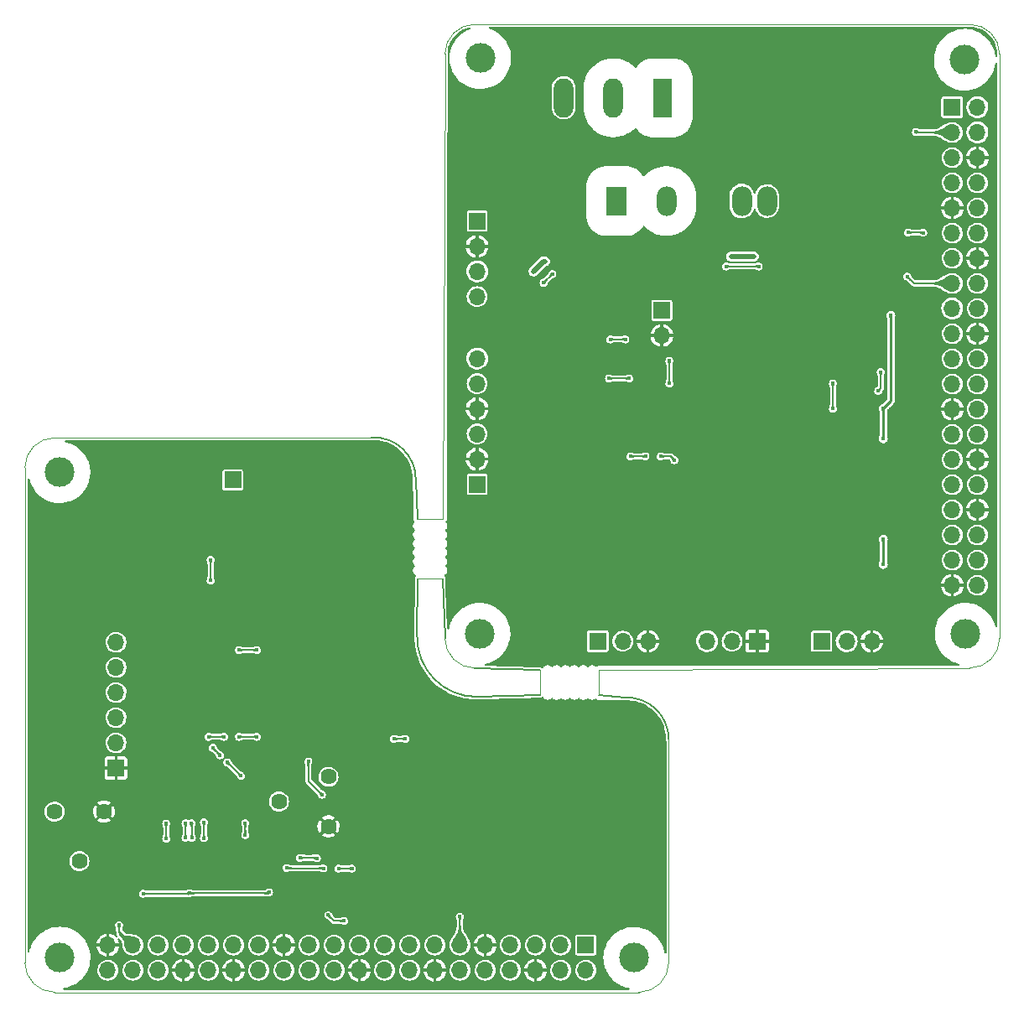
<source format=gbr>
%TF.GenerationSoftware,KiCad,Pcbnew,(6.0.5)*%
%TF.CreationDate,2022-06-30T10:33:30+03:00*%
%TF.ProjectId,VLC-both,564c432d-626f-4746-982e-6b696361645f,rev?*%
%TF.SameCoordinates,Original*%
%TF.FileFunction,Copper,L2,Bot*%
%TF.FilePolarity,Positive*%
%FSLAX46Y46*%
G04 Gerber Fmt 4.6, Leading zero omitted, Abs format (unit mm)*
G04 Created by KiCad (PCBNEW (6.0.5)) date 2022-06-30 10:33:30*
%MOMM*%
%LPD*%
G01*
G04 APERTURE LIST*
%TA.AperFunction,Profile*%
%ADD10C,0.100000*%
%TD*%
%TA.AperFunction,Profile*%
%ADD11C,0.150000*%
%TD*%
%TA.AperFunction,Profile*%
%ADD12C,0.120000*%
%TD*%
%TA.AperFunction,WasherPad*%
%ADD13C,3.000000*%
%TD*%
%TA.AperFunction,ComponentPad*%
%ADD14R,1.700000X1.700000*%
%TD*%
%TA.AperFunction,ComponentPad*%
%ADD15O,1.700000X1.700000*%
%TD*%
%TA.AperFunction,ComponentPad*%
%ADD16R,2.000000X3.000000*%
%TD*%
%TA.AperFunction,ComponentPad*%
%ADD17O,2.000000X3.000000*%
%TD*%
%TA.AperFunction,ComponentPad*%
%ADD18C,1.620000*%
%TD*%
%TA.AperFunction,ComponentPad*%
%ADD19R,1.980000X3.960000*%
%TD*%
%TA.AperFunction,ComponentPad*%
%ADD20O,1.980000X3.960000*%
%TD*%
%TA.AperFunction,ViaPad*%
%ADD21C,0.400000*%
%TD*%
%TA.AperFunction,Conductor*%
%ADD22C,0.200000*%
%TD*%
%TA.AperFunction,Conductor*%
%ADD23C,0.250000*%
%TD*%
%TA.AperFunction,Conductor*%
%ADD24C,0.500000*%
%TD*%
G04 APERTURE END LIST*
D10*
X100521200Y-149547200D02*
X100521200Y-127000000D01*
X80923874Y-54801474D02*
G75*
G03*
X77923874Y-57801474I26J-3000026D01*
G01*
D11*
X74987317Y-100738067D02*
G75*
G03*
X70511792Y-96520004I-4225217J267D01*
G01*
X81077985Y-122705840D02*
X87495000Y-122515000D01*
X87495000Y-120015000D02*
X80923874Y-119801474D01*
X93495000Y-122515000D02*
X96045735Y-122781937D01*
D10*
X130923874Y-119801474D02*
G75*
G03*
X133923874Y-116801474I26J2999974D01*
G01*
X130923874Y-54801474D02*
X80923874Y-54801474D01*
X133923874Y-116801474D02*
X133923874Y-57801474D01*
D11*
X75125569Y-116622931D02*
G75*
G03*
X81077985Y-122705840I5993931J-88469D01*
G01*
D10*
X130923874Y-119801474D02*
X93495000Y-120015000D01*
D11*
X75125611Y-116622932D02*
X75184000Y-110732000D01*
D10*
X133923826Y-57801474D02*
G75*
G03*
X130923874Y-54801474I-2999926J74D01*
G01*
X77923926Y-116801474D02*
G75*
G03*
X80923874Y-119801474I2999974J-26D01*
G01*
D11*
X77684000Y-110732000D02*
X77923874Y-116801474D01*
D10*
X38521200Y-152547200D02*
X97521200Y-152547200D01*
X70511792Y-96520004D02*
X38516789Y-96551167D01*
X77684000Y-104732000D02*
X77923874Y-57801474D01*
X35521200Y-149547200D02*
G75*
G03*
X38521200Y-152547200I2999900J-100D01*
G01*
X97521200Y-152547200D02*
G75*
G03*
X100521200Y-149547200I0J3000000D01*
G01*
X35521200Y-149547200D02*
X35521200Y-99547200D01*
X38516789Y-96551170D02*
G75*
G03*
X35521200Y-99547200I11J-2995600D01*
G01*
D11*
X100521163Y-127000000D02*
G75*
G03*
X96045735Y-122781937I-4225463J0D01*
G01*
X74987257Y-100738067D02*
X75184000Y-104732000D01*
D12*
X75184000Y-104732000D02*
X77684000Y-104732000D01*
X75184000Y-110732000D02*
X77684000Y-110732000D01*
X87495000Y-120015000D02*
X87495000Y-122515000D01*
X93495000Y-120015000D02*
X93495000Y-122515000D01*
D13*
X97027556Y-149054811D03*
X39027556Y-149034811D03*
X39014400Y-100044811D03*
X81500000Y-58216794D03*
D14*
X93345000Y-117094000D03*
D15*
X95885000Y-117094000D03*
X98425000Y-117094000D03*
D14*
X109458994Y-117094000D03*
D15*
X106918994Y-117094000D03*
X104378994Y-117094000D03*
D16*
X95199194Y-72643994D03*
D17*
X100279194Y-72643994D03*
X107899194Y-72643994D03*
X110439194Y-72643994D03*
D18*
X66167000Y-130784600D03*
X61167000Y-133284600D03*
X66167000Y-135784600D03*
X38521000Y-134304400D03*
X41021000Y-139304400D03*
X43521000Y-134304400D03*
D14*
X81178400Y-74676000D03*
D15*
X81178400Y-77216000D03*
X81178400Y-79756000D03*
X81178400Y-82296000D03*
D19*
X99928594Y-62211594D03*
D20*
X94928594Y-62211594D03*
X89928594Y-62211594D03*
D13*
X130403600Y-58369200D03*
D14*
X115940594Y-117094000D03*
D15*
X118480594Y-117094000D03*
X121020594Y-117094000D03*
D14*
X44719200Y-129897900D03*
D15*
X44719200Y-127357900D03*
X44719200Y-124817900D03*
X44719200Y-122277900D03*
X44719200Y-119737900D03*
X44719200Y-117197900D03*
D14*
X99822000Y-83688000D03*
D15*
X99822000Y-86228000D03*
D13*
X130479800Y-116332000D03*
D14*
X56515000Y-100812600D03*
X81178400Y-101244400D03*
D15*
X81178400Y-98704400D03*
X81178400Y-96164400D03*
X81178400Y-93624400D03*
X81178400Y-91084400D03*
X81178400Y-88544400D03*
D13*
X81423874Y-116332000D03*
D14*
X92147556Y-147774811D03*
D15*
X92147556Y-150314811D03*
X89607556Y-147774811D03*
X89607556Y-150314811D03*
X87067556Y-147774811D03*
X87067556Y-150314811D03*
X84527556Y-147774811D03*
X84527556Y-150314811D03*
X81987556Y-147774811D03*
X81987556Y-150314811D03*
X79447556Y-147774811D03*
X79447556Y-150314811D03*
X76907556Y-147774811D03*
X76907556Y-150314811D03*
X74367556Y-147774811D03*
X74367556Y-150314811D03*
X71827556Y-147774811D03*
X71827556Y-150314811D03*
X69287556Y-147774811D03*
X69287556Y-150314811D03*
X66747556Y-147774811D03*
X66747556Y-150314811D03*
X64207556Y-147774811D03*
X64207556Y-150314811D03*
X61667556Y-147774811D03*
X61667556Y-150314811D03*
X59127556Y-147774811D03*
X59127556Y-150314811D03*
X56587556Y-147774811D03*
X56587556Y-150314811D03*
X54047556Y-147774811D03*
X54047556Y-150314811D03*
X51507556Y-147774811D03*
X51507556Y-150314811D03*
X48967556Y-147774811D03*
X48967556Y-150314811D03*
X46427556Y-147774811D03*
X46427556Y-150314811D03*
X43887556Y-147774811D03*
X43887556Y-150314811D03*
D14*
X129138994Y-63177754D03*
D15*
X131678994Y-63177754D03*
X129138994Y-65717754D03*
X131678994Y-65717754D03*
X129138994Y-68257754D03*
X131678994Y-68257754D03*
X129138994Y-70797754D03*
X131678994Y-70797754D03*
X129138994Y-73337754D03*
X131678994Y-73337754D03*
X129138994Y-75877754D03*
X131678994Y-75877754D03*
X129138994Y-78417754D03*
X131678994Y-78417754D03*
X129138994Y-80957754D03*
X131678994Y-80957754D03*
X129138994Y-83497754D03*
X131678994Y-83497754D03*
X129138994Y-86037754D03*
X131678994Y-86037754D03*
X129138994Y-88577754D03*
X131678994Y-88577754D03*
X129138994Y-91117754D03*
X131678994Y-91117754D03*
X129138994Y-93657754D03*
X131678994Y-93657754D03*
X129138994Y-96197754D03*
X131678994Y-96197754D03*
X129138994Y-98737754D03*
X131678994Y-98737754D03*
X129138994Y-101277754D03*
X131678994Y-101277754D03*
X129138994Y-103817754D03*
X131678994Y-103817754D03*
X129138994Y-106357754D03*
X131678994Y-106357754D03*
X129138994Y-108897754D03*
X131678994Y-108897754D03*
X129138994Y-111437754D03*
X131678994Y-111437754D03*
D21*
X51892200Y-112369600D03*
X71526400Y-133781800D03*
X110998000Y-87122000D03*
X122174000Y-88011000D03*
X54076600Y-105638600D03*
X109982000Y-96901000D03*
X112141000Y-91313000D03*
X89027000Y-95402400D03*
X89027000Y-94767400D03*
X123698000Y-88011000D03*
X42900600Y-141097000D03*
X46050200Y-140970000D03*
X69291200Y-133680200D03*
X71501000Y-122377200D03*
X120523000Y-111175800D03*
X106807000Y-90678000D03*
X118110000Y-64389000D03*
X89027000Y-94132400D03*
X91948000Y-95402400D03*
X80010000Y-146050000D03*
X50241200Y-110871000D03*
X109728000Y-90932000D03*
X46710600Y-106553000D03*
X47523400Y-121767600D03*
X91948000Y-94767400D03*
X117703600Y-82880200D03*
X71805800Y-139776200D03*
X108712000Y-82804000D03*
X91440000Y-94132400D03*
X104013000Y-85725000D03*
X66700400Y-126009400D03*
X91948000Y-94132400D03*
X52971900Y-113906100D03*
X78790800Y-146024600D03*
X106680000Y-96901000D03*
X48285400Y-109372400D03*
X56235600Y-120751600D03*
X48996600Y-106375200D03*
X89535000Y-94132400D03*
X60401200Y-125958600D03*
X96647000Y-98425000D03*
X99695000Y-98425000D03*
X98171000Y-98425000D03*
X101092000Y-98806000D03*
X94488000Y-90551000D03*
X96520000Y-90551000D03*
X94615000Y-86614000D03*
X96139000Y-86614000D03*
X88773000Y-80010000D03*
X109601000Y-79248000D03*
X124587000Y-80264000D03*
X87884000Y-80899000D03*
X106299000Y-79248000D03*
X106807000Y-78232000D03*
X86868000Y-79756000D03*
X109093000Y-78232000D03*
X122174000Y-93599000D03*
X122936000Y-84201000D03*
X122174000Y-109347000D03*
X88011000Y-78740000D03*
X122174000Y-96647000D03*
X122174000Y-106807000D03*
X117094000Y-91059000D03*
X117094000Y-93615900D03*
X121666000Y-91821000D03*
X121920000Y-89916000D03*
X45034200Y-145770600D03*
X55221450Y-128618950D03*
X57338100Y-130693300D03*
X55956200Y-129336800D03*
X57759600Y-136677400D03*
X57759600Y-135458200D03*
X54508400Y-127863600D03*
X64135000Y-129235200D03*
X65506600Y-132588000D03*
X63281636Y-138975820D03*
X66141600Y-144754600D03*
X67763556Y-145335156D03*
X64998600Y-139014200D03*
X100584000Y-88773000D03*
X100584000Y-91059000D03*
X125476000Y-65659000D03*
X58938020Y-117983000D03*
X57139980Y-117983000D03*
X58938020Y-126746000D03*
X57139980Y-126746000D03*
X54051200Y-126746000D03*
X55626000Y-126746000D03*
X60172600Y-142443200D03*
X47447200Y-142595600D03*
X49784000Y-137033000D03*
X49784000Y-135509000D03*
X67183000Y-140055600D03*
X61950600Y-139979400D03*
X54269600Y-110957400D03*
X65659000Y-140030200D03*
X54269600Y-108861800D03*
X52120800Y-142544800D03*
X68529200Y-140055600D03*
X72796400Y-126949200D03*
X73930900Y-126949200D03*
X53594000Y-136982200D03*
X53594000Y-135382000D03*
X51739800Y-135483600D03*
X51739800Y-136931400D03*
X52349400Y-135458200D03*
X52374800Y-136956800D03*
X126212600Y-75844400D03*
X124663200Y-75819000D03*
X79425800Y-144918028D03*
D22*
X99695000Y-98425000D02*
X100711000Y-98425000D01*
X100711000Y-98425000D02*
X101092000Y-98806000D01*
X96647000Y-98425000D02*
X98171000Y-98425000D01*
X94488000Y-90551000D02*
X96520000Y-90551000D01*
X96139000Y-86614000D02*
X94615000Y-86614000D01*
X106299000Y-79248000D02*
X109601000Y-79248000D01*
X125280754Y-80957754D02*
X129138994Y-80957754D01*
X124587000Y-80264000D02*
X125280754Y-80957754D01*
X87884000Y-80899000D02*
X88773000Y-80010000D01*
D23*
X122174000Y-109347000D02*
X122174000Y-106807000D01*
X122174000Y-93599000D02*
X122174000Y-96647000D01*
D24*
X88011000Y-78740000D02*
X87884000Y-78740000D01*
X87884000Y-78740000D02*
X86868000Y-79756000D01*
D23*
X122936000Y-92837000D02*
X122936000Y-84201000D01*
X122174000Y-93599000D02*
X122936000Y-92837000D01*
D24*
X106807000Y-78232000D02*
X109093000Y-78232000D01*
D22*
X117094000Y-91059000D02*
X117094000Y-93615900D01*
X121666000Y-91821000D02*
X121920000Y-91567000D01*
X121920000Y-91567000D02*
X121920000Y-89916000D01*
X45034200Y-146381455D02*
X46427556Y-147774811D01*
X45034200Y-145770600D02*
X45034200Y-146381455D01*
X57759600Y-135458200D02*
X57759600Y-136677400D01*
X55956200Y-129336800D02*
X55981600Y-129336800D01*
X55981600Y-129336800D02*
X57338100Y-130693300D01*
X54508400Y-127863600D02*
X54508400Y-127905900D01*
X54508400Y-127905900D02*
X55221450Y-128618950D01*
X64135000Y-131216400D02*
X64135000Y-129235200D01*
X65506600Y-132588000D02*
X64135000Y-131216400D01*
X64947800Y-138963400D02*
X63294056Y-138963400D01*
X67763556Y-145335156D02*
X66722156Y-145335156D01*
X63294056Y-138963400D02*
X63281636Y-138975820D01*
X66722156Y-145335156D02*
X66141600Y-144754600D01*
X64998600Y-139014200D02*
X64947800Y-138963400D01*
X100584000Y-91059000D02*
X100584000Y-88773000D01*
X125476000Y-65659000D02*
X125534754Y-65717754D01*
X125534754Y-65717754D02*
X129138994Y-65717754D01*
X57139980Y-117983000D02*
X58938020Y-117983000D01*
X57139980Y-126746000D02*
X58938020Y-126746000D01*
X54051200Y-126746000D02*
X55626000Y-126746000D01*
X52070000Y-142595600D02*
X47447200Y-142595600D01*
X54269600Y-110957400D02*
X54269600Y-108861800D01*
X49784000Y-137033000D02*
X49784000Y-135509000D01*
X68529200Y-140055600D02*
X67183000Y-140055600D01*
X62001400Y-140030200D02*
X61950600Y-139979400D01*
X65659000Y-140030200D02*
X62001400Y-140030200D01*
X60071000Y-142544800D02*
X60172600Y-142443200D01*
X52120800Y-142544800D02*
X60071000Y-142544800D01*
X52120800Y-142544800D02*
X52070000Y-142595600D01*
X72796400Y-126949200D02*
X73930900Y-126949200D01*
X53594000Y-135382000D02*
X53594000Y-136982200D01*
X51739800Y-136931400D02*
X51739800Y-135483600D01*
X52374800Y-135483600D02*
X52349400Y-135458200D01*
X52374800Y-136956800D02*
X52374800Y-135483600D01*
X126187200Y-75819000D02*
X126212600Y-75844400D01*
X124663200Y-75819000D02*
X126187200Y-75819000D01*
X79425800Y-147753055D02*
X79447556Y-147774811D01*
X79425800Y-144918028D02*
X79425800Y-147753055D01*
%TA.AperFunction,Conductor*%
G36*
X49880635Y-136546427D02*
G01*
X49884062Y-136554637D01*
X49884306Y-136600185D01*
X49885445Y-136649552D01*
X49887746Y-136692623D01*
X49891537Y-136730922D01*
X49897147Y-136765972D01*
X49904906Y-136799298D01*
X49915141Y-136832422D01*
X49915204Y-136832590D01*
X49915207Y-136832597D01*
X49928132Y-136866735D01*
X49928141Y-136866757D01*
X49928183Y-136866868D01*
X49944359Y-136904161D01*
X49944393Y-136904232D01*
X49944406Y-136904262D01*
X49960563Y-136938533D01*
X49960991Y-136947477D01*
X49958413Y-136951632D01*
X49792433Y-137124231D01*
X49784229Y-137127819D01*
X49775567Y-137124231D01*
X49609586Y-136951632D01*
X49606321Y-136943293D01*
X49607435Y-136938536D01*
X49615425Y-136921587D01*
X49623593Y-136904262D01*
X49623606Y-136904232D01*
X49623640Y-136904161D01*
X49639816Y-136866868D01*
X49639858Y-136866757D01*
X49639867Y-136866735D01*
X49652792Y-136832597D01*
X49652795Y-136832590D01*
X49652858Y-136832422D01*
X49663093Y-136799298D01*
X49670852Y-136765972D01*
X49676462Y-136730922D01*
X49680253Y-136692623D01*
X49682554Y-136649552D01*
X49683693Y-136600185D01*
X49683938Y-136554637D01*
X49687409Y-136546382D01*
X49695638Y-136543000D01*
X49872362Y-136543000D01*
X49880635Y-136546427D01*
G37*
%TD.AperFunction*%
%TA.AperFunction,Conductor*%
G36*
X51836435Y-136444827D02*
G01*
X51839862Y-136453037D01*
X51840106Y-136498585D01*
X51841245Y-136547952D01*
X51843546Y-136591023D01*
X51847337Y-136629322D01*
X51852947Y-136664372D01*
X51860706Y-136697698D01*
X51870941Y-136730822D01*
X51871004Y-136730990D01*
X51871007Y-136730997D01*
X51883932Y-136765135D01*
X51883941Y-136765157D01*
X51883983Y-136765268D01*
X51900159Y-136802561D01*
X51900193Y-136802632D01*
X51900206Y-136802662D01*
X51916363Y-136836933D01*
X51916791Y-136845877D01*
X51914213Y-136850032D01*
X51748233Y-137022631D01*
X51740029Y-137026219D01*
X51731367Y-137022631D01*
X51565386Y-136850032D01*
X51562121Y-136841693D01*
X51563235Y-136836936D01*
X51571225Y-136819987D01*
X51579393Y-136802662D01*
X51579406Y-136802632D01*
X51579440Y-136802561D01*
X51595616Y-136765268D01*
X51595658Y-136765157D01*
X51595667Y-136765135D01*
X51608592Y-136730997D01*
X51608595Y-136730990D01*
X51608658Y-136730822D01*
X51618893Y-136697698D01*
X51626652Y-136664372D01*
X51632262Y-136629322D01*
X51636053Y-136591023D01*
X51638354Y-136547952D01*
X51639493Y-136498585D01*
X51639738Y-136453037D01*
X51643209Y-136444782D01*
X51651438Y-136441400D01*
X51828162Y-136441400D01*
X51836435Y-136444827D01*
G37*
%TD.AperFunction*%
%TA.AperFunction,Conductor*%
G36*
X122295529Y-96160427D02*
G01*
X122298956Y-96168743D01*
X122298785Y-96214053D01*
X122298482Y-96264073D01*
X122298599Y-96308299D01*
X122299646Y-96347971D01*
X122302133Y-96384329D01*
X122306569Y-96418614D01*
X122306613Y-96418829D01*
X122306615Y-96418839D01*
X122313415Y-96451831D01*
X122313418Y-96451844D01*
X122313464Y-96452066D01*
X122323328Y-96485924D01*
X122336670Y-96521430D01*
X122336746Y-96521599D01*
X122336753Y-96521615D01*
X122342926Y-96535289D01*
X122350743Y-96552607D01*
X122351023Y-96561557D01*
X122348512Y-96565530D01*
X122182433Y-96738231D01*
X122174229Y-96741819D01*
X122165567Y-96738231D01*
X121999488Y-96565530D01*
X121996223Y-96557191D01*
X121997257Y-96552607D01*
X122011253Y-96521599D01*
X122011256Y-96521592D01*
X122011329Y-96521430D01*
X122011403Y-96521235D01*
X122024588Y-96486144D01*
X122024671Y-96485924D01*
X122034535Y-96452066D01*
X122034581Y-96451844D01*
X122034584Y-96451831D01*
X122041384Y-96418839D01*
X122041386Y-96418829D01*
X122041430Y-96418614D01*
X122045866Y-96384329D01*
X122048353Y-96347971D01*
X122049400Y-96308299D01*
X122049517Y-96264073D01*
X122049214Y-96214053D01*
X122049044Y-96168744D01*
X122052440Y-96160458D01*
X122060744Y-96157000D01*
X122287256Y-96157000D01*
X122295529Y-96160427D01*
G37*
%TD.AperFunction*%
%TA.AperFunction,Conductor*%
G36*
X57234447Y-117806437D02*
G01*
X57268717Y-117822593D01*
X57268747Y-117822606D01*
X57268818Y-117822640D01*
X57306111Y-117838816D01*
X57306222Y-117838858D01*
X57306244Y-117838867D01*
X57340382Y-117851792D01*
X57340389Y-117851795D01*
X57340557Y-117851858D01*
X57340724Y-117851910D01*
X57340731Y-117851912D01*
X57354919Y-117856296D01*
X57373681Y-117862093D01*
X57407007Y-117869852D01*
X57407192Y-117869882D01*
X57407199Y-117869883D01*
X57441873Y-117875433D01*
X57441888Y-117875435D01*
X57442057Y-117875462D01*
X57442232Y-117875479D01*
X57442245Y-117875481D01*
X57464986Y-117877732D01*
X57480356Y-117879253D01*
X57480516Y-117879262D01*
X57480522Y-117879262D01*
X57523312Y-117881548D01*
X57523321Y-117881548D01*
X57523427Y-117881554D01*
X57539912Y-117881934D01*
X57572730Y-117882692D01*
X57572762Y-117882692D01*
X57572794Y-117882693D01*
X57591291Y-117882792D01*
X57618343Y-117882938D01*
X57626598Y-117886409D01*
X57629980Y-117894638D01*
X57629980Y-118071362D01*
X57626553Y-118079635D01*
X57618343Y-118083062D01*
X57597600Y-118083173D01*
X57572794Y-118083306D01*
X57572762Y-118083307D01*
X57572730Y-118083307D01*
X57539912Y-118084065D01*
X57523427Y-118084445D01*
X57523321Y-118084451D01*
X57523312Y-118084451D01*
X57480522Y-118086737D01*
X57480516Y-118086737D01*
X57480356Y-118086746D01*
X57464986Y-118088267D01*
X57442245Y-118090518D01*
X57442232Y-118090520D01*
X57442057Y-118090537D01*
X57441888Y-118090564D01*
X57441873Y-118090566D01*
X57407199Y-118096116D01*
X57407192Y-118096117D01*
X57407007Y-118096147D01*
X57373681Y-118103906D01*
X57354919Y-118109703D01*
X57340731Y-118114087D01*
X57340724Y-118114089D01*
X57340557Y-118114141D01*
X57340389Y-118114204D01*
X57340382Y-118114207D01*
X57306244Y-118127132D01*
X57306222Y-118127141D01*
X57306111Y-118127183D01*
X57268818Y-118143359D01*
X57268726Y-118143402D01*
X57268718Y-118143406D01*
X57234447Y-118159563D01*
X57225503Y-118159991D01*
X57221348Y-118157413D01*
X57048749Y-117991433D01*
X57045161Y-117983229D01*
X57048749Y-117974567D01*
X57221348Y-117808587D01*
X57229687Y-117805322D01*
X57234447Y-117806437D01*
G37*
%TD.AperFunction*%
%TA.AperFunction,Conductor*%
G36*
X52215267Y-142368237D02*
G01*
X52249537Y-142384393D01*
X52249567Y-142384406D01*
X52249638Y-142384440D01*
X52286931Y-142400616D01*
X52287042Y-142400658D01*
X52287064Y-142400667D01*
X52321202Y-142413592D01*
X52321209Y-142413595D01*
X52321377Y-142413658D01*
X52321544Y-142413710D01*
X52321551Y-142413712D01*
X52335739Y-142418096D01*
X52354501Y-142423893D01*
X52387827Y-142431652D01*
X52388012Y-142431682D01*
X52388019Y-142431683D01*
X52422693Y-142437233D01*
X52422708Y-142437235D01*
X52422877Y-142437262D01*
X52423052Y-142437279D01*
X52423065Y-142437281D01*
X52445806Y-142439532D01*
X52461176Y-142441053D01*
X52461336Y-142441062D01*
X52461342Y-142441062D01*
X52504132Y-142443348D01*
X52504141Y-142443348D01*
X52504247Y-142443354D01*
X52520732Y-142443734D01*
X52553550Y-142444492D01*
X52553582Y-142444492D01*
X52553614Y-142444493D01*
X52572111Y-142444592D01*
X52599163Y-142444738D01*
X52607418Y-142448209D01*
X52610800Y-142456438D01*
X52610800Y-142633162D01*
X52607373Y-142641435D01*
X52599163Y-142644862D01*
X52578420Y-142644973D01*
X52553614Y-142645106D01*
X52553582Y-142645107D01*
X52553550Y-142645107D01*
X52520732Y-142645865D01*
X52504247Y-142646245D01*
X52504141Y-142646251D01*
X52504132Y-142646251D01*
X52461342Y-142648537D01*
X52461336Y-142648537D01*
X52461176Y-142648546D01*
X52445806Y-142650067D01*
X52423065Y-142652318D01*
X52423052Y-142652320D01*
X52422877Y-142652337D01*
X52422708Y-142652364D01*
X52422693Y-142652366D01*
X52388019Y-142657916D01*
X52388012Y-142657917D01*
X52387827Y-142657947D01*
X52354501Y-142665706D01*
X52343705Y-142669042D01*
X52321551Y-142675887D01*
X52321544Y-142675889D01*
X52321377Y-142675941D01*
X52321209Y-142676004D01*
X52321202Y-142676007D01*
X52287064Y-142688932D01*
X52287042Y-142688941D01*
X52286931Y-142688983D01*
X52249638Y-142705159D01*
X52249546Y-142705202D01*
X52249538Y-142705206D01*
X52215267Y-142721363D01*
X52206323Y-142721791D01*
X52202168Y-142719213D01*
X52136084Y-142655663D01*
X52136083Y-142655663D01*
X52020800Y-142544800D01*
X52110104Y-142458920D01*
X52117437Y-142451869D01*
X52202168Y-142370387D01*
X52210507Y-142367122D01*
X52215267Y-142368237D01*
G37*
%TD.AperFunction*%
%TA.AperFunction,Conductor*%
G36*
X53602433Y-135290769D02*
G01*
X53768413Y-135463368D01*
X53771678Y-135471707D01*
X53770563Y-135476467D01*
X53754407Y-135510737D01*
X53754359Y-135510838D01*
X53738183Y-135548131D01*
X53738141Y-135548242D01*
X53738132Y-135548264D01*
X53725207Y-135582402D01*
X53725141Y-135582577D01*
X53714906Y-135615701D01*
X53707147Y-135649027D01*
X53701537Y-135684077D01*
X53697746Y-135722376D01*
X53695445Y-135765447D01*
X53694306Y-135814814D01*
X53694306Y-135814874D01*
X53694305Y-135814921D01*
X53694062Y-135860363D01*
X53690591Y-135868617D01*
X53682362Y-135872000D01*
X53505638Y-135872000D01*
X53497365Y-135868573D01*
X53493938Y-135860363D01*
X53493694Y-135814921D01*
X53493693Y-135814874D01*
X53493693Y-135814814D01*
X53492554Y-135765447D01*
X53490253Y-135722376D01*
X53486462Y-135684077D01*
X53480852Y-135649027D01*
X53473093Y-135615701D01*
X53462858Y-135582577D01*
X53462792Y-135582402D01*
X53449867Y-135548264D01*
X53449858Y-135548242D01*
X53449816Y-135548131D01*
X53433640Y-135510838D01*
X53433593Y-135510738D01*
X53433593Y-135510737D01*
X53417437Y-135476467D01*
X53417009Y-135467522D01*
X53419587Y-135463368D01*
X53585567Y-135290769D01*
X53593771Y-135287181D01*
X53602433Y-135290769D01*
G37*
%TD.AperFunction*%
%TA.AperFunction,Conductor*%
G36*
X51999025Y-142395606D02*
G01*
X52110104Y-142458920D01*
X52217745Y-142520274D01*
X52092289Y-142721651D01*
X52084732Y-142733781D01*
X52077449Y-142738991D01*
X52072465Y-142739058D01*
X52029743Y-142730344D01*
X51985155Y-142721651D01*
X51944768Y-142714473D01*
X51906681Y-142708678D01*
X51906579Y-142708666D01*
X51906574Y-142708665D01*
X51893462Y-142707084D01*
X51868993Y-142704134D01*
X51829802Y-142700712D01*
X51829766Y-142700710D01*
X51829754Y-142700709D01*
X51809646Y-142699560D01*
X51787208Y-142698278D01*
X51787142Y-142698276D01*
X51787125Y-142698275D01*
X51739377Y-142696704D01*
X51739359Y-142696704D01*
X51739311Y-142696702D01*
X51739255Y-142696701D01*
X51739249Y-142696701D01*
X51733705Y-142696616D01*
X51684208Y-142695853D01*
X51631654Y-142695646D01*
X51623394Y-142692186D01*
X51620000Y-142683946D01*
X51620000Y-142507251D01*
X51623427Y-142498978D01*
X51631650Y-142495551D01*
X51674169Y-142495374D01*
X51721527Y-142494336D01*
X51751060Y-142492641D01*
X51763041Y-142491954D01*
X51763043Y-142491954D01*
X51763214Y-142491944D01*
X51800372Y-142487654D01*
X51800595Y-142487610D01*
X51800605Y-142487608D01*
X51823846Y-142482975D01*
X51834143Y-142480923D01*
X51834435Y-142480833D01*
X51834443Y-142480831D01*
X51855182Y-142474441D01*
X51865667Y-142471210D01*
X51893909Y-142458920D01*
X51895796Y-142458099D01*
X51895802Y-142458096D01*
X51896087Y-142457972D01*
X51926545Y-142440666D01*
X51926759Y-142440518D01*
X51926765Y-142440514D01*
X51958016Y-142418863D01*
X51958181Y-142418749D01*
X51958333Y-142418628D01*
X51985939Y-142396622D01*
X51994544Y-142394145D01*
X51999025Y-142395606D01*
G37*
%TD.AperFunction*%
%TA.AperFunction,Conductor*%
G36*
X55544631Y-126571586D02*
G01*
X55622013Y-126646000D01*
X55717231Y-126737567D01*
X55720819Y-126745771D01*
X55717231Y-126754433D01*
X55544632Y-126920413D01*
X55536293Y-126923678D01*
X55531533Y-126922563D01*
X55497262Y-126906406D01*
X55497232Y-126906393D01*
X55497161Y-126906359D01*
X55459868Y-126890183D01*
X55459757Y-126890141D01*
X55459735Y-126890132D01*
X55425597Y-126877207D01*
X55425590Y-126877204D01*
X55425422Y-126877141D01*
X55425255Y-126877089D01*
X55425248Y-126877087D01*
X55411060Y-126872703D01*
X55392298Y-126866906D01*
X55358972Y-126859147D01*
X55358787Y-126859117D01*
X55358780Y-126859116D01*
X55324106Y-126853566D01*
X55324091Y-126853564D01*
X55323922Y-126853537D01*
X55323747Y-126853520D01*
X55323734Y-126853518D01*
X55300993Y-126851267D01*
X55285623Y-126849746D01*
X55285463Y-126849737D01*
X55285457Y-126849737D01*
X55242667Y-126847451D01*
X55242658Y-126847451D01*
X55242552Y-126847445D01*
X55226067Y-126847065D01*
X55193249Y-126846307D01*
X55193217Y-126846307D01*
X55193185Y-126846306D01*
X55168425Y-126846174D01*
X55147637Y-126846062D01*
X55139383Y-126842591D01*
X55136000Y-126834362D01*
X55136000Y-126657638D01*
X55139427Y-126649365D01*
X55147637Y-126645938D01*
X55174713Y-126645792D01*
X55193185Y-126645693D01*
X55193217Y-126645692D01*
X55193249Y-126645692D01*
X55226067Y-126644934D01*
X55242552Y-126644554D01*
X55242658Y-126644548D01*
X55242667Y-126644548D01*
X55285457Y-126642262D01*
X55285463Y-126642262D01*
X55285623Y-126642253D01*
X55300993Y-126640732D01*
X55323734Y-126638481D01*
X55323747Y-126638479D01*
X55323922Y-126638462D01*
X55324091Y-126638435D01*
X55324106Y-126638433D01*
X55358780Y-126632883D01*
X55358787Y-126632882D01*
X55358972Y-126632852D01*
X55392298Y-126625093D01*
X55411060Y-126619296D01*
X55425248Y-126614912D01*
X55425255Y-126614910D01*
X55425422Y-126614858D01*
X55425590Y-126614795D01*
X55425597Y-126614792D01*
X55459735Y-126601867D01*
X55459757Y-126601858D01*
X55459868Y-126601816D01*
X55497161Y-126585640D01*
X55497232Y-126585606D01*
X55497262Y-126585593D01*
X55514587Y-126577425D01*
X55531534Y-126569436D01*
X55540477Y-126569008D01*
X55544631Y-126571586D01*
G37*
%TD.AperFunction*%
%TA.AperFunction,Conductor*%
G36*
X128774540Y-64958574D02*
G01*
X129460007Y-65617754D01*
X129555225Y-65709321D01*
X129558813Y-65717525D01*
X129555225Y-65726187D01*
X129083312Y-66180003D01*
X128774540Y-66476934D01*
X128766201Y-66480199D01*
X128761037Y-66478884D01*
X128564102Y-66376605D01*
X128563583Y-66376319D01*
X128390774Y-66275140D01*
X128390454Y-66274945D01*
X128239597Y-66180011D01*
X128239584Y-66180003D01*
X128101545Y-66092869D01*
X128101540Y-66092866D01*
X128101464Y-66092818D01*
X127966951Y-66014962D01*
X127966752Y-66014867D01*
X127966741Y-66014861D01*
X127827068Y-65948067D01*
X127827064Y-65948065D01*
X127826781Y-65947930D01*
X127826486Y-65947826D01*
X127826479Y-65947823D01*
X127672002Y-65893321D01*
X127671992Y-65893318D01*
X127671677Y-65893207D01*
X127622152Y-65881903D01*
X127492662Y-65852347D01*
X127492658Y-65852346D01*
X127492363Y-65852279D01*
X127279561Y-65826633D01*
X127279322Y-65826625D01*
X127279313Y-65826624D01*
X127035288Y-65818146D01*
X127027139Y-65814434D01*
X127023994Y-65806453D01*
X127023994Y-65629055D01*
X127027421Y-65620782D01*
X127035288Y-65617362D01*
X127279313Y-65608883D01*
X127279322Y-65608882D01*
X127279561Y-65608874D01*
X127492363Y-65583228D01*
X127492658Y-65583161D01*
X127492662Y-65583160D01*
X127671348Y-65542375D01*
X127671346Y-65542375D01*
X127671677Y-65542300D01*
X127671992Y-65542189D01*
X127672002Y-65542186D01*
X127826479Y-65487684D01*
X127826486Y-65487681D01*
X127826781Y-65487577D01*
X127827064Y-65487442D01*
X127827068Y-65487440D01*
X127966741Y-65420646D01*
X127966752Y-65420640D01*
X127966951Y-65420545D01*
X128101464Y-65342689D01*
X128239597Y-65255496D01*
X128390454Y-65160562D01*
X128390774Y-65160367D01*
X128563583Y-65059188D01*
X128564102Y-65058902D01*
X128761037Y-64956624D01*
X128769959Y-64955852D01*
X128774540Y-64958574D01*
G37*
%TD.AperFunction*%
%TA.AperFunction,Conductor*%
G36*
X68447831Y-139881186D02*
G01*
X68525213Y-139955600D01*
X68620431Y-140047167D01*
X68624019Y-140055371D01*
X68620431Y-140064033D01*
X68447832Y-140230013D01*
X68439493Y-140233278D01*
X68434733Y-140232163D01*
X68400462Y-140216006D01*
X68400432Y-140215993D01*
X68400361Y-140215959D01*
X68363068Y-140199783D01*
X68362957Y-140199741D01*
X68362935Y-140199732D01*
X68328797Y-140186807D01*
X68328790Y-140186804D01*
X68328622Y-140186741D01*
X68328455Y-140186689D01*
X68328448Y-140186687D01*
X68314260Y-140182303D01*
X68295498Y-140176506D01*
X68262172Y-140168747D01*
X68261987Y-140168717D01*
X68261980Y-140168716D01*
X68227306Y-140163166D01*
X68227291Y-140163164D01*
X68227122Y-140163137D01*
X68226947Y-140163120D01*
X68226934Y-140163118D01*
X68204193Y-140160867D01*
X68188823Y-140159346D01*
X68188663Y-140159337D01*
X68188657Y-140159337D01*
X68145867Y-140157051D01*
X68145858Y-140157051D01*
X68145752Y-140157045D01*
X68129267Y-140156665D01*
X68096449Y-140155907D01*
X68096417Y-140155907D01*
X68096385Y-140155906D01*
X68071625Y-140155774D01*
X68050837Y-140155662D01*
X68042583Y-140152191D01*
X68039200Y-140143962D01*
X68039200Y-139967238D01*
X68042627Y-139958965D01*
X68050837Y-139955538D01*
X68077913Y-139955392D01*
X68096385Y-139955293D01*
X68096417Y-139955292D01*
X68096449Y-139955292D01*
X68129267Y-139954534D01*
X68145752Y-139954154D01*
X68145858Y-139954148D01*
X68145867Y-139954148D01*
X68188657Y-139951862D01*
X68188663Y-139951862D01*
X68188823Y-139951853D01*
X68204193Y-139950332D01*
X68226934Y-139948081D01*
X68226947Y-139948079D01*
X68227122Y-139948062D01*
X68227291Y-139948035D01*
X68227306Y-139948033D01*
X68261980Y-139942483D01*
X68261987Y-139942482D01*
X68262172Y-139942452D01*
X68295498Y-139934693D01*
X68314260Y-139928896D01*
X68328448Y-139924512D01*
X68328455Y-139924510D01*
X68328622Y-139924458D01*
X68328790Y-139924395D01*
X68328797Y-139924392D01*
X68362935Y-139911467D01*
X68362957Y-139911458D01*
X68363068Y-139911416D01*
X68400361Y-139895240D01*
X68400432Y-139895206D01*
X68400462Y-139895193D01*
X68417787Y-139887025D01*
X68434734Y-139879036D01*
X68443677Y-139878608D01*
X68447831Y-139881186D01*
G37*
%TD.AperFunction*%
%TA.AperFunction,Conductor*%
G36*
X51748233Y-135392369D02*
G01*
X51914213Y-135564968D01*
X51917478Y-135573307D01*
X51916363Y-135578067D01*
X51900207Y-135612337D01*
X51900159Y-135612438D01*
X51883983Y-135649731D01*
X51883941Y-135649842D01*
X51883932Y-135649864D01*
X51871007Y-135684002D01*
X51870941Y-135684177D01*
X51860706Y-135717301D01*
X51852947Y-135750627D01*
X51847337Y-135785677D01*
X51843546Y-135823976D01*
X51841245Y-135867047D01*
X51840106Y-135916414D01*
X51840106Y-135916474D01*
X51840105Y-135916521D01*
X51839862Y-135961963D01*
X51836391Y-135970217D01*
X51828162Y-135973600D01*
X51651438Y-135973600D01*
X51643165Y-135970173D01*
X51639738Y-135961963D01*
X51639494Y-135916521D01*
X51639493Y-135916474D01*
X51639493Y-135916414D01*
X51638354Y-135867047D01*
X51636053Y-135823976D01*
X51632262Y-135785677D01*
X51626652Y-135750627D01*
X51618893Y-135717301D01*
X51608658Y-135684177D01*
X51608592Y-135684002D01*
X51595667Y-135649864D01*
X51595658Y-135649842D01*
X51595616Y-135649731D01*
X51579440Y-135612438D01*
X51579393Y-135612338D01*
X51579393Y-135612337D01*
X51563237Y-135578067D01*
X51562809Y-135569122D01*
X51565387Y-135564968D01*
X51731367Y-135392369D01*
X51739571Y-135388781D01*
X51748233Y-135392369D01*
G37*
%TD.AperFunction*%
%TA.AperFunction,Conductor*%
G36*
X96438631Y-90376586D02*
G01*
X96516013Y-90451000D01*
X96611231Y-90542567D01*
X96614819Y-90550771D01*
X96611231Y-90559433D01*
X96438632Y-90725413D01*
X96430293Y-90728678D01*
X96425533Y-90727563D01*
X96391262Y-90711406D01*
X96391232Y-90711393D01*
X96391161Y-90711359D01*
X96353868Y-90695183D01*
X96353757Y-90695141D01*
X96353735Y-90695132D01*
X96319597Y-90682207D01*
X96319590Y-90682204D01*
X96319422Y-90682141D01*
X96319255Y-90682089D01*
X96319248Y-90682087D01*
X96305060Y-90677703D01*
X96286298Y-90671906D01*
X96252972Y-90664147D01*
X96252787Y-90664117D01*
X96252780Y-90664116D01*
X96218106Y-90658566D01*
X96218091Y-90658564D01*
X96217922Y-90658537D01*
X96217747Y-90658520D01*
X96217734Y-90658518D01*
X96194993Y-90656267D01*
X96179623Y-90654746D01*
X96179463Y-90654737D01*
X96179457Y-90654737D01*
X96136667Y-90652451D01*
X96136658Y-90652451D01*
X96136552Y-90652445D01*
X96120067Y-90652065D01*
X96087249Y-90651307D01*
X96087217Y-90651307D01*
X96087185Y-90651306D01*
X96062425Y-90651174D01*
X96041637Y-90651062D01*
X96033383Y-90647591D01*
X96030000Y-90639362D01*
X96030000Y-90462638D01*
X96033427Y-90454365D01*
X96041637Y-90450938D01*
X96068713Y-90450792D01*
X96087185Y-90450693D01*
X96087217Y-90450692D01*
X96087249Y-90450692D01*
X96120067Y-90449934D01*
X96136552Y-90449554D01*
X96136658Y-90449548D01*
X96136667Y-90449548D01*
X96179457Y-90447262D01*
X96179463Y-90447262D01*
X96179623Y-90447253D01*
X96194993Y-90445732D01*
X96217734Y-90443481D01*
X96217747Y-90443479D01*
X96217922Y-90443462D01*
X96218091Y-90443435D01*
X96218106Y-90443433D01*
X96252780Y-90437883D01*
X96252787Y-90437882D01*
X96252972Y-90437852D01*
X96286298Y-90430093D01*
X96305060Y-90424296D01*
X96319248Y-90419912D01*
X96319255Y-90419910D01*
X96319422Y-90419858D01*
X96319590Y-90419795D01*
X96319597Y-90419792D01*
X96353735Y-90406867D01*
X96353757Y-90406858D01*
X96353868Y-90406816D01*
X96391161Y-90390640D01*
X96391232Y-90390606D01*
X96391262Y-90390593D01*
X96408587Y-90382425D01*
X96425534Y-90374436D01*
X96434477Y-90374008D01*
X96438631Y-90376586D01*
G37*
%TD.AperFunction*%
%TA.AperFunction,Conductor*%
G36*
X65577631Y-139855786D02*
G01*
X65655013Y-139930200D01*
X65750231Y-140021767D01*
X65753819Y-140029971D01*
X65750231Y-140038633D01*
X65577632Y-140204613D01*
X65569293Y-140207878D01*
X65564533Y-140206763D01*
X65530262Y-140190606D01*
X65530232Y-140190593D01*
X65530161Y-140190559D01*
X65492868Y-140174383D01*
X65492757Y-140174341D01*
X65492735Y-140174332D01*
X65458597Y-140161407D01*
X65458590Y-140161404D01*
X65458422Y-140161341D01*
X65458255Y-140161289D01*
X65458248Y-140161287D01*
X65444060Y-140156903D01*
X65425298Y-140151106D01*
X65391972Y-140143347D01*
X65391787Y-140143317D01*
X65391780Y-140143316D01*
X65357106Y-140137766D01*
X65357091Y-140137764D01*
X65356922Y-140137737D01*
X65356747Y-140137720D01*
X65356734Y-140137718D01*
X65333993Y-140135467D01*
X65318623Y-140133946D01*
X65318463Y-140133937D01*
X65318457Y-140133937D01*
X65275667Y-140131651D01*
X65275658Y-140131651D01*
X65275552Y-140131645D01*
X65259067Y-140131265D01*
X65226249Y-140130507D01*
X65226217Y-140130507D01*
X65226185Y-140130506D01*
X65201425Y-140130374D01*
X65180637Y-140130262D01*
X65172383Y-140126791D01*
X65169000Y-140118562D01*
X65169000Y-139941838D01*
X65172427Y-139933565D01*
X65180637Y-139930138D01*
X65207714Y-139929992D01*
X65226185Y-139929893D01*
X65226217Y-139929892D01*
X65226249Y-139929892D01*
X65259067Y-139929134D01*
X65275552Y-139928754D01*
X65275658Y-139928748D01*
X65275667Y-139928748D01*
X65318457Y-139926462D01*
X65318463Y-139926462D01*
X65318623Y-139926453D01*
X65333993Y-139924932D01*
X65356734Y-139922681D01*
X65356747Y-139922679D01*
X65356922Y-139922662D01*
X65357091Y-139922635D01*
X65357106Y-139922633D01*
X65391780Y-139917083D01*
X65391787Y-139917082D01*
X65391972Y-139917052D01*
X65425298Y-139909293D01*
X65444060Y-139903496D01*
X65458248Y-139899112D01*
X65458255Y-139899110D01*
X65458422Y-139899058D01*
X65458590Y-139898995D01*
X65458597Y-139898992D01*
X65492735Y-139886067D01*
X65492757Y-139886058D01*
X65492868Y-139886016D01*
X65530161Y-139869840D01*
X65530232Y-139869806D01*
X65530262Y-139869793D01*
X65547587Y-139861625D01*
X65564534Y-139853636D01*
X65573477Y-139853208D01*
X65577631Y-139855786D01*
G37*
%TD.AperFunction*%
%TA.AperFunction,Conductor*%
G36*
X56139201Y-129258559D02*
G01*
X56142134Y-129262493D01*
X56159374Y-129300160D01*
X56178530Y-129339297D01*
X56197233Y-129373995D01*
X56216475Y-129405680D01*
X56237248Y-129435784D01*
X56260544Y-129465733D01*
X56287355Y-129496958D01*
X56318672Y-129530886D01*
X56318695Y-129530910D01*
X56318698Y-129530913D01*
X56355487Y-129568947D01*
X56355487Y-129568948D01*
X56390580Y-129604299D01*
X56393976Y-129612584D01*
X56390549Y-129620814D01*
X56265613Y-129745750D01*
X56257340Y-129749177D01*
X56249098Y-129745781D01*
X56216288Y-129713216D01*
X56216257Y-129713186D01*
X56216220Y-129713149D01*
X56180001Y-129678284D01*
X56179949Y-129678237D01*
X56179929Y-129678218D01*
X56147480Y-129648791D01*
X56147475Y-129648787D01*
X56147375Y-129648696D01*
X56117003Y-129623688D01*
X56087543Y-129602560D01*
X56057658Y-129584614D01*
X56052045Y-129581872D01*
X56026200Y-129569245D01*
X56026194Y-129569242D01*
X56026007Y-129569151D01*
X55991251Y-129555471D01*
X55971870Y-129549245D01*
X55952200Y-129542925D01*
X55952193Y-129542923D01*
X55952050Y-129542877D01*
X55914790Y-129532766D01*
X55907704Y-129527293D01*
X55906220Y-129522709D01*
X55903496Y-129497026D01*
X55890430Y-129373870D01*
X55880952Y-129284534D01*
X55883487Y-129275946D01*
X55891807Y-129271626D01*
X56130719Y-129255690D01*
X56139201Y-129258559D01*
G37*
%TD.AperFunction*%
%TA.AperFunction,Conductor*%
G36*
X126149427Y-75658256D02*
G01*
X126153271Y-75661343D01*
X126200079Y-75719000D01*
X126304176Y-75847226D01*
X126306729Y-75855809D01*
X126302106Y-75863965D01*
X126110386Y-76007550D01*
X126101709Y-76009766D01*
X126097202Y-76008126D01*
X126065230Y-75988282D01*
X126065114Y-75988210D01*
X126029716Y-75968632D01*
X126029553Y-75968556D01*
X126029543Y-75968551D01*
X125996649Y-75953235D01*
X125996426Y-75953131D01*
X125975717Y-75945562D01*
X125964127Y-75941326D01*
X125964123Y-75941325D01*
X125963872Y-75941233D01*
X125930682Y-75932466D01*
X125930429Y-75932422D01*
X125895677Y-75926388D01*
X125895673Y-75926387D01*
X125895486Y-75926355D01*
X125895295Y-75926336D01*
X125895291Y-75926335D01*
X125857052Y-75922440D01*
X125857039Y-75922439D01*
X125856911Y-75922426D01*
X125813586Y-75920207D01*
X125813493Y-75920205D01*
X125813489Y-75920205D01*
X125764139Y-75919222D01*
X125718854Y-75919045D01*
X125710595Y-75915586D01*
X125707200Y-75907345D01*
X125707200Y-75730655D01*
X125710627Y-75722382D01*
X125718854Y-75718955D01*
X125751912Y-75718826D01*
X125769129Y-75718759D01*
X125803155Y-75718186D01*
X125822305Y-75717864D01*
X125822324Y-75717864D01*
X125822414Y-75717862D01*
X125822472Y-75717860D01*
X125822500Y-75717859D01*
X125842007Y-75717093D01*
X125868810Y-75716041D01*
X125868911Y-75716034D01*
X125868923Y-75716033D01*
X125909950Y-75713038D01*
X125909951Y-75713038D01*
X125910073Y-75713029D01*
X125910169Y-75713018D01*
X125910187Y-75713016D01*
X125947800Y-75708581D01*
X125947813Y-75708579D01*
X125947958Y-75708562D01*
X125984221Y-75702371D01*
X126020618Y-75694193D01*
X126058905Y-75683759D01*
X126058996Y-75683731D01*
X126100800Y-75670816D01*
X126100812Y-75670812D01*
X126100838Y-75670804D01*
X126140495Y-75657615D01*
X126149427Y-75658256D01*
G37*
%TD.AperFunction*%
%TA.AperFunction,Conductor*%
G36*
X128774540Y-80198574D02*
G01*
X129460007Y-80857754D01*
X129555225Y-80949321D01*
X129558813Y-80957525D01*
X129555225Y-80966187D01*
X129083312Y-81420003D01*
X128774540Y-81716934D01*
X128766201Y-81720199D01*
X128761037Y-81718884D01*
X128564102Y-81616605D01*
X128563583Y-81616319D01*
X128390774Y-81515140D01*
X128390454Y-81514945D01*
X128239597Y-81420011D01*
X128239584Y-81420003D01*
X128101545Y-81332869D01*
X128101540Y-81332866D01*
X128101464Y-81332818D01*
X127966951Y-81254962D01*
X127966752Y-81254867D01*
X127966741Y-81254861D01*
X127827068Y-81188067D01*
X127827064Y-81188065D01*
X127826781Y-81187930D01*
X127826486Y-81187826D01*
X127826479Y-81187823D01*
X127672002Y-81133321D01*
X127671992Y-81133318D01*
X127671677Y-81133207D01*
X127622152Y-81121903D01*
X127492662Y-81092347D01*
X127492658Y-81092346D01*
X127492363Y-81092279D01*
X127279561Y-81066633D01*
X127279322Y-81066625D01*
X127279313Y-81066624D01*
X127035288Y-81058146D01*
X127027139Y-81054434D01*
X127023994Y-81046453D01*
X127023994Y-80869055D01*
X127027421Y-80860782D01*
X127035288Y-80857362D01*
X127279313Y-80848883D01*
X127279322Y-80848882D01*
X127279561Y-80848874D01*
X127492363Y-80823228D01*
X127492658Y-80823161D01*
X127492662Y-80823160D01*
X127671348Y-80782375D01*
X127671346Y-80782375D01*
X127671677Y-80782300D01*
X127671992Y-80782189D01*
X127672002Y-80782186D01*
X127826479Y-80727684D01*
X127826486Y-80727681D01*
X127826781Y-80727577D01*
X127827064Y-80727442D01*
X127827068Y-80727440D01*
X127966741Y-80660646D01*
X127966752Y-80660640D01*
X127966951Y-80660545D01*
X128101464Y-80582689D01*
X128239597Y-80495496D01*
X128390454Y-80400562D01*
X128390774Y-80400367D01*
X128563583Y-80299188D01*
X128564102Y-80298902D01*
X128761037Y-80196624D01*
X128769959Y-80195852D01*
X128774540Y-80198574D01*
G37*
%TD.AperFunction*%
%TA.AperFunction,Conductor*%
G36*
X52471435Y-136470227D02*
G01*
X52474862Y-136478437D01*
X52475106Y-136523985D01*
X52476245Y-136573352D01*
X52478546Y-136616423D01*
X52482337Y-136654722D01*
X52487947Y-136689772D01*
X52495706Y-136723098D01*
X52505941Y-136756222D01*
X52506004Y-136756390D01*
X52506007Y-136756397D01*
X52518932Y-136790535D01*
X52518941Y-136790557D01*
X52518983Y-136790668D01*
X52535159Y-136827961D01*
X52535193Y-136828032D01*
X52535206Y-136828062D01*
X52551363Y-136862333D01*
X52551791Y-136871277D01*
X52549213Y-136875432D01*
X52383233Y-137048031D01*
X52375029Y-137051619D01*
X52366367Y-137048031D01*
X52200386Y-136875432D01*
X52197121Y-136867093D01*
X52198235Y-136862336D01*
X52206225Y-136845387D01*
X52214393Y-136828062D01*
X52214406Y-136828032D01*
X52214440Y-136827961D01*
X52230616Y-136790668D01*
X52230658Y-136790557D01*
X52230667Y-136790535D01*
X52243592Y-136756397D01*
X52243595Y-136756390D01*
X52243658Y-136756222D01*
X52253893Y-136723098D01*
X52261652Y-136689772D01*
X52267262Y-136654722D01*
X52271053Y-136616423D01*
X52273354Y-136573352D01*
X52274493Y-136523985D01*
X52274738Y-136478437D01*
X52278209Y-136470182D01*
X52286438Y-136466800D01*
X52463162Y-136466800D01*
X52471435Y-136470227D01*
G37*
%TD.AperFunction*%
%TA.AperFunction,Conductor*%
G36*
X122295529Y-108860427D02*
G01*
X122298956Y-108868743D01*
X122298785Y-108914053D01*
X122298482Y-108964073D01*
X122298599Y-109008299D01*
X122299646Y-109047971D01*
X122302133Y-109084329D01*
X122306569Y-109118614D01*
X122306613Y-109118829D01*
X122306615Y-109118839D01*
X122313415Y-109151831D01*
X122313418Y-109151844D01*
X122313464Y-109152066D01*
X122323328Y-109185924D01*
X122336670Y-109221430D01*
X122336746Y-109221599D01*
X122336753Y-109221615D01*
X122342926Y-109235289D01*
X122350743Y-109252607D01*
X122351023Y-109261557D01*
X122348512Y-109265530D01*
X122182433Y-109438231D01*
X122174229Y-109441819D01*
X122165567Y-109438231D01*
X121999488Y-109265530D01*
X121996223Y-109257191D01*
X121997257Y-109252607D01*
X122011253Y-109221599D01*
X122011256Y-109221592D01*
X122011329Y-109221430D01*
X122011403Y-109221235D01*
X122024588Y-109186144D01*
X122024671Y-109185924D01*
X122034535Y-109152066D01*
X122034581Y-109151844D01*
X122034584Y-109151831D01*
X122041384Y-109118839D01*
X122041386Y-109118829D01*
X122041430Y-109118614D01*
X122045866Y-109084329D01*
X122048353Y-109047971D01*
X122049400Y-109008299D01*
X122049517Y-108964073D01*
X122049214Y-108914053D01*
X122049044Y-108868744D01*
X122052440Y-108860458D01*
X122060744Y-108857000D01*
X122287256Y-108857000D01*
X122295529Y-108860427D01*
G37*
%TD.AperFunction*%
%TA.AperFunction,Conductor*%
G36*
X96057631Y-86439586D02*
G01*
X96135013Y-86514000D01*
X96230231Y-86605567D01*
X96233819Y-86613771D01*
X96230231Y-86622433D01*
X96057632Y-86788413D01*
X96049293Y-86791678D01*
X96044533Y-86790563D01*
X96010262Y-86774406D01*
X96010232Y-86774393D01*
X96010161Y-86774359D01*
X95972868Y-86758183D01*
X95972757Y-86758141D01*
X95972735Y-86758132D01*
X95938597Y-86745207D01*
X95938590Y-86745204D01*
X95938422Y-86745141D01*
X95938255Y-86745089D01*
X95938248Y-86745087D01*
X95924060Y-86740703D01*
X95905298Y-86734906D01*
X95871972Y-86727147D01*
X95871787Y-86727117D01*
X95871780Y-86727116D01*
X95837106Y-86721566D01*
X95837091Y-86721564D01*
X95836922Y-86721537D01*
X95836747Y-86721520D01*
X95836734Y-86721518D01*
X95813993Y-86719267D01*
X95798623Y-86717746D01*
X95798463Y-86717737D01*
X95798457Y-86717737D01*
X95755667Y-86715451D01*
X95755658Y-86715451D01*
X95755552Y-86715445D01*
X95739067Y-86715065D01*
X95706249Y-86714307D01*
X95706217Y-86714307D01*
X95706185Y-86714306D01*
X95681425Y-86714174D01*
X95660637Y-86714062D01*
X95652383Y-86710591D01*
X95649000Y-86702362D01*
X95649000Y-86525638D01*
X95652427Y-86517365D01*
X95660637Y-86513938D01*
X95687713Y-86513792D01*
X95706185Y-86513693D01*
X95706217Y-86513692D01*
X95706249Y-86513692D01*
X95739067Y-86512934D01*
X95755552Y-86512554D01*
X95755658Y-86512548D01*
X95755667Y-86512548D01*
X95798457Y-86510262D01*
X95798463Y-86510262D01*
X95798623Y-86510253D01*
X95813993Y-86508732D01*
X95836734Y-86506481D01*
X95836747Y-86506479D01*
X95836922Y-86506462D01*
X95837091Y-86506435D01*
X95837106Y-86506433D01*
X95871780Y-86500883D01*
X95871787Y-86500882D01*
X95871972Y-86500852D01*
X95905298Y-86493093D01*
X95924060Y-86487296D01*
X95938248Y-86482912D01*
X95938255Y-86482910D01*
X95938422Y-86482858D01*
X95938590Y-86482795D01*
X95938597Y-86482792D01*
X95972735Y-86469867D01*
X95972757Y-86469858D01*
X95972868Y-86469816D01*
X96010161Y-86453640D01*
X96010232Y-86453606D01*
X96010262Y-86453593D01*
X96027587Y-86445425D01*
X96044534Y-86437436D01*
X96053477Y-86437008D01*
X96057631Y-86439586D01*
G37*
%TD.AperFunction*%
%TA.AperFunction,Conductor*%
G36*
X96741467Y-98248437D02*
G01*
X96775737Y-98264593D01*
X96775767Y-98264606D01*
X96775838Y-98264640D01*
X96813131Y-98280816D01*
X96813242Y-98280858D01*
X96813264Y-98280867D01*
X96847402Y-98293792D01*
X96847409Y-98293795D01*
X96847577Y-98293858D01*
X96847744Y-98293910D01*
X96847751Y-98293912D01*
X96861939Y-98298296D01*
X96880701Y-98304093D01*
X96914027Y-98311852D01*
X96914212Y-98311882D01*
X96914219Y-98311883D01*
X96948893Y-98317433D01*
X96948908Y-98317435D01*
X96949077Y-98317462D01*
X96949252Y-98317479D01*
X96949265Y-98317481D01*
X96972006Y-98319732D01*
X96987376Y-98321253D01*
X96987536Y-98321262D01*
X96987542Y-98321262D01*
X97030332Y-98323548D01*
X97030341Y-98323548D01*
X97030447Y-98323554D01*
X97046932Y-98323934D01*
X97079750Y-98324692D01*
X97079782Y-98324692D01*
X97079814Y-98324693D01*
X97098311Y-98324792D01*
X97125363Y-98324938D01*
X97133618Y-98328409D01*
X97137000Y-98336638D01*
X97137000Y-98513362D01*
X97133573Y-98521635D01*
X97125363Y-98525062D01*
X97104620Y-98525173D01*
X97079814Y-98525306D01*
X97079782Y-98525307D01*
X97079750Y-98525307D01*
X97046932Y-98526065D01*
X97030447Y-98526445D01*
X97030341Y-98526451D01*
X97030332Y-98526451D01*
X96987542Y-98528737D01*
X96987536Y-98528737D01*
X96987376Y-98528746D01*
X96972006Y-98530267D01*
X96949265Y-98532518D01*
X96949252Y-98532520D01*
X96949077Y-98532537D01*
X96948908Y-98532564D01*
X96948893Y-98532566D01*
X96914219Y-98538116D01*
X96914212Y-98538117D01*
X96914027Y-98538147D01*
X96880701Y-98545906D01*
X96861939Y-98551703D01*
X96847751Y-98556087D01*
X96847744Y-98556089D01*
X96847577Y-98556141D01*
X96847409Y-98556204D01*
X96847402Y-98556207D01*
X96813264Y-98569132D01*
X96813242Y-98569141D01*
X96813131Y-98569183D01*
X96775838Y-98585359D01*
X96775746Y-98585402D01*
X96775738Y-98585406D01*
X96741467Y-98601563D01*
X96732523Y-98601991D01*
X96728368Y-98599413D01*
X96555769Y-98433433D01*
X96552181Y-98425229D01*
X96555769Y-98416567D01*
X96728368Y-98250587D01*
X96736707Y-98247322D01*
X96741467Y-98248437D01*
G37*
%TD.AperFunction*%
%TA.AperFunction,Conductor*%
G36*
X79522766Y-145651482D02*
G01*
X79526186Y-145659356D01*
X79534521Y-145903351D01*
X79559818Y-146116102D01*
X79600390Y-146295461D01*
X79654936Y-146450582D01*
X79655071Y-146450864D01*
X79655073Y-146450868D01*
X79660457Y-146462083D01*
X79722157Y-146590618D01*
X79800750Y-146724722D01*
X79800812Y-146724818D01*
X79889416Y-146862048D01*
X79986776Y-147011629D01*
X79986946Y-147011899D01*
X80091614Y-147182734D01*
X80091887Y-147183202D01*
X80108901Y-147214128D01*
X80198805Y-147377548D01*
X80199790Y-147386449D01*
X80197193Y-147391078D01*
X80161755Y-147429865D01*
X79466615Y-148190690D01*
X79458504Y-148194486D01*
X79449754Y-148191121D01*
X78679321Y-147429865D01*
X78675844Y-147421612D01*
X78677029Y-147416411D01*
X78775607Y-147214409D01*
X78775890Y-147213865D01*
X78874052Y-147036881D01*
X78874255Y-147036530D01*
X78966928Y-146882285D01*
X78966956Y-146882238D01*
X79052537Y-146741305D01*
X79052549Y-146741284D01*
X79052574Y-146741243D01*
X79129403Y-146604257D01*
X79195846Y-146461810D01*
X79250304Y-146304436D01*
X79250376Y-146304117D01*
X79291117Y-146122950D01*
X79291118Y-146122944D01*
X79291181Y-146122664D01*
X79316879Y-145907026D01*
X79325411Y-145659352D01*
X79329121Y-145651202D01*
X79337104Y-145648055D01*
X79514493Y-145648055D01*
X79522766Y-145651482D01*
G37*
%TD.AperFunction*%
%TA.AperFunction,Conductor*%
G36*
X122440397Y-93172434D02*
G01*
X122600566Y-93332603D01*
X122603993Y-93340876D01*
X122600535Y-93349179D01*
X122568375Y-93381098D01*
X122532791Y-93416252D01*
X122501602Y-93447607D01*
X122474290Y-93476400D01*
X122450339Y-93503867D01*
X122429233Y-93531247D01*
X122410455Y-93559777D01*
X122393488Y-93590693D01*
X122393404Y-93590877D01*
X122393398Y-93590890D01*
X122391907Y-93594177D01*
X122377816Y-93625233D01*
X122377748Y-93625414D01*
X122365722Y-93657229D01*
X122359592Y-93663756D01*
X122355008Y-93664790D01*
X122103290Y-93669710D01*
X122108210Y-93417991D01*
X122111798Y-93409788D01*
X122115769Y-93407278D01*
X122147766Y-93395183D01*
X122147936Y-93395106D01*
X122182109Y-93379601D01*
X122182122Y-93379595D01*
X122182306Y-93379511D01*
X122182490Y-93379410D01*
X122182498Y-93379406D01*
X122213005Y-93362663D01*
X122213222Y-93362544D01*
X122241752Y-93343766D01*
X122269132Y-93322660D01*
X122296599Y-93298709D01*
X122325392Y-93271397D01*
X122356747Y-93240208D01*
X122391901Y-93204624D01*
X122423820Y-93172465D01*
X122432080Y-93169007D01*
X122440397Y-93172434D01*
G37*
%TD.AperFunction*%
%TA.AperFunction,Conductor*%
G36*
X54953952Y-128209943D02*
G01*
X54986263Y-128241909D01*
X54986332Y-128241977D01*
X55022045Y-128276079D01*
X55054127Y-128304908D01*
X55083889Y-128329308D01*
X55084008Y-128329395D01*
X55084013Y-128329398D01*
X55112482Y-128350011D01*
X55112489Y-128350016D01*
X55112640Y-128350125D01*
X55141691Y-128368204D01*
X55172351Y-128384388D01*
X55186647Y-128390832D01*
X55205774Y-128399454D01*
X55205785Y-128399459D01*
X55205930Y-128399524D01*
X55243738Y-128414455D01*
X55243808Y-128414480D01*
X55279500Y-128427302D01*
X55286127Y-128433324D01*
X55287242Y-128438084D01*
X55291922Y-128677495D01*
X55288657Y-128685834D01*
X55279995Y-128689422D01*
X55040584Y-128684742D01*
X55032380Y-128681154D01*
X55029802Y-128677000D01*
X55016980Y-128641308D01*
X55016955Y-128641238D01*
X55002024Y-128603430D01*
X54986888Y-128569851D01*
X54970704Y-128539191D01*
X54952625Y-128510140D01*
X54931808Y-128481389D01*
X54907408Y-128451627D01*
X54878579Y-128419545D01*
X54873743Y-128414480D01*
X54844522Y-128383879D01*
X54844516Y-128383873D01*
X54844477Y-128383832D01*
X54812443Y-128351452D01*
X54809060Y-128343160D01*
X54812487Y-128334950D01*
X54937450Y-128209987D01*
X54945723Y-128206560D01*
X54953952Y-128209943D01*
G37*
%TD.AperFunction*%
%TA.AperFunction,Conductor*%
G36*
X67682187Y-145160742D02*
G01*
X67759569Y-145235156D01*
X67854787Y-145326723D01*
X67858375Y-145334927D01*
X67854787Y-145343589D01*
X67682188Y-145509569D01*
X67673849Y-145512834D01*
X67669089Y-145511719D01*
X67634818Y-145495562D01*
X67634788Y-145495549D01*
X67634717Y-145495515D01*
X67597424Y-145479339D01*
X67597313Y-145479297D01*
X67597291Y-145479288D01*
X67563153Y-145466363D01*
X67563146Y-145466360D01*
X67562978Y-145466297D01*
X67562811Y-145466245D01*
X67562804Y-145466243D01*
X67548616Y-145461859D01*
X67529854Y-145456062D01*
X67496528Y-145448303D01*
X67496343Y-145448273D01*
X67496336Y-145448272D01*
X67461662Y-145442722D01*
X67461647Y-145442720D01*
X67461478Y-145442693D01*
X67461303Y-145442676D01*
X67461290Y-145442674D01*
X67438549Y-145440423D01*
X67423179Y-145438902D01*
X67423019Y-145438893D01*
X67423013Y-145438893D01*
X67380223Y-145436607D01*
X67380214Y-145436607D01*
X67380108Y-145436601D01*
X67363623Y-145436221D01*
X67330805Y-145435463D01*
X67330773Y-145435463D01*
X67330741Y-145435462D01*
X67305981Y-145435330D01*
X67285193Y-145435218D01*
X67276939Y-145431747D01*
X67273556Y-145423518D01*
X67273556Y-145246794D01*
X67276983Y-145238521D01*
X67285193Y-145235094D01*
X67312270Y-145234948D01*
X67330741Y-145234849D01*
X67330773Y-145234848D01*
X67330805Y-145234848D01*
X67363623Y-145234090D01*
X67380108Y-145233710D01*
X67380214Y-145233704D01*
X67380223Y-145233704D01*
X67423013Y-145231418D01*
X67423019Y-145231418D01*
X67423179Y-145231409D01*
X67438549Y-145229888D01*
X67461290Y-145227637D01*
X67461303Y-145227635D01*
X67461478Y-145227618D01*
X67461647Y-145227591D01*
X67461662Y-145227589D01*
X67496336Y-145222039D01*
X67496343Y-145222038D01*
X67496528Y-145222008D01*
X67529854Y-145214249D01*
X67548616Y-145208452D01*
X67562804Y-145204068D01*
X67562811Y-145204066D01*
X67562978Y-145204014D01*
X67563146Y-145203951D01*
X67563153Y-145203948D01*
X67597291Y-145191023D01*
X67597313Y-145191014D01*
X67597424Y-145190972D01*
X67634717Y-145174796D01*
X67634788Y-145174762D01*
X67634818Y-145174749D01*
X67652143Y-145166581D01*
X67669090Y-145158592D01*
X67678033Y-145158164D01*
X67682187Y-145160742D01*
G37*
%TD.AperFunction*%
%TA.AperFunction,Conductor*%
G36*
X54366235Y-110470827D02*
G01*
X54369662Y-110479037D01*
X54369906Y-110524585D01*
X54371045Y-110573952D01*
X54373346Y-110617023D01*
X54377137Y-110655322D01*
X54382747Y-110690372D01*
X54390506Y-110723698D01*
X54400741Y-110756822D01*
X54400804Y-110756990D01*
X54400807Y-110756997D01*
X54413732Y-110791135D01*
X54413741Y-110791157D01*
X54413783Y-110791268D01*
X54429959Y-110828561D01*
X54429993Y-110828632D01*
X54430006Y-110828662D01*
X54446163Y-110862933D01*
X54446591Y-110871877D01*
X54444013Y-110876032D01*
X54278033Y-111048631D01*
X54269829Y-111052219D01*
X54261167Y-111048631D01*
X54095186Y-110876032D01*
X54091921Y-110867693D01*
X54093035Y-110862936D01*
X54101025Y-110845987D01*
X54109193Y-110828662D01*
X54109206Y-110828632D01*
X54109240Y-110828561D01*
X54125416Y-110791268D01*
X54125458Y-110791157D01*
X54125467Y-110791135D01*
X54138392Y-110756997D01*
X54138395Y-110756990D01*
X54138458Y-110756822D01*
X54148693Y-110723698D01*
X54156452Y-110690372D01*
X54162062Y-110655322D01*
X54165853Y-110617023D01*
X54168154Y-110573952D01*
X54169293Y-110524585D01*
X54169538Y-110479037D01*
X54173009Y-110470782D01*
X54181238Y-110467400D01*
X54357962Y-110467400D01*
X54366235Y-110470827D01*
G37*
%TD.AperFunction*%
%TA.AperFunction,Conductor*%
G36*
X125616623Y-65516253D02*
G01*
X125642810Y-65538768D01*
X125642974Y-65538909D01*
X125673383Y-65561420D01*
X125702919Y-65579189D01*
X125732648Y-65592775D01*
X125763637Y-65602736D01*
X125763942Y-65602799D01*
X125763949Y-65602801D01*
X125796696Y-65609581D01*
X125796705Y-65609582D01*
X125796949Y-65609633D01*
X125797204Y-65609664D01*
X125797207Y-65609664D01*
X125833467Y-65614003D01*
X125833471Y-65614003D01*
X125833652Y-65614025D01*
X125853198Y-65615186D01*
X125874669Y-65616461D01*
X125874686Y-65616462D01*
X125874809Y-65616469D01*
X125874927Y-65616472D01*
X125874935Y-65616472D01*
X125885400Y-65616709D01*
X125921488Y-65617526D01*
X125963104Y-65617704D01*
X125971362Y-65621166D01*
X125974754Y-65629404D01*
X125974754Y-65806100D01*
X125971327Y-65814373D01*
X125963100Y-65817800D01*
X125939114Y-65817895D01*
X125909850Y-65818011D01*
X125854181Y-65818840D01*
X125854138Y-65818841D01*
X125825062Y-65819734D01*
X125805806Y-65820326D01*
X125805763Y-65820328D01*
X125805742Y-65820329D01*
X125778514Y-65821740D01*
X125762787Y-65822555D01*
X125762713Y-65822561D01*
X125762692Y-65822562D01*
X125723288Y-65825605D01*
X125723285Y-65825605D01*
X125723185Y-65825613D01*
X125709581Y-65827030D01*
X125685115Y-65829579D01*
X125685090Y-65829582D01*
X125685061Y-65829585D01*
X125685015Y-65829591D01*
X125685006Y-65829592D01*
X125679284Y-65830329D01*
X125646477Y-65834557D01*
X125605494Y-65840614D01*
X125605477Y-65840617D01*
X125605448Y-65840621D01*
X125578685Y-65844890D01*
X125560172Y-65847843D01*
X125551617Y-65849250D01*
X125516611Y-65855007D01*
X125507891Y-65852968D01*
X125504544Y-65849250D01*
X125499625Y-65840608D01*
X125386122Y-65641225D01*
X125385007Y-65632340D01*
X125390903Y-65625051D01*
X125603608Y-65514739D01*
X125612530Y-65513972D01*
X125616623Y-65516253D01*
G37*
%TD.AperFunction*%
%TA.AperFunction,Conductor*%
G36*
X60016154Y-142330645D02*
G01*
X60247589Y-142391164D01*
X60254725Y-142396571D01*
X60255947Y-142405442D01*
X60255671Y-142406346D01*
X60238103Y-142456438D01*
X60175343Y-142635379D01*
X60169371Y-142642052D01*
X60164313Y-142643207D01*
X60118805Y-142643244D01*
X60071656Y-142643366D01*
X60029131Y-142643545D01*
X59989206Y-142643763D01*
X59949860Y-142644000D01*
X59949858Y-142644000D01*
X59909068Y-142644236D01*
X59909058Y-142644236D01*
X59864809Y-142644454D01*
X59864793Y-142644454D01*
X59815060Y-142644633D01*
X59815043Y-142644633D01*
X59757798Y-142644755D01*
X59757781Y-142644755D01*
X59702708Y-142644792D01*
X59694432Y-142641371D01*
X59691000Y-142633092D01*
X59691000Y-142456438D01*
X59694427Y-142448165D01*
X59702637Y-142444738D01*
X59720839Y-142444640D01*
X59738893Y-142444543D01*
X59781531Y-142443370D01*
X59793249Y-142442540D01*
X59819348Y-142440692D01*
X59819357Y-142440691D01*
X59819541Y-142440678D01*
X59836743Y-142438243D01*
X59853261Y-142435906D01*
X59853548Y-142435865D01*
X59853837Y-142435794D01*
X59883805Y-142428421D01*
X59883812Y-142428419D01*
X59884181Y-142428328D01*
X59912064Y-142417464D01*
X59937825Y-142402669D01*
X59962089Y-142383342D01*
X59985483Y-142358880D01*
X60003908Y-142334846D01*
X60011660Y-142330365D01*
X60016154Y-142330645D01*
G37*
%TD.AperFunction*%
%TA.AperFunction,Conductor*%
G36*
X58856651Y-126571586D02*
G01*
X58934033Y-126646000D01*
X59029251Y-126737567D01*
X59032839Y-126745771D01*
X59029251Y-126754433D01*
X58856652Y-126920413D01*
X58848313Y-126923678D01*
X58843553Y-126922563D01*
X58809282Y-126906406D01*
X58809252Y-126906393D01*
X58809181Y-126906359D01*
X58771888Y-126890183D01*
X58771777Y-126890141D01*
X58771755Y-126890132D01*
X58737617Y-126877207D01*
X58737610Y-126877204D01*
X58737442Y-126877141D01*
X58737275Y-126877089D01*
X58737268Y-126877087D01*
X58723080Y-126872703D01*
X58704318Y-126866906D01*
X58670992Y-126859147D01*
X58670807Y-126859117D01*
X58670800Y-126859116D01*
X58636126Y-126853566D01*
X58636111Y-126853564D01*
X58635942Y-126853537D01*
X58635767Y-126853520D01*
X58635754Y-126853518D01*
X58613013Y-126851267D01*
X58597643Y-126849746D01*
X58597483Y-126849737D01*
X58597477Y-126849737D01*
X58554687Y-126847451D01*
X58554678Y-126847451D01*
X58554572Y-126847445D01*
X58538087Y-126847065D01*
X58505269Y-126846307D01*
X58505237Y-126846307D01*
X58505205Y-126846306D01*
X58480445Y-126846174D01*
X58459657Y-126846062D01*
X58451403Y-126842591D01*
X58448020Y-126834362D01*
X58448020Y-126657638D01*
X58451447Y-126649365D01*
X58459657Y-126645938D01*
X58486733Y-126645792D01*
X58505205Y-126645693D01*
X58505237Y-126645692D01*
X58505269Y-126645692D01*
X58538087Y-126644934D01*
X58554572Y-126644554D01*
X58554678Y-126644548D01*
X58554687Y-126644548D01*
X58597477Y-126642262D01*
X58597483Y-126642262D01*
X58597643Y-126642253D01*
X58613013Y-126640732D01*
X58635754Y-126638481D01*
X58635767Y-126638479D01*
X58635942Y-126638462D01*
X58636111Y-126638435D01*
X58636126Y-126638433D01*
X58670800Y-126632883D01*
X58670807Y-126632882D01*
X58670992Y-126632852D01*
X58704318Y-126625093D01*
X58723080Y-126619296D01*
X58737268Y-126614912D01*
X58737275Y-126614910D01*
X58737442Y-126614858D01*
X58737610Y-126614795D01*
X58737617Y-126614792D01*
X58771755Y-126601867D01*
X58771777Y-126601858D01*
X58771888Y-126601816D01*
X58809181Y-126585640D01*
X58809252Y-126585606D01*
X58809282Y-126585593D01*
X58826607Y-126577425D01*
X58843554Y-126569436D01*
X58852497Y-126569008D01*
X58856651Y-126571586D01*
G37*
%TD.AperFunction*%
%TA.AperFunction,Conductor*%
G36*
X45042633Y-145679369D02*
G01*
X45208613Y-145851968D01*
X45211878Y-145860307D01*
X45210763Y-145865067D01*
X45194607Y-145899337D01*
X45194559Y-145899438D01*
X45178383Y-145936731D01*
X45178341Y-145936842D01*
X45178332Y-145936864D01*
X45165407Y-145971002D01*
X45165341Y-145971177D01*
X45155106Y-146004301D01*
X45147347Y-146037627D01*
X45141737Y-146072677D01*
X45137946Y-146110976D01*
X45135645Y-146154047D01*
X45134506Y-146203414D01*
X45134200Y-146260600D01*
X44935871Y-146260600D01*
X44935446Y-146259768D01*
X44934167Y-146254513D01*
X44933894Y-146203521D01*
X44933893Y-146203474D01*
X44933893Y-146203414D01*
X44932754Y-146154047D01*
X44930453Y-146110976D01*
X44926662Y-146072677D01*
X44921052Y-146037627D01*
X44913293Y-146004301D01*
X44903058Y-145971177D01*
X44902992Y-145971002D01*
X44890067Y-145936864D01*
X44890058Y-145936842D01*
X44890016Y-145936731D01*
X44873840Y-145899438D01*
X44873793Y-145899338D01*
X44873793Y-145899337D01*
X44857637Y-145865067D01*
X44857209Y-145856122D01*
X44859787Y-145851968D01*
X45025767Y-145679369D01*
X45033971Y-145675781D01*
X45042633Y-145679369D01*
G37*
%TD.AperFunction*%
%TA.AperFunction,Conductor*%
G36*
X99789467Y-98248437D02*
G01*
X99823737Y-98264593D01*
X99823767Y-98264606D01*
X99823838Y-98264640D01*
X99861131Y-98280816D01*
X99861242Y-98280858D01*
X99861264Y-98280867D01*
X99895402Y-98293792D01*
X99895409Y-98293795D01*
X99895577Y-98293858D01*
X99895744Y-98293910D01*
X99895751Y-98293912D01*
X99909939Y-98298296D01*
X99928701Y-98304093D01*
X99962027Y-98311852D01*
X99962212Y-98311882D01*
X99962219Y-98311883D01*
X99996893Y-98317433D01*
X99996908Y-98317435D01*
X99997077Y-98317462D01*
X99997252Y-98317479D01*
X99997265Y-98317481D01*
X100020006Y-98319732D01*
X100035376Y-98321253D01*
X100035536Y-98321262D01*
X100035542Y-98321262D01*
X100078332Y-98323548D01*
X100078341Y-98323548D01*
X100078447Y-98323554D01*
X100094932Y-98323934D01*
X100127750Y-98324692D01*
X100127782Y-98324692D01*
X100127814Y-98324693D01*
X100146311Y-98324792D01*
X100173363Y-98324938D01*
X100181618Y-98328409D01*
X100185000Y-98336638D01*
X100185000Y-98513362D01*
X100181573Y-98521635D01*
X100173363Y-98525062D01*
X100152620Y-98525173D01*
X100127814Y-98525306D01*
X100127782Y-98525307D01*
X100127750Y-98525307D01*
X100094932Y-98526065D01*
X100078447Y-98526445D01*
X100078341Y-98526451D01*
X100078332Y-98526451D01*
X100035542Y-98528737D01*
X100035536Y-98528737D01*
X100035376Y-98528746D01*
X100020006Y-98530267D01*
X99997265Y-98532518D01*
X99997252Y-98532520D01*
X99997077Y-98532537D01*
X99996908Y-98532564D01*
X99996893Y-98532566D01*
X99962219Y-98538116D01*
X99962212Y-98538117D01*
X99962027Y-98538147D01*
X99928701Y-98545906D01*
X99909939Y-98551703D01*
X99895751Y-98556087D01*
X99895744Y-98556089D01*
X99895577Y-98556141D01*
X99895409Y-98556204D01*
X99895402Y-98556207D01*
X99861264Y-98569132D01*
X99861242Y-98569141D01*
X99861131Y-98569183D01*
X99823838Y-98585359D01*
X99823746Y-98585402D01*
X99823738Y-98585406D01*
X99789467Y-98601563D01*
X99780523Y-98601991D01*
X99776368Y-98599413D01*
X99603769Y-98433433D01*
X99600181Y-98425229D01*
X99603769Y-98416567D01*
X99776368Y-98250587D01*
X99784707Y-98247322D01*
X99789467Y-98248437D01*
G37*
%TD.AperFunction*%
%TA.AperFunction,Conductor*%
G36*
X122335362Y-93666796D02*
G01*
X122348511Y-93680470D01*
X122351776Y-93688809D01*
X122350742Y-93693394D01*
X122336670Y-93724569D01*
X122323328Y-93760075D01*
X122313464Y-93793933D01*
X122313418Y-93794155D01*
X122313415Y-93794168D01*
X122306615Y-93827160D01*
X122306569Y-93827385D01*
X122302133Y-93861670D01*
X122299646Y-93898028D01*
X122298599Y-93937700D01*
X122298599Y-93937783D01*
X122298482Y-93981926D01*
X122298482Y-93981997D01*
X122298785Y-94031919D01*
X122298785Y-94031946D01*
X122298956Y-94077256D01*
X122295560Y-94085542D01*
X122287256Y-94089000D01*
X122060744Y-94089000D01*
X122052471Y-94085573D01*
X122049044Y-94077256D01*
X122049214Y-94031973D01*
X122049214Y-94031946D01*
X122049517Y-93981926D01*
X122049517Y-93981895D01*
X122049400Y-93937783D01*
X122049400Y-93937700D01*
X122048353Y-93898028D01*
X122045866Y-93861670D01*
X122041430Y-93827385D01*
X122041384Y-93827160D01*
X122034584Y-93794168D01*
X122034581Y-93794155D01*
X122034535Y-93793933D01*
X122024671Y-93760075D01*
X122018339Y-93743223D01*
X122011394Y-93724741D01*
X122011390Y-93724731D01*
X122011329Y-93724569D01*
X122011246Y-93724384D01*
X122000546Y-93700679D01*
X121997257Y-93693393D01*
X121996977Y-93684443D01*
X121999488Y-93680470D01*
X122103698Y-93572105D01*
X122174000Y-93499000D01*
X122335362Y-93666796D01*
G37*
%TD.AperFunction*%
%TA.AperFunction,Conductor*%
G36*
X117102433Y-90967769D02*
G01*
X117268413Y-91140368D01*
X117271678Y-91148707D01*
X117270563Y-91153467D01*
X117254407Y-91187737D01*
X117254359Y-91187838D01*
X117238183Y-91225131D01*
X117238141Y-91225242D01*
X117238132Y-91225264D01*
X117225207Y-91259402D01*
X117225141Y-91259577D01*
X117214906Y-91292701D01*
X117207147Y-91326027D01*
X117201537Y-91361077D01*
X117197746Y-91399376D01*
X117195445Y-91442447D01*
X117194306Y-91491814D01*
X117194306Y-91491874D01*
X117194305Y-91491921D01*
X117194062Y-91537363D01*
X117190591Y-91545617D01*
X117182362Y-91549000D01*
X117005638Y-91549000D01*
X116997365Y-91545573D01*
X116993938Y-91537363D01*
X116993694Y-91491921D01*
X116993693Y-91491874D01*
X116993693Y-91491814D01*
X116992554Y-91442447D01*
X116990253Y-91399376D01*
X116986462Y-91361077D01*
X116980852Y-91326027D01*
X116973093Y-91292701D01*
X116962858Y-91259577D01*
X116962792Y-91259402D01*
X116949867Y-91225264D01*
X116949858Y-91225242D01*
X116949816Y-91225131D01*
X116933640Y-91187838D01*
X116933593Y-91187738D01*
X116933593Y-91187737D01*
X116917437Y-91153467D01*
X116917009Y-91144522D01*
X116919587Y-91140368D01*
X117085567Y-90967769D01*
X117093771Y-90964181D01*
X117102433Y-90967769D01*
G37*
%TD.AperFunction*%
%TA.AperFunction,Conductor*%
G36*
X52346573Y-135366624D02*
G01*
X52532456Y-135517528D01*
X52536719Y-135525403D01*
X52536184Y-135530304D01*
X52524043Y-135566809D01*
X52522995Y-135569961D01*
X52510040Y-135611894D01*
X52499606Y-135650181D01*
X52491428Y-135686578D01*
X52485237Y-135722841D01*
X52485220Y-135722986D01*
X52485218Y-135722999D01*
X52483230Y-135739865D01*
X52480770Y-135760726D01*
X52477758Y-135801989D01*
X52475937Y-135848385D01*
X52475935Y-135848492D01*
X52475935Y-135848500D01*
X52475040Y-135901670D01*
X52474845Y-135951945D01*
X52471386Y-135960205D01*
X52463145Y-135963600D01*
X52286454Y-135963600D01*
X52278181Y-135960173D01*
X52274754Y-135951946D01*
X52274577Y-135906660D01*
X52273594Y-135857310D01*
X52273594Y-135857306D01*
X52273592Y-135857213D01*
X52271373Y-135813888D01*
X52267444Y-135775313D01*
X52264892Y-135760612D01*
X52261377Y-135740370D01*
X52261377Y-135740368D01*
X52261333Y-135740117D01*
X52252566Y-135706927D01*
X52240668Y-135674373D01*
X52229479Y-135650343D01*
X52225248Y-135641256D01*
X52225243Y-135641246D01*
X52225167Y-135641083D01*
X52205589Y-135605685D01*
X52185674Y-135573598D01*
X52184223Y-135564761D01*
X52186250Y-135560414D01*
X52329835Y-135368694D01*
X52337537Y-135364127D01*
X52346573Y-135366624D01*
G37*
%TD.AperFunction*%
%TA.AperFunction,Conductor*%
G36*
X53690635Y-136495627D02*
G01*
X53694062Y-136503837D01*
X53694306Y-136549385D01*
X53695445Y-136598752D01*
X53697746Y-136641823D01*
X53701537Y-136680122D01*
X53707147Y-136715172D01*
X53714906Y-136748498D01*
X53725141Y-136781622D01*
X53725204Y-136781790D01*
X53725207Y-136781797D01*
X53738132Y-136815935D01*
X53738141Y-136815957D01*
X53738183Y-136816068D01*
X53754359Y-136853361D01*
X53754393Y-136853432D01*
X53754406Y-136853462D01*
X53770563Y-136887733D01*
X53770991Y-136896677D01*
X53768413Y-136900832D01*
X53602433Y-137073431D01*
X53594229Y-137077019D01*
X53585567Y-137073431D01*
X53419586Y-136900832D01*
X53416321Y-136892493D01*
X53417435Y-136887736D01*
X53425425Y-136870787D01*
X53433593Y-136853462D01*
X53433606Y-136853432D01*
X53433640Y-136853361D01*
X53449816Y-136816068D01*
X53449858Y-136815957D01*
X53449867Y-136815935D01*
X53462792Y-136781797D01*
X53462795Y-136781790D01*
X53462858Y-136781622D01*
X53473093Y-136748498D01*
X53480852Y-136715172D01*
X53486462Y-136680122D01*
X53490253Y-136641823D01*
X53492554Y-136598752D01*
X53493693Y-136549385D01*
X53493938Y-136503837D01*
X53497409Y-136495582D01*
X53505638Y-136492200D01*
X53682362Y-136492200D01*
X53690635Y-136495627D01*
G37*
%TD.AperFunction*%
%TA.AperFunction,Conductor*%
G36*
X73849531Y-126774786D02*
G01*
X73926913Y-126849200D01*
X74022131Y-126940767D01*
X74025719Y-126948971D01*
X74022131Y-126957633D01*
X73849532Y-127123613D01*
X73841193Y-127126878D01*
X73836433Y-127125763D01*
X73802162Y-127109606D01*
X73802132Y-127109593D01*
X73802061Y-127109559D01*
X73764768Y-127093383D01*
X73764657Y-127093341D01*
X73764635Y-127093332D01*
X73730497Y-127080407D01*
X73730490Y-127080404D01*
X73730322Y-127080341D01*
X73730155Y-127080289D01*
X73730148Y-127080287D01*
X73715960Y-127075903D01*
X73697198Y-127070106D01*
X73663872Y-127062347D01*
X73663687Y-127062317D01*
X73663680Y-127062316D01*
X73629006Y-127056766D01*
X73628991Y-127056764D01*
X73628822Y-127056737D01*
X73628647Y-127056720D01*
X73628634Y-127056718D01*
X73605893Y-127054467D01*
X73590523Y-127052946D01*
X73590363Y-127052937D01*
X73590357Y-127052937D01*
X73547567Y-127050651D01*
X73547558Y-127050651D01*
X73547452Y-127050645D01*
X73530967Y-127050265D01*
X73498149Y-127049507D01*
X73498117Y-127049507D01*
X73498085Y-127049506D01*
X73473325Y-127049374D01*
X73452537Y-127049262D01*
X73444283Y-127045791D01*
X73440900Y-127037562D01*
X73440900Y-126860838D01*
X73444327Y-126852565D01*
X73452537Y-126849138D01*
X73479614Y-126848992D01*
X73498085Y-126848893D01*
X73498117Y-126848892D01*
X73498149Y-126848892D01*
X73530967Y-126848134D01*
X73547452Y-126847754D01*
X73547558Y-126847748D01*
X73547567Y-126847748D01*
X73590357Y-126845462D01*
X73590363Y-126845462D01*
X73590523Y-126845453D01*
X73605893Y-126843932D01*
X73628634Y-126841681D01*
X73628647Y-126841679D01*
X73628822Y-126841662D01*
X73628991Y-126841635D01*
X73629006Y-126841633D01*
X73663680Y-126836083D01*
X73663687Y-126836082D01*
X73663872Y-126836052D01*
X73697198Y-126828293D01*
X73715960Y-126822496D01*
X73730148Y-126818112D01*
X73730155Y-126818110D01*
X73730322Y-126818058D01*
X73730490Y-126817995D01*
X73730497Y-126817992D01*
X73764635Y-126805067D01*
X73764657Y-126805058D01*
X73764768Y-126805016D01*
X73802061Y-126788840D01*
X73802132Y-126788806D01*
X73802162Y-126788793D01*
X73819487Y-126780625D01*
X73836434Y-126772636D01*
X73845377Y-126772208D01*
X73849531Y-126774786D01*
G37*
%TD.AperFunction*%
%TA.AperFunction,Conductor*%
G36*
X100680635Y-90572427D02*
G01*
X100684062Y-90580637D01*
X100684306Y-90626185D01*
X100685445Y-90675552D01*
X100687746Y-90718623D01*
X100691537Y-90756922D01*
X100697147Y-90791972D01*
X100704906Y-90825298D01*
X100715141Y-90858422D01*
X100715204Y-90858590D01*
X100715207Y-90858597D01*
X100728132Y-90892735D01*
X100728141Y-90892757D01*
X100728183Y-90892868D01*
X100744359Y-90930161D01*
X100744393Y-90930232D01*
X100744406Y-90930262D01*
X100760563Y-90964533D01*
X100760991Y-90973477D01*
X100758413Y-90977632D01*
X100592433Y-91150231D01*
X100584229Y-91153819D01*
X100575567Y-91150231D01*
X100409586Y-90977632D01*
X100406321Y-90969293D01*
X100407435Y-90964536D01*
X100415425Y-90947587D01*
X100423593Y-90930262D01*
X100423606Y-90930232D01*
X100423640Y-90930161D01*
X100439816Y-90892868D01*
X100439858Y-90892757D01*
X100439867Y-90892735D01*
X100452792Y-90858597D01*
X100452795Y-90858590D01*
X100452858Y-90858422D01*
X100463093Y-90825298D01*
X100470852Y-90791972D01*
X100476462Y-90756922D01*
X100480253Y-90718623D01*
X100482554Y-90675552D01*
X100483693Y-90626185D01*
X100483938Y-90580637D01*
X100487409Y-90572382D01*
X100495638Y-90569000D01*
X100672362Y-90569000D01*
X100680635Y-90572427D01*
G37*
%TD.AperFunction*%
%TA.AperFunction,Conductor*%
G36*
X124757667Y-75642437D02*
G01*
X124791937Y-75658593D01*
X124791967Y-75658606D01*
X124792038Y-75658640D01*
X124829331Y-75674816D01*
X124829442Y-75674858D01*
X124829464Y-75674867D01*
X124863602Y-75687792D01*
X124863609Y-75687795D01*
X124863777Y-75687858D01*
X124863944Y-75687910D01*
X124863951Y-75687912D01*
X124878139Y-75692296D01*
X124896901Y-75698093D01*
X124930227Y-75705852D01*
X124930412Y-75705882D01*
X124930419Y-75705883D01*
X124965093Y-75711433D01*
X124965108Y-75711435D01*
X124965277Y-75711462D01*
X124965452Y-75711479D01*
X124965465Y-75711481D01*
X124988206Y-75713732D01*
X125003576Y-75715253D01*
X125003736Y-75715262D01*
X125003742Y-75715262D01*
X125046532Y-75717548D01*
X125046541Y-75717548D01*
X125046647Y-75717554D01*
X125063132Y-75717934D01*
X125095950Y-75718692D01*
X125095982Y-75718692D01*
X125096014Y-75718693D01*
X125114511Y-75718792D01*
X125141563Y-75718938D01*
X125149818Y-75722409D01*
X125153200Y-75730638D01*
X125153200Y-75907362D01*
X125149773Y-75915635D01*
X125141563Y-75919062D01*
X125120820Y-75919173D01*
X125096014Y-75919306D01*
X125095982Y-75919307D01*
X125095950Y-75919307D01*
X125063132Y-75920065D01*
X125046647Y-75920445D01*
X125046541Y-75920451D01*
X125046532Y-75920451D01*
X125003742Y-75922737D01*
X125003736Y-75922737D01*
X125003576Y-75922746D01*
X124988206Y-75924267D01*
X124965465Y-75926518D01*
X124965452Y-75926520D01*
X124965277Y-75926537D01*
X124965108Y-75926564D01*
X124965093Y-75926566D01*
X124930419Y-75932116D01*
X124930412Y-75932117D01*
X124930227Y-75932147D01*
X124896901Y-75939906D01*
X124878139Y-75945703D01*
X124863951Y-75950087D01*
X124863944Y-75950089D01*
X124863777Y-75950141D01*
X124863609Y-75950204D01*
X124863602Y-75950207D01*
X124829464Y-75963132D01*
X124829442Y-75963141D01*
X124829331Y-75963183D01*
X124792038Y-75979359D01*
X124791946Y-75979402D01*
X124791938Y-75979406D01*
X124757667Y-75995563D01*
X124748723Y-75995991D01*
X124744568Y-75993413D01*
X124571969Y-75827433D01*
X124568381Y-75819229D01*
X124571969Y-75810567D01*
X124744568Y-75644587D01*
X124752907Y-75641322D01*
X124757667Y-75642437D01*
G37*
%TD.AperFunction*%
%TA.AperFunction,Conductor*%
G36*
X124767866Y-80198208D02*
G01*
X124776070Y-80201796D01*
X124778648Y-80205951D01*
X124791494Y-80241711D01*
X124806425Y-80279519D01*
X124821561Y-80313098D01*
X124837745Y-80343758D01*
X124855824Y-80372809D01*
X124876641Y-80401560D01*
X124901041Y-80431322D01*
X124929870Y-80463404D01*
X124929932Y-80463469D01*
X124929945Y-80463483D01*
X124963365Y-80498481D01*
X124963972Y-80499117D01*
X124964002Y-80499148D01*
X124964024Y-80499170D01*
X124996007Y-80531498D01*
X124999390Y-80539790D01*
X124995963Y-80548000D01*
X124871000Y-80672963D01*
X124862727Y-80676390D01*
X124854498Y-80673007D01*
X124822186Y-80641040D01*
X124822169Y-80641023D01*
X124822117Y-80640972D01*
X124786404Y-80606870D01*
X124754322Y-80578041D01*
X124724560Y-80553641D01*
X124705404Y-80539771D01*
X124695967Y-80532938D01*
X124695960Y-80532933D01*
X124695809Y-80532824D01*
X124666758Y-80514745D01*
X124636098Y-80498561D01*
X124621802Y-80492117D01*
X124602675Y-80483495D01*
X124602664Y-80483490D01*
X124602519Y-80483425D01*
X124564711Y-80468494D01*
X124528951Y-80455648D01*
X124522323Y-80449626D01*
X124521208Y-80444866D01*
X124516528Y-80205455D01*
X124519793Y-80197116D01*
X124528455Y-80193528D01*
X124767866Y-80198208D01*
G37*
%TD.AperFunction*%
%TA.AperFunction,Conductor*%
G36*
X94582467Y-90374437D02*
G01*
X94616737Y-90390593D01*
X94616767Y-90390606D01*
X94616838Y-90390640D01*
X94654131Y-90406816D01*
X94654242Y-90406858D01*
X94654264Y-90406867D01*
X94688402Y-90419792D01*
X94688409Y-90419795D01*
X94688577Y-90419858D01*
X94688744Y-90419910D01*
X94688751Y-90419912D01*
X94702939Y-90424296D01*
X94721701Y-90430093D01*
X94755027Y-90437852D01*
X94755212Y-90437882D01*
X94755219Y-90437883D01*
X94789893Y-90443433D01*
X94789908Y-90443435D01*
X94790077Y-90443462D01*
X94790252Y-90443479D01*
X94790265Y-90443481D01*
X94813006Y-90445732D01*
X94828376Y-90447253D01*
X94828536Y-90447262D01*
X94828542Y-90447262D01*
X94871332Y-90449548D01*
X94871341Y-90449548D01*
X94871447Y-90449554D01*
X94887932Y-90449934D01*
X94920750Y-90450692D01*
X94920782Y-90450692D01*
X94920814Y-90450693D01*
X94939311Y-90450792D01*
X94966363Y-90450938D01*
X94974618Y-90454409D01*
X94978000Y-90462638D01*
X94978000Y-90639362D01*
X94974573Y-90647635D01*
X94966363Y-90651062D01*
X94945620Y-90651173D01*
X94920814Y-90651306D01*
X94920782Y-90651307D01*
X94920750Y-90651307D01*
X94887932Y-90652065D01*
X94871447Y-90652445D01*
X94871341Y-90652451D01*
X94871332Y-90652451D01*
X94828542Y-90654737D01*
X94828536Y-90654737D01*
X94828376Y-90654746D01*
X94813006Y-90656267D01*
X94790265Y-90658518D01*
X94790252Y-90658520D01*
X94790077Y-90658537D01*
X94789908Y-90658564D01*
X94789893Y-90658566D01*
X94755219Y-90664116D01*
X94755212Y-90664117D01*
X94755027Y-90664147D01*
X94721701Y-90671906D01*
X94702939Y-90677703D01*
X94688751Y-90682087D01*
X94688744Y-90682089D01*
X94688577Y-90682141D01*
X94688409Y-90682204D01*
X94688402Y-90682207D01*
X94654264Y-90695132D01*
X94654242Y-90695141D01*
X94654131Y-90695183D01*
X94616838Y-90711359D01*
X94616746Y-90711402D01*
X94616738Y-90711406D01*
X94582467Y-90727563D01*
X94573523Y-90727991D01*
X94569368Y-90725413D01*
X94396769Y-90559433D01*
X94393181Y-90551229D01*
X94396769Y-90542567D01*
X94569368Y-90376587D01*
X94577707Y-90373322D01*
X94582467Y-90374437D01*
G37*
%TD.AperFunction*%
%TA.AperFunction,Conductor*%
G36*
X79434233Y-144826797D02*
G01*
X79600213Y-144999396D01*
X79603478Y-145007735D01*
X79602363Y-145012495D01*
X79586207Y-145046765D01*
X79586159Y-145046866D01*
X79569983Y-145084159D01*
X79569941Y-145084270D01*
X79569932Y-145084292D01*
X79557007Y-145118430D01*
X79556941Y-145118605D01*
X79546706Y-145151729D01*
X79538947Y-145185055D01*
X79533337Y-145220105D01*
X79529546Y-145258404D01*
X79527245Y-145301475D01*
X79526106Y-145350842D01*
X79526106Y-145350902D01*
X79526105Y-145350949D01*
X79525862Y-145396391D01*
X79522391Y-145404645D01*
X79514162Y-145408028D01*
X79337438Y-145408028D01*
X79329165Y-145404601D01*
X79325738Y-145396391D01*
X79325494Y-145350949D01*
X79325493Y-145350902D01*
X79325493Y-145350842D01*
X79324354Y-145301475D01*
X79322053Y-145258404D01*
X79318262Y-145220105D01*
X79312652Y-145185055D01*
X79304893Y-145151729D01*
X79294658Y-145118605D01*
X79294592Y-145118430D01*
X79281667Y-145084292D01*
X79281658Y-145084270D01*
X79281616Y-145084159D01*
X79265440Y-145046866D01*
X79265393Y-145046766D01*
X79265393Y-145046765D01*
X79249237Y-145012495D01*
X79248809Y-145003550D01*
X79251387Y-144999396D01*
X79417367Y-144826797D01*
X79425571Y-144823209D01*
X79434233Y-144826797D01*
G37*
%TD.AperFunction*%
%TA.AperFunction,Conductor*%
G36*
X54278033Y-108770569D02*
G01*
X54444013Y-108943168D01*
X54447278Y-108951507D01*
X54446163Y-108956267D01*
X54430007Y-108990537D01*
X54429959Y-108990638D01*
X54413783Y-109027931D01*
X54413741Y-109028042D01*
X54413732Y-109028064D01*
X54400807Y-109062202D01*
X54400741Y-109062377D01*
X54390506Y-109095501D01*
X54382747Y-109128827D01*
X54377137Y-109163877D01*
X54373346Y-109202176D01*
X54371045Y-109245247D01*
X54369906Y-109294614D01*
X54369906Y-109294674D01*
X54369905Y-109294721D01*
X54369662Y-109340163D01*
X54366191Y-109348417D01*
X54357962Y-109351800D01*
X54181238Y-109351800D01*
X54172965Y-109348373D01*
X54169538Y-109340163D01*
X54169294Y-109294721D01*
X54169293Y-109294674D01*
X54169293Y-109294614D01*
X54168154Y-109245247D01*
X54165853Y-109202176D01*
X54162062Y-109163877D01*
X54156452Y-109128827D01*
X54148693Y-109095501D01*
X54138458Y-109062377D01*
X54138392Y-109062202D01*
X54125467Y-109028064D01*
X54125458Y-109028042D01*
X54125416Y-109027931D01*
X54109240Y-108990638D01*
X54109193Y-108990538D01*
X54109193Y-108990537D01*
X54093037Y-108956267D01*
X54092609Y-108947322D01*
X54095187Y-108943168D01*
X54261167Y-108770569D01*
X54269371Y-108766981D01*
X54278033Y-108770569D01*
G37*
%TD.AperFunction*%
%TA.AperFunction,Conductor*%
G36*
X57070602Y-130284293D02*
G01*
X57102913Y-130316259D01*
X57102982Y-130316327D01*
X57138695Y-130350429D01*
X57170777Y-130379258D01*
X57200539Y-130403658D01*
X57200658Y-130403745D01*
X57200663Y-130403748D01*
X57229132Y-130424361D01*
X57229139Y-130424366D01*
X57229290Y-130424475D01*
X57258341Y-130442554D01*
X57289001Y-130458738D01*
X57303297Y-130465182D01*
X57322424Y-130473804D01*
X57322435Y-130473809D01*
X57322580Y-130473874D01*
X57360388Y-130488805D01*
X57360458Y-130488830D01*
X57396150Y-130501652D01*
X57402777Y-130507674D01*
X57403892Y-130512434D01*
X57408572Y-130751845D01*
X57405307Y-130760184D01*
X57396645Y-130763772D01*
X57157234Y-130759092D01*
X57149030Y-130755504D01*
X57146452Y-130751350D01*
X57133630Y-130715658D01*
X57133605Y-130715588D01*
X57118674Y-130677780D01*
X57103538Y-130644201D01*
X57087354Y-130613541D01*
X57069275Y-130584490D01*
X57048458Y-130555739D01*
X57024058Y-130525977D01*
X56995229Y-130493895D01*
X56990393Y-130488830D01*
X56961172Y-130458229D01*
X56961166Y-130458223D01*
X56961127Y-130458182D01*
X56929093Y-130425802D01*
X56925710Y-130417510D01*
X56929137Y-130409300D01*
X57054100Y-130284337D01*
X57062373Y-130280910D01*
X57070602Y-130284293D01*
G37*
%TD.AperFunction*%
%TA.AperFunction,Conductor*%
G36*
X64143433Y-129143969D02*
G01*
X64309413Y-129316568D01*
X64312678Y-129324907D01*
X64311563Y-129329667D01*
X64295407Y-129363937D01*
X64295359Y-129364038D01*
X64279183Y-129401331D01*
X64279141Y-129401442D01*
X64279132Y-129401464D01*
X64266207Y-129435602D01*
X64266141Y-129435777D01*
X64255906Y-129468901D01*
X64248147Y-129502227D01*
X64242537Y-129537277D01*
X64238746Y-129575576D01*
X64236445Y-129618647D01*
X64235306Y-129668014D01*
X64235306Y-129668074D01*
X64235305Y-129668121D01*
X64235062Y-129713563D01*
X64231591Y-129721817D01*
X64223362Y-129725200D01*
X64046638Y-129725200D01*
X64038365Y-129721773D01*
X64034938Y-129713563D01*
X64034694Y-129668121D01*
X64034693Y-129668074D01*
X64034693Y-129668014D01*
X64033554Y-129618647D01*
X64031253Y-129575576D01*
X64027462Y-129537277D01*
X64021852Y-129502227D01*
X64014093Y-129468901D01*
X64003858Y-129435777D01*
X64003792Y-129435602D01*
X63990867Y-129401464D01*
X63990858Y-129401442D01*
X63990816Y-129401331D01*
X63974640Y-129364038D01*
X63974593Y-129363938D01*
X63974593Y-129363937D01*
X63958437Y-129329667D01*
X63958009Y-129320722D01*
X63960587Y-129316568D01*
X64126567Y-129143969D01*
X64134771Y-129140381D01*
X64143433Y-129143969D01*
G37*
%TD.AperFunction*%
%TA.AperFunction,Conductor*%
G36*
X117190635Y-93129327D02*
G01*
X117194062Y-93137537D01*
X117194306Y-93183085D01*
X117195445Y-93232452D01*
X117197746Y-93275523D01*
X117201537Y-93313822D01*
X117207147Y-93348872D01*
X117214906Y-93382198D01*
X117225141Y-93415322D01*
X117225204Y-93415490D01*
X117225207Y-93415497D01*
X117238132Y-93449635D01*
X117238141Y-93449657D01*
X117238183Y-93449768D01*
X117254359Y-93487061D01*
X117254393Y-93487132D01*
X117254406Y-93487162D01*
X117270563Y-93521433D01*
X117270991Y-93530377D01*
X117268413Y-93534532D01*
X117102433Y-93707131D01*
X117094229Y-93710719D01*
X117085567Y-93707131D01*
X116919586Y-93534532D01*
X116916321Y-93526193D01*
X116917435Y-93521436D01*
X116925425Y-93504487D01*
X116933593Y-93487162D01*
X116933606Y-93487132D01*
X116933640Y-93487061D01*
X116949816Y-93449768D01*
X116949858Y-93449657D01*
X116949867Y-93449635D01*
X116962792Y-93415497D01*
X116962795Y-93415490D01*
X116962858Y-93415322D01*
X116973093Y-93382198D01*
X116980852Y-93348872D01*
X116986462Y-93313822D01*
X116990253Y-93275523D01*
X116992554Y-93232452D01*
X116993693Y-93183085D01*
X116993938Y-93137537D01*
X116997409Y-93129282D01*
X117005638Y-93125900D01*
X117182362Y-93125900D01*
X117190635Y-93129327D01*
G37*
%TD.AperFunction*%
%TA.AperFunction,Conductor*%
G36*
X100824502Y-98396993D02*
G01*
X100856813Y-98428959D01*
X100856882Y-98429027D01*
X100892595Y-98463129D01*
X100924677Y-98491958D01*
X100954439Y-98516358D01*
X100954558Y-98516445D01*
X100954563Y-98516448D01*
X100983032Y-98537061D01*
X100983039Y-98537066D01*
X100983190Y-98537175D01*
X101012241Y-98555254D01*
X101042901Y-98571438D01*
X101057197Y-98577882D01*
X101076324Y-98586504D01*
X101076335Y-98586509D01*
X101076480Y-98586574D01*
X101114288Y-98601505D01*
X101114358Y-98601530D01*
X101150050Y-98614352D01*
X101156677Y-98620374D01*
X101157792Y-98625134D01*
X101162472Y-98864545D01*
X101159207Y-98872884D01*
X101150545Y-98876472D01*
X100911134Y-98871792D01*
X100902930Y-98868204D01*
X100900352Y-98864050D01*
X100887530Y-98828358D01*
X100887505Y-98828288D01*
X100872574Y-98790480D01*
X100857438Y-98756901D01*
X100841254Y-98726241D01*
X100823175Y-98697190D01*
X100802358Y-98668439D01*
X100777958Y-98638677D01*
X100749129Y-98606595D01*
X100744293Y-98601530D01*
X100715072Y-98570929D01*
X100715066Y-98570923D01*
X100715027Y-98570882D01*
X100682993Y-98538502D01*
X100679610Y-98530210D01*
X100683037Y-98522000D01*
X100808000Y-98397037D01*
X100816273Y-98393610D01*
X100824502Y-98396993D01*
G37*
%TD.AperFunction*%
%TA.AperFunction,Conductor*%
G36*
X88168000Y-80490037D02*
G01*
X88292963Y-80615000D01*
X88296390Y-80623273D01*
X88293007Y-80631502D01*
X88276337Y-80648352D01*
X88260972Y-80663882D01*
X88260933Y-80663923D01*
X88260927Y-80663929D01*
X88231707Y-80694530D01*
X88226870Y-80699595D01*
X88198041Y-80731677D01*
X88173641Y-80761439D01*
X88152824Y-80790190D01*
X88134745Y-80819241D01*
X88118561Y-80849901D01*
X88103425Y-80883480D01*
X88088494Y-80921288D01*
X88088460Y-80921383D01*
X88088458Y-80921388D01*
X88075648Y-80957049D01*
X88069626Y-80963677D01*
X88064866Y-80964792D01*
X87825455Y-80969472D01*
X87817116Y-80966207D01*
X87813528Y-80957545D01*
X87818208Y-80718134D01*
X87821796Y-80709930D01*
X87825950Y-80707352D01*
X87847325Y-80699673D01*
X87861711Y-80694505D01*
X87899519Y-80679574D01*
X87899664Y-80679509D01*
X87899675Y-80679504D01*
X87918802Y-80670882D01*
X87933098Y-80664438D01*
X87963758Y-80648254D01*
X87992809Y-80630175D01*
X87992960Y-80630066D01*
X87992967Y-80630061D01*
X88021436Y-80609448D01*
X88021441Y-80609445D01*
X88021560Y-80609358D01*
X88051322Y-80584958D01*
X88083404Y-80556129D01*
X88119117Y-80522027D01*
X88119173Y-80521972D01*
X88151498Y-80489993D01*
X88159790Y-80486610D01*
X88168000Y-80490037D01*
G37*
%TD.AperFunction*%
%TA.AperFunction,Conductor*%
G36*
X47541667Y-142419037D02*
G01*
X47575937Y-142435193D01*
X47575967Y-142435206D01*
X47576038Y-142435240D01*
X47613331Y-142451416D01*
X47613442Y-142451458D01*
X47613464Y-142451467D01*
X47647602Y-142464392D01*
X47647609Y-142464395D01*
X47647777Y-142464458D01*
X47647944Y-142464510D01*
X47647951Y-142464512D01*
X47662139Y-142468896D01*
X47680901Y-142474693D01*
X47714227Y-142482452D01*
X47714412Y-142482482D01*
X47714419Y-142482483D01*
X47749093Y-142488033D01*
X47749108Y-142488035D01*
X47749277Y-142488062D01*
X47749452Y-142488079D01*
X47749465Y-142488081D01*
X47772206Y-142490332D01*
X47787576Y-142491853D01*
X47787736Y-142491862D01*
X47787742Y-142491862D01*
X47830532Y-142494148D01*
X47830541Y-142494148D01*
X47830647Y-142494154D01*
X47847132Y-142494534D01*
X47879950Y-142495292D01*
X47879982Y-142495292D01*
X47880014Y-142495293D01*
X47898511Y-142495392D01*
X47925563Y-142495538D01*
X47933818Y-142499009D01*
X47937200Y-142507238D01*
X47937200Y-142683962D01*
X47933773Y-142692235D01*
X47925563Y-142695662D01*
X47904820Y-142695773D01*
X47880014Y-142695906D01*
X47879982Y-142695907D01*
X47879950Y-142695907D01*
X47847132Y-142696665D01*
X47830647Y-142697045D01*
X47830541Y-142697051D01*
X47830532Y-142697051D01*
X47787742Y-142699337D01*
X47787736Y-142699337D01*
X47787576Y-142699346D01*
X47772206Y-142700867D01*
X47749465Y-142703118D01*
X47749452Y-142703120D01*
X47749277Y-142703137D01*
X47749108Y-142703164D01*
X47749093Y-142703166D01*
X47714419Y-142708716D01*
X47714412Y-142708717D01*
X47714227Y-142708747D01*
X47680901Y-142716506D01*
X47662139Y-142722303D01*
X47647951Y-142726687D01*
X47647944Y-142726689D01*
X47647777Y-142726741D01*
X47647609Y-142726804D01*
X47647602Y-142726807D01*
X47613464Y-142739732D01*
X47613442Y-142739741D01*
X47613331Y-142739783D01*
X47576038Y-142755959D01*
X47575946Y-142756002D01*
X47575938Y-142756006D01*
X47541667Y-142772163D01*
X47532723Y-142772591D01*
X47528568Y-142770013D01*
X47355969Y-142604033D01*
X47352381Y-142595829D01*
X47355969Y-142587167D01*
X47528568Y-142421187D01*
X47536907Y-142417922D01*
X47541667Y-142419037D01*
G37*
%TD.AperFunction*%
%TA.AperFunction,Conductor*%
G36*
X122182433Y-106715769D02*
G01*
X122348511Y-106888470D01*
X122351776Y-106896809D01*
X122350742Y-106901394D01*
X122336670Y-106932569D01*
X122323328Y-106968075D01*
X122313464Y-107001933D01*
X122313418Y-107002155D01*
X122313415Y-107002168D01*
X122306615Y-107035160D01*
X122306569Y-107035385D01*
X122302133Y-107069670D01*
X122299646Y-107106028D01*
X122298599Y-107145700D01*
X122298599Y-107145783D01*
X122298482Y-107189926D01*
X122298482Y-107189997D01*
X122298785Y-107239919D01*
X122298785Y-107239946D01*
X122298956Y-107285256D01*
X122295560Y-107293542D01*
X122287256Y-107297000D01*
X122060744Y-107297000D01*
X122052471Y-107293573D01*
X122049044Y-107285256D01*
X122049214Y-107239973D01*
X122049214Y-107239946D01*
X122049517Y-107189926D01*
X122049517Y-107189895D01*
X122049400Y-107145783D01*
X122049400Y-107145700D01*
X122048353Y-107106028D01*
X122045866Y-107069670D01*
X122041430Y-107035385D01*
X122041384Y-107035160D01*
X122034584Y-107002168D01*
X122034581Y-107002155D01*
X122034535Y-107001933D01*
X122024671Y-106968075D01*
X122018339Y-106951223D01*
X122011394Y-106932741D01*
X122011390Y-106932731D01*
X122011329Y-106932569D01*
X122011246Y-106932384D01*
X122000546Y-106908679D01*
X121997257Y-106901393D01*
X121996977Y-106892443D01*
X121999488Y-106888470D01*
X122165567Y-106715769D01*
X122173771Y-106712181D01*
X122182433Y-106715769D01*
G37*
%TD.AperFunction*%
%TA.AperFunction,Conductor*%
G36*
X57234447Y-126569437D02*
G01*
X57268717Y-126585593D01*
X57268747Y-126585606D01*
X57268818Y-126585640D01*
X57306111Y-126601816D01*
X57306222Y-126601858D01*
X57306244Y-126601867D01*
X57340382Y-126614792D01*
X57340389Y-126614795D01*
X57340557Y-126614858D01*
X57340724Y-126614910D01*
X57340731Y-126614912D01*
X57354919Y-126619296D01*
X57373681Y-126625093D01*
X57407007Y-126632852D01*
X57407192Y-126632882D01*
X57407199Y-126632883D01*
X57441873Y-126638433D01*
X57441888Y-126638435D01*
X57442057Y-126638462D01*
X57442232Y-126638479D01*
X57442245Y-126638481D01*
X57464986Y-126640732D01*
X57480356Y-126642253D01*
X57480516Y-126642262D01*
X57480522Y-126642262D01*
X57523312Y-126644548D01*
X57523321Y-126644548D01*
X57523427Y-126644554D01*
X57539912Y-126644934D01*
X57572730Y-126645692D01*
X57572762Y-126645692D01*
X57572794Y-126645693D01*
X57591291Y-126645792D01*
X57618343Y-126645938D01*
X57626598Y-126649409D01*
X57629980Y-126657638D01*
X57629980Y-126834362D01*
X57626553Y-126842635D01*
X57618343Y-126846062D01*
X57597600Y-126846173D01*
X57572794Y-126846306D01*
X57572762Y-126846307D01*
X57572730Y-126846307D01*
X57539912Y-126847065D01*
X57523427Y-126847445D01*
X57523321Y-126847451D01*
X57523312Y-126847451D01*
X57480522Y-126849737D01*
X57480516Y-126849737D01*
X57480356Y-126849746D01*
X57464986Y-126851267D01*
X57442245Y-126853518D01*
X57442232Y-126853520D01*
X57442057Y-126853537D01*
X57441888Y-126853564D01*
X57441873Y-126853566D01*
X57407199Y-126859116D01*
X57407192Y-126859117D01*
X57407007Y-126859147D01*
X57373681Y-126866906D01*
X57354919Y-126872703D01*
X57340731Y-126877087D01*
X57340724Y-126877089D01*
X57340557Y-126877141D01*
X57340389Y-126877204D01*
X57340382Y-126877207D01*
X57306244Y-126890132D01*
X57306222Y-126890141D01*
X57306111Y-126890183D01*
X57268818Y-126906359D01*
X57268726Y-126906402D01*
X57268718Y-126906406D01*
X57234447Y-126922563D01*
X57225503Y-126922991D01*
X57221348Y-126920413D01*
X57048749Y-126754433D01*
X57045161Y-126746229D01*
X57048749Y-126737567D01*
X57221348Y-126571587D01*
X57229687Y-126568322D01*
X57234447Y-126569437D01*
G37*
%TD.AperFunction*%
%TA.AperFunction,Conductor*%
G36*
X122944433Y-84109769D02*
G01*
X123110511Y-84282470D01*
X123113776Y-84290809D01*
X123112742Y-84295394D01*
X123098670Y-84326569D01*
X123085328Y-84362075D01*
X123075464Y-84395933D01*
X123075418Y-84396155D01*
X123075415Y-84396168D01*
X123068615Y-84429160D01*
X123068569Y-84429385D01*
X123064133Y-84463670D01*
X123061646Y-84500028D01*
X123060599Y-84539700D01*
X123060599Y-84539783D01*
X123060482Y-84583926D01*
X123060482Y-84583997D01*
X123060785Y-84633919D01*
X123060785Y-84633946D01*
X123060956Y-84679256D01*
X123057560Y-84687542D01*
X123049256Y-84691000D01*
X122822744Y-84691000D01*
X122814471Y-84687573D01*
X122811044Y-84679256D01*
X122811214Y-84633973D01*
X122811214Y-84633946D01*
X122811517Y-84583926D01*
X122811517Y-84583895D01*
X122811400Y-84539783D01*
X122811400Y-84539700D01*
X122810353Y-84500028D01*
X122807866Y-84463670D01*
X122803430Y-84429385D01*
X122803384Y-84429160D01*
X122796584Y-84396168D01*
X122796581Y-84396155D01*
X122796535Y-84395933D01*
X122786671Y-84362075D01*
X122780339Y-84345223D01*
X122773394Y-84326741D01*
X122773390Y-84326731D01*
X122773329Y-84326569D01*
X122773246Y-84326384D01*
X122762546Y-84302679D01*
X122759257Y-84295393D01*
X122758977Y-84286443D01*
X122761488Y-84282470D01*
X122927567Y-84109769D01*
X122935771Y-84106181D01*
X122944433Y-84109769D01*
G37*
%TD.AperFunction*%
%TA.AperFunction,Conductor*%
G36*
X65239102Y-132178993D02*
G01*
X65271413Y-132210959D01*
X65271482Y-132211027D01*
X65307195Y-132245129D01*
X65339277Y-132273958D01*
X65369039Y-132298358D01*
X65369158Y-132298445D01*
X65369163Y-132298448D01*
X65397632Y-132319061D01*
X65397639Y-132319066D01*
X65397790Y-132319175D01*
X65426841Y-132337254D01*
X65457501Y-132353438D01*
X65471797Y-132359882D01*
X65490924Y-132368504D01*
X65490935Y-132368509D01*
X65491080Y-132368574D01*
X65528888Y-132383505D01*
X65528958Y-132383530D01*
X65564650Y-132396352D01*
X65571277Y-132402374D01*
X65572392Y-132407134D01*
X65577072Y-132646545D01*
X65573807Y-132654884D01*
X65565145Y-132658472D01*
X65325734Y-132653792D01*
X65317530Y-132650204D01*
X65314952Y-132646050D01*
X65302130Y-132610358D01*
X65302105Y-132610288D01*
X65287174Y-132572480D01*
X65272038Y-132538901D01*
X65255854Y-132508241D01*
X65237775Y-132479190D01*
X65216958Y-132450439D01*
X65192558Y-132420677D01*
X65163729Y-132388595D01*
X65158893Y-132383530D01*
X65129672Y-132352929D01*
X65129666Y-132352923D01*
X65129627Y-132352882D01*
X65097593Y-132320502D01*
X65094210Y-132312210D01*
X65097637Y-132304000D01*
X65222600Y-132179037D01*
X65230873Y-132175610D01*
X65239102Y-132178993D01*
G37*
%TD.AperFunction*%
%TA.AperFunction,Conductor*%
G36*
X66322466Y-144688808D02*
G01*
X66330670Y-144692396D01*
X66333248Y-144696551D01*
X66346094Y-144732311D01*
X66361025Y-144770119D01*
X66376161Y-144803698D01*
X66392345Y-144834358D01*
X66410424Y-144863409D01*
X66431241Y-144892160D01*
X66455641Y-144921922D01*
X66484470Y-144954004D01*
X66484532Y-144954069D01*
X66484545Y-144954083D01*
X66517965Y-144989081D01*
X66518572Y-144989717D01*
X66518602Y-144989748D01*
X66518624Y-144989770D01*
X66550607Y-145022098D01*
X66553990Y-145030390D01*
X66550563Y-145038600D01*
X66425600Y-145163563D01*
X66417327Y-145166990D01*
X66409098Y-145163607D01*
X66376786Y-145131640D01*
X66376769Y-145131623D01*
X66376717Y-145131572D01*
X66341004Y-145097470D01*
X66308922Y-145068641D01*
X66279160Y-145044241D01*
X66260004Y-145030371D01*
X66250567Y-145023538D01*
X66250560Y-145023533D01*
X66250409Y-145023424D01*
X66221358Y-145005345D01*
X66190698Y-144989161D01*
X66176402Y-144982717D01*
X66157275Y-144974095D01*
X66157264Y-144974090D01*
X66157119Y-144974025D01*
X66119311Y-144959094D01*
X66083551Y-144946248D01*
X66076923Y-144940226D01*
X66075808Y-144935466D01*
X66071128Y-144696055D01*
X66074393Y-144687716D01*
X66083055Y-144684128D01*
X66322466Y-144688808D01*
G37*
%TD.AperFunction*%
%TA.AperFunction,Conductor*%
G36*
X98089631Y-98250586D02*
G01*
X98167013Y-98325000D01*
X98262231Y-98416567D01*
X98265819Y-98424771D01*
X98262231Y-98433433D01*
X98089632Y-98599413D01*
X98081293Y-98602678D01*
X98076533Y-98601563D01*
X98042262Y-98585406D01*
X98042232Y-98585393D01*
X98042161Y-98585359D01*
X98004868Y-98569183D01*
X98004757Y-98569141D01*
X98004735Y-98569132D01*
X97970597Y-98556207D01*
X97970590Y-98556204D01*
X97970422Y-98556141D01*
X97970255Y-98556089D01*
X97970248Y-98556087D01*
X97956060Y-98551703D01*
X97937298Y-98545906D01*
X97903972Y-98538147D01*
X97903787Y-98538117D01*
X97903780Y-98538116D01*
X97869106Y-98532566D01*
X97869091Y-98532564D01*
X97868922Y-98532537D01*
X97868747Y-98532520D01*
X97868734Y-98532518D01*
X97845993Y-98530267D01*
X97830623Y-98528746D01*
X97830463Y-98528737D01*
X97830457Y-98528737D01*
X97787667Y-98526451D01*
X97787658Y-98526451D01*
X97787552Y-98526445D01*
X97771067Y-98526065D01*
X97738249Y-98525307D01*
X97738217Y-98525307D01*
X97738185Y-98525306D01*
X97713425Y-98525174D01*
X97692637Y-98525062D01*
X97684383Y-98521591D01*
X97681000Y-98513362D01*
X97681000Y-98336638D01*
X97684427Y-98328365D01*
X97692637Y-98324938D01*
X97719714Y-98324792D01*
X97738185Y-98324693D01*
X97738217Y-98324692D01*
X97738249Y-98324692D01*
X97771067Y-98323934D01*
X97787552Y-98323554D01*
X97787658Y-98323548D01*
X97787667Y-98323548D01*
X97830457Y-98321262D01*
X97830463Y-98321262D01*
X97830623Y-98321253D01*
X97845993Y-98319732D01*
X97868734Y-98317481D01*
X97868747Y-98317479D01*
X97868922Y-98317462D01*
X97869091Y-98317435D01*
X97869106Y-98317433D01*
X97903780Y-98311883D01*
X97903787Y-98311882D01*
X97903972Y-98311852D01*
X97937298Y-98304093D01*
X97956060Y-98298296D01*
X97970248Y-98293912D01*
X97970255Y-98293910D01*
X97970422Y-98293858D01*
X97970590Y-98293795D01*
X97970597Y-98293792D01*
X98004735Y-98280867D01*
X98004757Y-98280858D01*
X98004868Y-98280816D01*
X98042161Y-98264640D01*
X98042232Y-98264606D01*
X98042262Y-98264593D01*
X98059587Y-98256425D01*
X98076534Y-98248436D01*
X98085477Y-98248008D01*
X98089631Y-98250586D01*
G37*
%TD.AperFunction*%
%TA.AperFunction,Conductor*%
G36*
X72890867Y-126772637D02*
G01*
X72925137Y-126788793D01*
X72925167Y-126788806D01*
X72925238Y-126788840D01*
X72962531Y-126805016D01*
X72962642Y-126805058D01*
X72962664Y-126805067D01*
X72996802Y-126817992D01*
X72996809Y-126817995D01*
X72996977Y-126818058D01*
X72997144Y-126818110D01*
X72997151Y-126818112D01*
X73011339Y-126822496D01*
X73030101Y-126828293D01*
X73063427Y-126836052D01*
X73063612Y-126836082D01*
X73063619Y-126836083D01*
X73098293Y-126841633D01*
X73098308Y-126841635D01*
X73098477Y-126841662D01*
X73098652Y-126841679D01*
X73098665Y-126841681D01*
X73121406Y-126843932D01*
X73136776Y-126845453D01*
X73136936Y-126845462D01*
X73136942Y-126845462D01*
X73179732Y-126847748D01*
X73179741Y-126847748D01*
X73179847Y-126847754D01*
X73196332Y-126848134D01*
X73229150Y-126848892D01*
X73229182Y-126848892D01*
X73229214Y-126848893D01*
X73247711Y-126848992D01*
X73274763Y-126849138D01*
X73283018Y-126852609D01*
X73286400Y-126860838D01*
X73286400Y-127037562D01*
X73282973Y-127045835D01*
X73274763Y-127049262D01*
X73254020Y-127049373D01*
X73229214Y-127049506D01*
X73229182Y-127049507D01*
X73229150Y-127049507D01*
X73196332Y-127050265D01*
X73179847Y-127050645D01*
X73179741Y-127050651D01*
X73179732Y-127050651D01*
X73136942Y-127052937D01*
X73136936Y-127052937D01*
X73136776Y-127052946D01*
X73121406Y-127054467D01*
X73098665Y-127056718D01*
X73098652Y-127056720D01*
X73098477Y-127056737D01*
X73098308Y-127056764D01*
X73098293Y-127056766D01*
X73063619Y-127062316D01*
X73063612Y-127062317D01*
X73063427Y-127062347D01*
X73030101Y-127070106D01*
X73011339Y-127075903D01*
X72997151Y-127080287D01*
X72997144Y-127080289D01*
X72996977Y-127080341D01*
X72996809Y-127080404D01*
X72996802Y-127080407D01*
X72962664Y-127093332D01*
X72962642Y-127093341D01*
X72962531Y-127093383D01*
X72925238Y-127109559D01*
X72925146Y-127109602D01*
X72925138Y-127109606D01*
X72890867Y-127125763D01*
X72881923Y-127126191D01*
X72877768Y-127123613D01*
X72705169Y-126957633D01*
X72701581Y-126949429D01*
X72705169Y-126940767D01*
X72877768Y-126774787D01*
X72886107Y-126771522D01*
X72890867Y-126772637D01*
G37*
%TD.AperFunction*%
%TA.AperFunction,Conductor*%
G36*
X64959054Y-138821646D02*
G01*
X64962532Y-138825219D01*
X64983133Y-138858287D01*
X65089111Y-139028399D01*
X65090577Y-139037233D01*
X65084974Y-139044751D01*
X64876826Y-139163394D01*
X64867941Y-139164513D01*
X64863739Y-139162378D01*
X64836133Y-139140371D01*
X64836130Y-139140369D01*
X64835981Y-139140250D01*
X64822423Y-139130857D01*
X64804565Y-139118485D01*
X64804559Y-139118481D01*
X64804345Y-139118333D01*
X64773887Y-139101027D01*
X64773602Y-139100903D01*
X64773596Y-139100900D01*
X64759410Y-139094727D01*
X64743467Y-139087789D01*
X64732982Y-139084558D01*
X64712243Y-139078168D01*
X64712235Y-139078166D01*
X64711943Y-139078076D01*
X64701646Y-139076024D01*
X64678405Y-139071391D01*
X64678395Y-139071389D01*
X64678172Y-139071345D01*
X64641014Y-139067055D01*
X64640843Y-139067045D01*
X64640841Y-139067045D01*
X64628860Y-139066358D01*
X64599327Y-139064663D01*
X64551969Y-139063625D01*
X64533447Y-139063548D01*
X64509451Y-139063448D01*
X64501192Y-139059987D01*
X64497800Y-139051748D01*
X64497800Y-138875054D01*
X64501227Y-138866781D01*
X64509454Y-138863354D01*
X64529726Y-138863274D01*
X64562008Y-138863146D01*
X64611505Y-138862383D01*
X64617049Y-138862298D01*
X64617055Y-138862298D01*
X64617111Y-138862297D01*
X64617159Y-138862295D01*
X64617177Y-138862295D01*
X64664925Y-138860724D01*
X64664942Y-138860723D01*
X64665008Y-138860721D01*
X64687446Y-138859439D01*
X64707554Y-138858290D01*
X64707566Y-138858289D01*
X64707602Y-138858287D01*
X64746793Y-138854865D01*
X64771262Y-138851915D01*
X64784374Y-138850334D01*
X64784379Y-138850333D01*
X64784481Y-138850321D01*
X64822568Y-138844526D01*
X64862955Y-138837348D01*
X64907543Y-138828655D01*
X64950264Y-138819942D01*
X64959054Y-138821646D01*
G37*
%TD.AperFunction*%
%TA.AperFunction,Conductor*%
G36*
X94709467Y-86437437D02*
G01*
X94743737Y-86453593D01*
X94743767Y-86453606D01*
X94743838Y-86453640D01*
X94781131Y-86469816D01*
X94781242Y-86469858D01*
X94781264Y-86469867D01*
X94815402Y-86482792D01*
X94815409Y-86482795D01*
X94815577Y-86482858D01*
X94815744Y-86482910D01*
X94815751Y-86482912D01*
X94829939Y-86487296D01*
X94848701Y-86493093D01*
X94882027Y-86500852D01*
X94882212Y-86500882D01*
X94882219Y-86500883D01*
X94916893Y-86506433D01*
X94916908Y-86506435D01*
X94917077Y-86506462D01*
X94917252Y-86506479D01*
X94917265Y-86506481D01*
X94940006Y-86508732D01*
X94955376Y-86510253D01*
X94955536Y-86510262D01*
X94955542Y-86510262D01*
X94998332Y-86512548D01*
X94998341Y-86512548D01*
X94998447Y-86512554D01*
X95014932Y-86512934D01*
X95047750Y-86513692D01*
X95047782Y-86513692D01*
X95047814Y-86513693D01*
X95066311Y-86513792D01*
X95093363Y-86513938D01*
X95101618Y-86517409D01*
X95105000Y-86525638D01*
X95105000Y-86702362D01*
X95101573Y-86710635D01*
X95093363Y-86714062D01*
X95072620Y-86714173D01*
X95047814Y-86714306D01*
X95047782Y-86714307D01*
X95047750Y-86714307D01*
X95014932Y-86715065D01*
X94998447Y-86715445D01*
X94998341Y-86715451D01*
X94998332Y-86715451D01*
X94955542Y-86717737D01*
X94955536Y-86717737D01*
X94955376Y-86717746D01*
X94940006Y-86719267D01*
X94917265Y-86721518D01*
X94917252Y-86721520D01*
X94917077Y-86721537D01*
X94916908Y-86721564D01*
X94916893Y-86721566D01*
X94882219Y-86727116D01*
X94882212Y-86727117D01*
X94882027Y-86727147D01*
X94848701Y-86734906D01*
X94829939Y-86740703D01*
X94815751Y-86745087D01*
X94815744Y-86745089D01*
X94815577Y-86745141D01*
X94815409Y-86745204D01*
X94815402Y-86745207D01*
X94781264Y-86758132D01*
X94781242Y-86758141D01*
X94781131Y-86758183D01*
X94743838Y-86774359D01*
X94743746Y-86774402D01*
X94743738Y-86774406D01*
X94709467Y-86790563D01*
X94700523Y-86790991D01*
X94696368Y-86788413D01*
X94523769Y-86622433D01*
X94520181Y-86614229D01*
X94523769Y-86605567D01*
X94696368Y-86439587D01*
X94704707Y-86436322D01*
X94709467Y-86437437D01*
G37*
%TD.AperFunction*%
%TA.AperFunction,Conductor*%
G36*
X57768033Y-135366969D02*
G01*
X57934013Y-135539568D01*
X57937278Y-135547907D01*
X57936163Y-135552667D01*
X57920007Y-135586937D01*
X57919959Y-135587038D01*
X57903783Y-135624331D01*
X57903741Y-135624442D01*
X57903732Y-135624464D01*
X57890807Y-135658602D01*
X57890741Y-135658777D01*
X57880506Y-135691901D01*
X57872747Y-135725227D01*
X57867137Y-135760277D01*
X57863346Y-135798576D01*
X57861045Y-135841647D01*
X57859906Y-135891014D01*
X57859906Y-135891074D01*
X57859905Y-135891121D01*
X57859662Y-135936563D01*
X57856191Y-135944817D01*
X57847962Y-135948200D01*
X57671238Y-135948200D01*
X57662965Y-135944773D01*
X57659538Y-135936563D01*
X57659294Y-135891121D01*
X57659293Y-135891074D01*
X57659293Y-135891014D01*
X57658154Y-135841647D01*
X57655853Y-135798576D01*
X57652062Y-135760277D01*
X57646452Y-135725227D01*
X57638693Y-135691901D01*
X57628458Y-135658777D01*
X57628392Y-135658602D01*
X57615467Y-135624464D01*
X57615458Y-135624442D01*
X57615416Y-135624331D01*
X57599240Y-135587038D01*
X57599193Y-135586938D01*
X57599193Y-135586937D01*
X57583037Y-135552667D01*
X57582609Y-135543722D01*
X57585187Y-135539568D01*
X57751167Y-135366969D01*
X57759371Y-135363381D01*
X57768033Y-135366969D01*
G37*
%TD.AperFunction*%
%TA.AperFunction,Conductor*%
G36*
X54697087Y-127825309D02*
G01*
X54704670Y-127830071D01*
X54706584Y-127834455D01*
X54714090Y-127870456D01*
X54724214Y-127908731D01*
X54735916Y-127942736D01*
X54736020Y-127942969D01*
X54736023Y-127942976D01*
X54749665Y-127973470D01*
X54749670Y-127973479D01*
X54749785Y-127973737D01*
X54766408Y-128002998D01*
X54786374Y-128031786D01*
X54786496Y-128031938D01*
X54786502Y-128031945D01*
X54796671Y-128044532D01*
X54810273Y-128061368D01*
X54810366Y-128061471D01*
X54810380Y-128061488D01*
X54831718Y-128085243D01*
X54838693Y-128093008D01*
X54872222Y-128127973D01*
X54872221Y-128127973D01*
X54903245Y-128159256D01*
X54906638Y-128167544D01*
X54903211Y-128175768D01*
X54778265Y-128300714D01*
X54769992Y-128304141D01*
X54761756Y-128300751D01*
X54726197Y-128265511D01*
X54726163Y-128265477D01*
X54687927Y-128228629D01*
X54653911Y-128197309D01*
X54622704Y-128170420D01*
X54622621Y-128170354D01*
X54622606Y-128170342D01*
X54592995Y-128146942D01*
X54592898Y-128146865D01*
X54592811Y-128146803D01*
X54592802Y-128146796D01*
X54563198Y-128125631D01*
X54563082Y-128125548D01*
X54531848Y-128105373D01*
X54517658Y-128096987D01*
X54497831Y-128085270D01*
X54497740Y-128085218D01*
X54479453Y-128075105D01*
X54459482Y-128064061D01*
X54422692Y-128044532D01*
X54416992Y-128037626D01*
X54416575Y-128032693D01*
X54447367Y-127795270D01*
X54451830Y-127787507D01*
X54460927Y-127785240D01*
X54697087Y-127825309D01*
G37*
%TD.AperFunction*%
%TA.AperFunction,Conductor*%
G36*
X57856235Y-136190827D02*
G01*
X57859662Y-136199037D01*
X57859906Y-136244585D01*
X57861045Y-136293952D01*
X57863346Y-136337023D01*
X57867137Y-136375322D01*
X57872747Y-136410372D01*
X57880506Y-136443698D01*
X57890741Y-136476822D01*
X57890804Y-136476990D01*
X57890807Y-136476997D01*
X57903732Y-136511135D01*
X57903741Y-136511157D01*
X57903783Y-136511268D01*
X57919959Y-136548561D01*
X57919993Y-136548632D01*
X57920006Y-136548662D01*
X57936163Y-136582933D01*
X57936591Y-136591877D01*
X57934013Y-136596032D01*
X57768033Y-136768631D01*
X57759829Y-136772219D01*
X57751167Y-136768631D01*
X57585186Y-136596032D01*
X57581921Y-136587693D01*
X57583035Y-136582936D01*
X57591025Y-136565987D01*
X57599193Y-136548662D01*
X57599206Y-136548632D01*
X57599240Y-136548561D01*
X57615416Y-136511268D01*
X57615458Y-136511157D01*
X57615467Y-136511135D01*
X57628392Y-136476997D01*
X57628395Y-136476990D01*
X57628458Y-136476822D01*
X57638693Y-136443698D01*
X57646452Y-136410372D01*
X57652062Y-136375322D01*
X57655853Y-136337023D01*
X57658154Y-136293952D01*
X57659293Y-136244585D01*
X57659538Y-136199037D01*
X57663009Y-136190782D01*
X57671238Y-136187400D01*
X57847962Y-136187400D01*
X57856235Y-136190827D01*
G37*
%TD.AperFunction*%
%TA.AperFunction,Conductor*%
G36*
X45158552Y-146452372D02*
G01*
X45227772Y-146614180D01*
X45336110Y-146723656D01*
X45337011Y-146724091D01*
X45477215Y-146791790D01*
X45477217Y-146791791D01*
X45477810Y-146792077D01*
X45478448Y-146792223D01*
X45478452Y-146792224D01*
X45573344Y-146813881D01*
X45647122Y-146830719D01*
X45838293Y-146850856D01*
X46045506Y-146863762D01*
X46045588Y-146863768D01*
X46149308Y-146871850D01*
X46262822Y-146880695D01*
X46263595Y-146880782D01*
X46484750Y-146912907D01*
X46486079Y-146913179D01*
X46697990Y-146969619D01*
X46705103Y-146975060D01*
X46706677Y-146980696D01*
X46727774Y-148059875D01*
X46724509Y-148068214D01*
X46716305Y-148071802D01*
X46713119Y-148071424D01*
X46291323Y-147961250D01*
X45585517Y-147776891D01*
X45578380Y-147771485D01*
X45576822Y-147766614D01*
X45559594Y-147574098D01*
X45559594Y-147574096D01*
X45559542Y-147573519D01*
X45510646Y-147408931D01*
X45438591Y-147271158D01*
X45351094Y-147150312D01*
X45255878Y-147036504D01*
X45160995Y-146920256D01*
X45160367Y-146919412D01*
X45100416Y-146830754D01*
X45073662Y-146791188D01*
X45072783Y-146789649D01*
X45041168Y-146722946D01*
X45001569Y-146639401D01*
X45000833Y-146637389D01*
X44994891Y-146614962D01*
X44952482Y-146454909D01*
X44952129Y-146452840D01*
X44952092Y-146452372D01*
X44934200Y-146226958D01*
X45134200Y-146226958D01*
X45158552Y-146452372D01*
G37*
%TD.AperFunction*%
%TA.AperFunction,Conductor*%
G36*
X100592433Y-88681769D02*
G01*
X100758413Y-88854368D01*
X100761678Y-88862707D01*
X100760563Y-88867467D01*
X100744407Y-88901737D01*
X100744359Y-88901838D01*
X100728183Y-88939131D01*
X100728141Y-88939242D01*
X100728132Y-88939264D01*
X100715207Y-88973402D01*
X100715141Y-88973577D01*
X100704906Y-89006701D01*
X100697147Y-89040027D01*
X100691537Y-89075077D01*
X100687746Y-89113376D01*
X100685445Y-89156447D01*
X100684306Y-89205814D01*
X100684306Y-89205874D01*
X100684305Y-89205921D01*
X100684062Y-89251363D01*
X100680591Y-89259617D01*
X100672362Y-89263000D01*
X100495638Y-89263000D01*
X100487365Y-89259573D01*
X100483938Y-89251363D01*
X100483694Y-89205921D01*
X100483693Y-89205874D01*
X100483693Y-89205814D01*
X100482554Y-89156447D01*
X100480253Y-89113376D01*
X100476462Y-89075077D01*
X100470852Y-89040027D01*
X100463093Y-89006701D01*
X100452858Y-88973577D01*
X100452792Y-88973402D01*
X100439867Y-88939264D01*
X100439858Y-88939242D01*
X100439816Y-88939131D01*
X100423640Y-88901838D01*
X100423593Y-88901738D01*
X100423593Y-88901737D01*
X100407437Y-88867467D01*
X100407009Y-88858522D01*
X100409587Y-88854368D01*
X100575567Y-88681769D01*
X100583771Y-88678181D01*
X100592433Y-88681769D01*
G37*
%TD.AperFunction*%
%TA.AperFunction,Conductor*%
G36*
X49792433Y-135417769D02*
G01*
X49958413Y-135590368D01*
X49961678Y-135598707D01*
X49960563Y-135603467D01*
X49944407Y-135637737D01*
X49944359Y-135637838D01*
X49928183Y-135675131D01*
X49928141Y-135675242D01*
X49928132Y-135675264D01*
X49915207Y-135709402D01*
X49915141Y-135709577D01*
X49904906Y-135742701D01*
X49897147Y-135776027D01*
X49891537Y-135811077D01*
X49887746Y-135849376D01*
X49885445Y-135892447D01*
X49884306Y-135941814D01*
X49884306Y-135941874D01*
X49884305Y-135941921D01*
X49884062Y-135987363D01*
X49880591Y-135995617D01*
X49872362Y-135999000D01*
X49695638Y-135999000D01*
X49687365Y-135995573D01*
X49683938Y-135987363D01*
X49683694Y-135941921D01*
X49683693Y-135941874D01*
X49683693Y-135941814D01*
X49682554Y-135892447D01*
X49680253Y-135849376D01*
X49676462Y-135811077D01*
X49670852Y-135776027D01*
X49663093Y-135742701D01*
X49652858Y-135709577D01*
X49652792Y-135709402D01*
X49639867Y-135675264D01*
X49639858Y-135675242D01*
X49639816Y-135675131D01*
X49623640Y-135637838D01*
X49623593Y-135637738D01*
X49623593Y-135637737D01*
X49607437Y-135603467D01*
X49607009Y-135594522D01*
X49609587Y-135590368D01*
X49775567Y-135417769D01*
X49783771Y-135414181D01*
X49792433Y-135417769D01*
G37*
%TD.AperFunction*%
%TA.AperFunction,Conductor*%
G36*
X106393467Y-79071437D02*
G01*
X106427737Y-79087593D01*
X106427767Y-79087606D01*
X106427838Y-79087640D01*
X106465131Y-79103816D01*
X106465242Y-79103858D01*
X106465264Y-79103867D01*
X106499402Y-79116792D01*
X106499409Y-79116795D01*
X106499577Y-79116858D01*
X106499744Y-79116910D01*
X106499751Y-79116912D01*
X106513939Y-79121296D01*
X106532701Y-79127093D01*
X106566027Y-79134852D01*
X106566212Y-79134882D01*
X106566219Y-79134883D01*
X106600893Y-79140433D01*
X106600908Y-79140435D01*
X106601077Y-79140462D01*
X106601252Y-79140479D01*
X106601265Y-79140481D01*
X106624006Y-79142732D01*
X106639376Y-79144253D01*
X106639536Y-79144262D01*
X106639542Y-79144262D01*
X106682332Y-79146548D01*
X106682341Y-79146548D01*
X106682447Y-79146554D01*
X106698932Y-79146934D01*
X106731750Y-79147692D01*
X106731782Y-79147692D01*
X106731814Y-79147693D01*
X106750311Y-79147792D01*
X106777363Y-79147938D01*
X106785618Y-79151409D01*
X106789000Y-79159638D01*
X106789000Y-79336362D01*
X106785573Y-79344635D01*
X106777363Y-79348062D01*
X106756620Y-79348173D01*
X106731814Y-79348306D01*
X106731782Y-79348307D01*
X106731750Y-79348307D01*
X106698932Y-79349065D01*
X106682447Y-79349445D01*
X106682341Y-79349451D01*
X106682332Y-79349451D01*
X106639542Y-79351737D01*
X106639536Y-79351737D01*
X106639376Y-79351746D01*
X106624006Y-79353267D01*
X106601265Y-79355518D01*
X106601252Y-79355520D01*
X106601077Y-79355537D01*
X106600908Y-79355564D01*
X106600893Y-79355566D01*
X106566219Y-79361116D01*
X106566212Y-79361117D01*
X106566027Y-79361147D01*
X106532701Y-79368906D01*
X106513939Y-79374703D01*
X106499751Y-79379087D01*
X106499744Y-79379089D01*
X106499577Y-79379141D01*
X106499409Y-79379204D01*
X106499402Y-79379207D01*
X106465264Y-79392132D01*
X106465242Y-79392141D01*
X106465131Y-79392183D01*
X106427838Y-79408359D01*
X106427746Y-79408402D01*
X106427738Y-79408406D01*
X106393467Y-79424563D01*
X106384523Y-79424991D01*
X106380368Y-79422413D01*
X106207769Y-79256433D01*
X106204181Y-79248229D01*
X106207769Y-79239567D01*
X106380368Y-79073587D01*
X106388707Y-79070322D01*
X106393467Y-79071437D01*
G37*
%TD.AperFunction*%
%TA.AperFunction,Conductor*%
G36*
X109519631Y-79073586D02*
G01*
X109597013Y-79148000D01*
X109692231Y-79239567D01*
X109695819Y-79247771D01*
X109692231Y-79256433D01*
X109519632Y-79422413D01*
X109511293Y-79425678D01*
X109506533Y-79424563D01*
X109472262Y-79408406D01*
X109472232Y-79408393D01*
X109472161Y-79408359D01*
X109434868Y-79392183D01*
X109434757Y-79392141D01*
X109434735Y-79392132D01*
X109400597Y-79379207D01*
X109400590Y-79379204D01*
X109400422Y-79379141D01*
X109400255Y-79379089D01*
X109400248Y-79379087D01*
X109386060Y-79374703D01*
X109367298Y-79368906D01*
X109333972Y-79361147D01*
X109333787Y-79361117D01*
X109333780Y-79361116D01*
X109299106Y-79355566D01*
X109299091Y-79355564D01*
X109298922Y-79355537D01*
X109298747Y-79355520D01*
X109298734Y-79355518D01*
X109275993Y-79353267D01*
X109260623Y-79351746D01*
X109260463Y-79351737D01*
X109260457Y-79351737D01*
X109217667Y-79349451D01*
X109217658Y-79349451D01*
X109217552Y-79349445D01*
X109201067Y-79349065D01*
X109168249Y-79348307D01*
X109168217Y-79348307D01*
X109168185Y-79348306D01*
X109143425Y-79348174D01*
X109122637Y-79348062D01*
X109114383Y-79344591D01*
X109111000Y-79336362D01*
X109111000Y-79159638D01*
X109114427Y-79151365D01*
X109122637Y-79147938D01*
X109149713Y-79147792D01*
X109168185Y-79147693D01*
X109168217Y-79147692D01*
X109168249Y-79147692D01*
X109201067Y-79146934D01*
X109217552Y-79146554D01*
X109217658Y-79146548D01*
X109217667Y-79146548D01*
X109260457Y-79144262D01*
X109260463Y-79144262D01*
X109260623Y-79144253D01*
X109275993Y-79142732D01*
X109298734Y-79140481D01*
X109298747Y-79140479D01*
X109298922Y-79140462D01*
X109299091Y-79140435D01*
X109299106Y-79140433D01*
X109333780Y-79134883D01*
X109333787Y-79134882D01*
X109333972Y-79134852D01*
X109367298Y-79127093D01*
X109386060Y-79121296D01*
X109400248Y-79116912D01*
X109400255Y-79116910D01*
X109400422Y-79116858D01*
X109400590Y-79116795D01*
X109400597Y-79116792D01*
X109434735Y-79103867D01*
X109434757Y-79103858D01*
X109434868Y-79103816D01*
X109472161Y-79087640D01*
X109472232Y-79087606D01*
X109472262Y-79087593D01*
X109489587Y-79079425D01*
X109506534Y-79071436D01*
X109515477Y-79071008D01*
X109519631Y-79073586D01*
G37*
%TD.AperFunction*%
%TA.AperFunction,Conductor*%
G36*
X63365119Y-138793818D02*
G01*
X63402618Y-138808826D01*
X63442670Y-138823611D01*
X63461645Y-138829740D01*
X63479302Y-138835444D01*
X63479309Y-138835446D01*
X63479439Y-138835488D01*
X63514581Y-138844767D01*
X63549753Y-138851762D01*
X63586613Y-138856784D01*
X63626816Y-138860147D01*
X63672019Y-138862162D01*
X63712581Y-138862928D01*
X63723878Y-138863142D01*
X63723880Y-138863142D01*
X63772406Y-138863350D01*
X63780665Y-138866812D01*
X63784056Y-138875050D01*
X63784056Y-139051748D01*
X63780629Y-139060021D01*
X63772405Y-139063448D01*
X63727057Y-139063636D01*
X63726376Y-139063639D01*
X63676435Y-139064636D01*
X63665151Y-139065198D01*
X63632881Y-139066803D01*
X63632868Y-139066804D01*
X63632767Y-139066809D01*
X63632657Y-139066820D01*
X63632639Y-139066821D01*
X63614476Y-139068583D01*
X63593907Y-139070578D01*
X63558390Y-139076361D01*
X63535688Y-139081906D01*
X63524992Y-139084518D01*
X63524989Y-139084519D01*
X63524751Y-139084577D01*
X63491525Y-139095644D01*
X63491345Y-139095719D01*
X63491335Y-139095723D01*
X63474943Y-139102580D01*
X63457247Y-139109982D01*
X63420451Y-139128008D01*
X63386721Y-139146317D01*
X63377816Y-139147252D01*
X63373562Y-139144948D01*
X63191094Y-138989824D01*
X63187010Y-138981855D01*
X63190061Y-138972989D01*
X63280148Y-138875050D01*
X63352162Y-138796759D01*
X63360285Y-138792990D01*
X63365119Y-138793818D01*
G37*
%TD.AperFunction*%
%TA.AperFunction,Conductor*%
G36*
X67277467Y-139879037D02*
G01*
X67311737Y-139895193D01*
X67311767Y-139895206D01*
X67311838Y-139895240D01*
X67349131Y-139911416D01*
X67349242Y-139911458D01*
X67349264Y-139911467D01*
X67383402Y-139924392D01*
X67383409Y-139924395D01*
X67383577Y-139924458D01*
X67383744Y-139924510D01*
X67383751Y-139924512D01*
X67397939Y-139928896D01*
X67416701Y-139934693D01*
X67450027Y-139942452D01*
X67450212Y-139942482D01*
X67450219Y-139942483D01*
X67484893Y-139948033D01*
X67484908Y-139948035D01*
X67485077Y-139948062D01*
X67485252Y-139948079D01*
X67485265Y-139948081D01*
X67508006Y-139950332D01*
X67523376Y-139951853D01*
X67523536Y-139951862D01*
X67523542Y-139951862D01*
X67566332Y-139954148D01*
X67566341Y-139954148D01*
X67566447Y-139954154D01*
X67582932Y-139954534D01*
X67615750Y-139955292D01*
X67615782Y-139955292D01*
X67615814Y-139955293D01*
X67634311Y-139955392D01*
X67661363Y-139955538D01*
X67669618Y-139959009D01*
X67673000Y-139967238D01*
X67673000Y-140143962D01*
X67669573Y-140152235D01*
X67661363Y-140155662D01*
X67640620Y-140155773D01*
X67615814Y-140155906D01*
X67615782Y-140155907D01*
X67615750Y-140155907D01*
X67582932Y-140156665D01*
X67566447Y-140157045D01*
X67566341Y-140157051D01*
X67566332Y-140157051D01*
X67523542Y-140159337D01*
X67523536Y-140159337D01*
X67523376Y-140159346D01*
X67508006Y-140160867D01*
X67485265Y-140163118D01*
X67485252Y-140163120D01*
X67485077Y-140163137D01*
X67484908Y-140163164D01*
X67484893Y-140163166D01*
X67450219Y-140168716D01*
X67450212Y-140168717D01*
X67450027Y-140168747D01*
X67416701Y-140176506D01*
X67397939Y-140182303D01*
X67383751Y-140186687D01*
X67383744Y-140186689D01*
X67383577Y-140186741D01*
X67383409Y-140186804D01*
X67383402Y-140186807D01*
X67349264Y-140199732D01*
X67349242Y-140199741D01*
X67349131Y-140199783D01*
X67311838Y-140215959D01*
X67311746Y-140216002D01*
X67311738Y-140216006D01*
X67277467Y-140232163D01*
X67268523Y-140232591D01*
X67264368Y-140230013D01*
X67091769Y-140064033D01*
X67088181Y-140055829D01*
X67091769Y-140047167D01*
X67264368Y-139881187D01*
X67272707Y-139877922D01*
X67277467Y-139879037D01*
G37*
%TD.AperFunction*%
%TA.AperFunction,Conductor*%
G36*
X122015670Y-91429638D02*
G01*
X122019065Y-91438779D01*
X122015759Y-91483219D01*
X122015460Y-91485113D01*
X122004537Y-91530084D01*
X122004212Y-91531421D01*
X122003612Y-91533233D01*
X121995684Y-91551862D01*
X121987049Y-91572153D01*
X121986323Y-91573578D01*
X121966053Y-91607454D01*
X121965503Y-91608290D01*
X121943054Y-91639420D01*
X121942918Y-91639605D01*
X121920208Y-91669829D01*
X121899263Y-91701019D01*
X121882016Y-91735192D01*
X121870312Y-91774477D01*
X121870259Y-91775045D01*
X121870259Y-91775047D01*
X121866757Y-91812833D01*
X121862581Y-91820754D01*
X121858064Y-91823073D01*
X121610247Y-91887803D01*
X121601376Y-91886578D01*
X121595970Y-91879440D01*
X121595592Y-91876254D01*
X121600204Y-91640326D01*
X121603792Y-91632122D01*
X121608189Y-91629460D01*
X121634154Y-91620774D01*
X121666884Y-91609942D01*
X121673721Y-91607454D01*
X121697789Y-91598695D01*
X121697795Y-91598693D01*
X121697967Y-91598630D01*
X121700186Y-91597650D01*
X121726515Y-91586021D01*
X121726520Y-91586018D01*
X121726813Y-91585889D01*
X121749188Y-91572888D01*
X121752439Y-91570999D01*
X121752442Y-91570997D01*
X121752836Y-91570768D01*
X121775446Y-91552318D01*
X121775816Y-91551866D01*
X121775820Y-91551862D01*
X121793649Y-91530084D01*
X121794056Y-91529587D01*
X121794342Y-91529017D01*
X121794345Y-91529012D01*
X121807800Y-91502178D01*
X121807801Y-91502176D01*
X121808077Y-91501625D01*
X121816921Y-91467483D01*
X121819192Y-91437041D01*
X121823225Y-91429045D01*
X121830860Y-91426211D01*
X122007397Y-91426211D01*
X122015670Y-91429638D01*
G37*
%TD.AperFunction*%
%TA.AperFunction,Conductor*%
G36*
X88839884Y-79942793D02*
G01*
X88843472Y-79951455D01*
X88838792Y-80190866D01*
X88835204Y-80199070D01*
X88831049Y-80201648D01*
X88795288Y-80214494D01*
X88757480Y-80229425D01*
X88757335Y-80229490D01*
X88757324Y-80229495D01*
X88738197Y-80238117D01*
X88723901Y-80244561D01*
X88693241Y-80260745D01*
X88664190Y-80278824D01*
X88664039Y-80278933D01*
X88664032Y-80278938D01*
X88654656Y-80285727D01*
X88635439Y-80299641D01*
X88605677Y-80324041D01*
X88573595Y-80352870D01*
X88537882Y-80386972D01*
X88537830Y-80387023D01*
X88537813Y-80387040D01*
X88505502Y-80419007D01*
X88497210Y-80422390D01*
X88489000Y-80418963D01*
X88364037Y-80294000D01*
X88360610Y-80285727D01*
X88363993Y-80277498D01*
X88395972Y-80245173D01*
X88395994Y-80245150D01*
X88396027Y-80245117D01*
X88396558Y-80244561D01*
X88430054Y-80209483D01*
X88430067Y-80209469D01*
X88430129Y-80209404D01*
X88458958Y-80177322D01*
X88483358Y-80147560D01*
X88504175Y-80118809D01*
X88522254Y-80089758D01*
X88538438Y-80059098D01*
X88553574Y-80025519D01*
X88568505Y-79987711D01*
X88581352Y-79951950D01*
X88587374Y-79945323D01*
X88592134Y-79944208D01*
X88831545Y-79939528D01*
X88839884Y-79942793D01*
G37*
%TD.AperFunction*%
%TA.AperFunction,Conductor*%
G36*
X70401370Y-96779785D02*
G01*
X70402227Y-96777311D01*
X70411442Y-96780503D01*
X70419854Y-96785429D01*
X70465482Y-96791724D01*
X70518769Y-96799076D01*
X70518771Y-96799076D01*
X70528426Y-96800408D01*
X70537854Y-96797944D01*
X70537857Y-96797944D01*
X70538215Y-96797850D01*
X70562137Y-96794640D01*
X70610453Y-96794099D01*
X70898628Y-96790875D01*
X70908124Y-96791226D01*
X71034838Y-96802014D01*
X71272575Y-96822255D01*
X71282004Y-96823516D01*
X71511441Y-96865518D01*
X71641813Y-96889385D01*
X71651068Y-96891544D01*
X71776522Y-96927237D01*
X72002879Y-96991638D01*
X72011894Y-96994678D01*
X72352478Y-97128078D01*
X72361158Y-97131969D01*
X72687360Y-97297438D01*
X72695627Y-97302144D01*
X73004435Y-97498153D01*
X73012213Y-97503630D01*
X73300811Y-97728395D01*
X73308017Y-97734586D01*
X73573696Y-97986000D01*
X73580271Y-97992849D01*
X73811720Y-98258418D01*
X73820603Y-98268611D01*
X73826499Y-98276072D01*
X74034986Y-98567658D01*
X74039240Y-98573608D01*
X74044391Y-98581597D01*
X74227004Y-98897159D01*
X74227604Y-98898196D01*
X74231956Y-98906625D01*
X74383935Y-99239345D01*
X74387466Y-99248177D01*
X74506808Y-99593940D01*
X74509476Y-99603067D01*
X74575169Y-99875969D01*
X74595083Y-99958694D01*
X74596862Y-99968040D01*
X74647938Y-100330226D01*
X74648812Y-100339698D01*
X74663604Y-100675878D01*
X74661718Y-100699939D01*
X74661646Y-100700293D01*
X74661646Y-100700298D01*
X74659705Y-100709851D01*
X74680648Y-100817433D01*
X74684682Y-100823523D01*
X74691556Y-100857554D01*
X74712998Y-102998208D01*
X74729950Y-104690515D01*
X74728053Y-104710819D01*
X74727294Y-104714635D01*
X74727294Y-104714636D01*
X74725392Y-104724200D01*
X74727294Y-104733762D01*
X74730476Y-104749760D01*
X74730548Y-104750230D01*
X74730560Y-104751382D01*
X74731178Y-104754332D01*
X74731180Y-104754348D01*
X74735251Y-104773793D01*
X74735446Y-104774743D01*
X74744834Y-104821940D01*
X74745558Y-104823024D01*
X74745825Y-104824298D01*
X74751015Y-104831900D01*
X74751017Y-104831904D01*
X74772915Y-104863977D01*
X74773470Y-104864798D01*
X74795084Y-104897146D01*
X74800199Y-104904801D01*
X74801282Y-104905525D01*
X74802017Y-104906601D01*
X74819800Y-104918227D01*
X74858159Y-104965894D01*
X74861174Y-105027005D01*
X74830251Y-105076087D01*
X74808305Y-105094997D01*
X74802963Y-105099600D01*
X74724985Y-105219905D01*
X74683907Y-105357261D01*
X74683031Y-105500624D01*
X74722428Y-105638471D01*
X74798930Y-105759720D01*
X74834222Y-105790889D01*
X74853341Y-105807774D01*
X74884442Y-105860466D01*
X74878630Y-105921375D01*
X74852431Y-105956975D01*
X74802963Y-105999600D01*
X74724985Y-106119905D01*
X74683907Y-106257261D01*
X74683864Y-106264318D01*
X74683087Y-106391539D01*
X74683031Y-106400624D01*
X74722428Y-106538471D01*
X74798930Y-106659720D01*
X74815022Y-106673932D01*
X74853341Y-106707774D01*
X74884442Y-106760466D01*
X74878630Y-106821375D01*
X74852431Y-106856975D01*
X74802963Y-106899600D01*
X74724985Y-107019905D01*
X74683907Y-107157261D01*
X74683864Y-107164318D01*
X74683161Y-107279424D01*
X74683031Y-107300624D01*
X74684968Y-107307401D01*
X74684968Y-107307402D01*
X74715015Y-107412532D01*
X74722428Y-107438471D01*
X74798930Y-107559720D01*
X74834222Y-107590889D01*
X74853341Y-107607774D01*
X74884442Y-107660466D01*
X74878630Y-107721375D01*
X74852431Y-107756975D01*
X74802963Y-107799600D01*
X74724985Y-107919905D01*
X74683907Y-108057261D01*
X74683031Y-108200624D01*
X74684968Y-108207401D01*
X74684968Y-108207402D01*
X74715321Y-108313603D01*
X74722428Y-108338471D01*
X74798930Y-108459720D01*
X74816158Y-108474935D01*
X74853341Y-108507774D01*
X74884442Y-108560466D01*
X74878630Y-108621375D01*
X74852431Y-108656975D01*
X74802963Y-108699600D01*
X74724985Y-108819905D01*
X74683907Y-108957261D01*
X74683031Y-109100624D01*
X74684968Y-109107401D01*
X74684968Y-109107402D01*
X74717164Y-109220051D01*
X74722428Y-109238471D01*
X74798930Y-109359720D01*
X74817388Y-109376021D01*
X74853341Y-109407774D01*
X74884442Y-109460466D01*
X74878630Y-109521375D01*
X74852431Y-109556975D01*
X74802963Y-109599600D01*
X74724985Y-109719905D01*
X74683907Y-109857261D01*
X74683031Y-110000624D01*
X74722428Y-110138471D01*
X74798930Y-110259720D01*
X74804214Y-110264387D01*
X74804216Y-110264389D01*
X74901103Y-110349956D01*
X74901105Y-110349958D01*
X74906388Y-110354623D01*
X74955930Y-110377883D01*
X75000568Y-110419728D01*
X75012085Y-110479820D01*
X74986740Y-110530955D01*
X74987380Y-110531392D01*
X74954502Y-110579543D01*
X74938064Y-110603618D01*
X74925577Y-110621905D01*
X74908786Y-110702102D01*
X74908737Y-110706964D01*
X74908737Y-110706966D01*
X74849740Y-116583223D01*
X74847556Y-116602932D01*
X74846577Y-116607510D01*
X74843980Y-116619655D01*
X74845153Y-116626027D01*
X74855961Y-117091033D01*
X74878043Y-117314789D01*
X74900617Y-117543531D01*
X74902266Y-117560245D01*
X74983661Y-118024657D01*
X74984117Y-118026452D01*
X74984118Y-118026458D01*
X75080771Y-118407152D01*
X75099685Y-118481650D01*
X75100280Y-118483422D01*
X75100282Y-118483430D01*
X75132967Y-118580832D01*
X75249683Y-118928645D01*
X75250401Y-118930349D01*
X75250405Y-118930359D01*
X75347630Y-119161027D01*
X75432810Y-119363120D01*
X75648033Y-119782623D01*
X75648996Y-119784197D01*
X75648999Y-119784202D01*
X75807860Y-120043801D01*
X75894136Y-120184788D01*
X76169733Y-120567347D01*
X76170932Y-120568772D01*
X76472069Y-120926717D01*
X76472078Y-120926727D01*
X76473266Y-120928139D01*
X76474559Y-120929460D01*
X76474565Y-120929467D01*
X76780764Y-121242381D01*
X76803025Y-121265130D01*
X77157148Y-121576419D01*
X77533638Y-121860249D01*
X77930370Y-122115018D01*
X78345106Y-122339290D01*
X78346783Y-122340040D01*
X78346795Y-122340046D01*
X78719208Y-122506618D01*
X78775506Y-122531799D01*
X79219142Y-122691459D01*
X79220926Y-122691953D01*
X79220928Y-122691954D01*
X79291284Y-122711450D01*
X79673511Y-122817368D01*
X79675330Y-122817728D01*
X79675340Y-122817730D01*
X79911876Y-122864496D01*
X80136048Y-122908818D01*
X80137886Y-122909040D01*
X80137894Y-122909041D01*
X80602294Y-122965068D01*
X80602302Y-122965069D01*
X80604145Y-122965291D01*
X80605995Y-122965374D01*
X80606005Y-122965375D01*
X81062268Y-122985889D01*
X81068920Y-122986188D01*
X81075153Y-122987476D01*
X81099645Y-122982792D01*
X81115284Y-122981074D01*
X85659812Y-122845408D01*
X87530342Y-122789568D01*
X87535080Y-122788478D01*
X87535085Y-122788477D01*
X87600686Y-122773380D01*
X87600689Y-122773379D01*
X87610191Y-122771192D01*
X87699462Y-122707609D01*
X87700564Y-122709156D01*
X87743543Y-122685618D01*
X87804233Y-122693384D01*
X87845665Y-122730066D01*
X87886437Y-122794686D01*
X87909930Y-122831920D01*
X87915214Y-122836587D01*
X87915216Y-122836589D01*
X88012103Y-122922156D01*
X88012105Y-122922158D01*
X88017388Y-122926823D01*
X88023770Y-122929819D01*
X88023771Y-122929820D01*
X88030768Y-122933105D01*
X88147163Y-122987753D01*
X88154134Y-122988838D01*
X88154136Y-122988839D01*
X88199621Y-122995921D01*
X88256009Y-123004700D01*
X88330940Y-123004700D01*
X88334430Y-123004200D01*
X88334433Y-123004200D01*
X88389041Y-122996379D01*
X88436918Y-122989523D01*
X88567428Y-122930184D01*
X88676037Y-122836600D01*
X88676933Y-122837640D01*
X88722889Y-122810140D01*
X88783832Y-122815583D01*
X88810517Y-122832438D01*
X88830083Y-122849718D01*
X88912103Y-122922156D01*
X88912105Y-122922158D01*
X88917388Y-122926823D01*
X88923770Y-122929819D01*
X88923771Y-122929820D01*
X88930768Y-122933105D01*
X89047163Y-122987753D01*
X89054134Y-122988838D01*
X89054136Y-122988839D01*
X89099621Y-122995921D01*
X89156009Y-123004700D01*
X89230940Y-123004700D01*
X89234430Y-123004200D01*
X89234433Y-123004200D01*
X89289041Y-122996379D01*
X89336918Y-122989523D01*
X89467428Y-122930184D01*
X89576037Y-122836600D01*
X89576933Y-122837640D01*
X89622889Y-122810140D01*
X89683832Y-122815583D01*
X89710517Y-122832438D01*
X89730083Y-122849718D01*
X89812103Y-122922156D01*
X89812105Y-122922158D01*
X89817388Y-122926823D01*
X89823770Y-122929819D01*
X89823771Y-122929820D01*
X89830768Y-122933105D01*
X89947163Y-122987753D01*
X89954134Y-122988838D01*
X89954136Y-122988839D01*
X89999621Y-122995921D01*
X90056009Y-123004700D01*
X90130940Y-123004700D01*
X90134430Y-123004200D01*
X90134433Y-123004200D01*
X90189041Y-122996379D01*
X90236918Y-122989523D01*
X90367428Y-122930184D01*
X90476037Y-122836600D01*
X90476933Y-122837640D01*
X90522889Y-122810140D01*
X90583832Y-122815583D01*
X90610517Y-122832438D01*
X90630083Y-122849718D01*
X90712103Y-122922156D01*
X90712105Y-122922158D01*
X90717388Y-122926823D01*
X90723770Y-122929819D01*
X90723771Y-122929820D01*
X90730768Y-122933105D01*
X90847163Y-122987753D01*
X90854134Y-122988838D01*
X90854136Y-122988839D01*
X90899621Y-122995921D01*
X90956009Y-123004700D01*
X91030940Y-123004700D01*
X91034430Y-123004200D01*
X91034433Y-123004200D01*
X91089041Y-122996379D01*
X91136918Y-122989523D01*
X91267428Y-122930184D01*
X91376037Y-122836600D01*
X91376933Y-122837640D01*
X91422889Y-122810140D01*
X91483832Y-122815583D01*
X91510517Y-122832438D01*
X91530083Y-122849718D01*
X91612103Y-122922156D01*
X91612105Y-122922158D01*
X91617388Y-122926823D01*
X91623770Y-122929819D01*
X91623771Y-122929820D01*
X91630768Y-122933105D01*
X91747163Y-122987753D01*
X91754134Y-122988838D01*
X91754136Y-122988839D01*
X91799621Y-122995921D01*
X91856009Y-123004700D01*
X91930940Y-123004700D01*
X91934430Y-123004200D01*
X91934433Y-123004200D01*
X91989041Y-122996379D01*
X92036918Y-122989523D01*
X92167428Y-122930184D01*
X92276037Y-122836600D01*
X92276933Y-122837640D01*
X92322889Y-122810140D01*
X92383832Y-122815583D01*
X92410517Y-122832438D01*
X92430083Y-122849718D01*
X92512103Y-122922156D01*
X92512105Y-122922158D01*
X92517388Y-122926823D01*
X92523770Y-122929819D01*
X92523771Y-122929820D01*
X92530768Y-122933105D01*
X92647163Y-122987753D01*
X92654134Y-122988838D01*
X92654136Y-122988839D01*
X92699621Y-122995921D01*
X92756009Y-123004700D01*
X92830940Y-123004700D01*
X92834430Y-123004200D01*
X92834433Y-123004200D01*
X92889041Y-122996379D01*
X92936918Y-122989523D01*
X93067428Y-122930184D01*
X93096516Y-122905120D01*
X93152941Y-122881459D01*
X93212497Y-122895483D01*
X93243454Y-122925117D01*
X93246597Y-122929820D01*
X93283976Y-122985761D01*
X93375105Y-123046652D01*
X93384668Y-123048554D01*
X93384670Y-123048555D01*
X93418591Y-123055302D01*
X93455467Y-123062637D01*
X96030630Y-123062637D01*
X96044159Y-123063566D01*
X96072973Y-123067541D01*
X96082775Y-123064979D01*
X96106684Y-123061768D01*
X96302986Y-123059546D01*
X96446477Y-123057922D01*
X96455959Y-123058270D01*
X96823725Y-123089445D01*
X96833132Y-123090699D01*
X96987959Y-123118946D01*
X97196228Y-123156944D01*
X97205457Y-123159088D01*
X97383013Y-123209444D01*
X97560563Y-123259799D01*
X97569557Y-123262823D01*
X97913361Y-123397058D01*
X97922026Y-123400929D01*
X98251415Y-123567473D01*
X98259664Y-123572154D01*
X98571587Y-123769465D01*
X98579348Y-123774912D01*
X98870956Y-124001190D01*
X98878165Y-124007359D01*
X99146762Y-124260508D01*
X99153348Y-124267341D01*
X99396464Y-124545034D01*
X99402366Y-124552465D01*
X99617793Y-124852179D01*
X99622955Y-124860141D01*
X99808686Y-125179086D01*
X99813063Y-125187506D01*
X99967406Y-125522772D01*
X99970955Y-125531566D01*
X100023260Y-125681553D01*
X100092493Y-125880081D01*
X100095185Y-125889181D01*
X100182795Y-126247724D01*
X100184603Y-126257039D01*
X100237482Y-126622321D01*
X100238390Y-126631767D01*
X100254655Y-126971260D01*
X100252866Y-126995313D01*
X100252805Y-126995617D01*
X100252805Y-126995621D01*
X100250903Y-127005180D01*
X100272277Y-127112677D01*
X100274787Y-127116434D01*
X100281300Y-127149181D01*
X100281300Y-148521269D01*
X100262393Y-148579460D01*
X100212893Y-148615424D01*
X100151707Y-148615424D01*
X100102207Y-148579460D01*
X100084686Y-148537779D01*
X100056230Y-148369537D01*
X100056230Y-148369535D01*
X100055770Y-148366818D01*
X99995300Y-148155932D01*
X99960971Y-148036213D01*
X99960970Y-148036209D01*
X99960208Y-148033553D01*
X99828093Y-147713018D01*
X99661072Y-147409208D01*
X99646964Y-147389208D01*
X99462815Y-147128160D01*
X99462811Y-147128156D01*
X99461226Y-147125908D01*
X99231046Y-146866650D01*
X99228997Y-146864805D01*
X99228993Y-146864801D01*
X99072962Y-146724311D01*
X98973402Y-146634667D01*
X98804370Y-146513652D01*
X98693759Y-146434462D01*
X98693754Y-146434459D01*
X98691504Y-146432848D01*
X98605114Y-146384566D01*
X98391289Y-146265062D01*
X98391280Y-146265058D01*
X98388867Y-146263709D01*
X98069262Y-146129360D01*
X97736673Y-146031474D01*
X97523221Y-145993836D01*
X97397964Y-145971750D01*
X97397959Y-145971749D01*
X97395246Y-145971271D01*
X97049236Y-145949502D01*
X97046475Y-145949637D01*
X97046471Y-145949637D01*
X96751269Y-145964075D01*
X96702955Y-145966438D01*
X96360720Y-146021868D01*
X96026797Y-146115101D01*
X95991505Y-146129360D01*
X95707908Y-146243940D01*
X95707904Y-146243942D01*
X95705347Y-146244975D01*
X95702923Y-146246286D01*
X95702918Y-146246288D01*
X95402807Y-146408557D01*
X95402798Y-146408562D01*
X95400378Y-146409871D01*
X95398116Y-146411443D01*
X95398113Y-146411445D01*
X95255692Y-146510430D01*
X95115690Y-146607734D01*
X94854832Y-146836098D01*
X94852971Y-146838136D01*
X94852970Y-146838137D01*
X94824994Y-146868775D01*
X94621055Y-147092117D01*
X94417273Y-147372598D01*
X94246026Y-147674048D01*
X94244937Y-147676590D01*
X94244933Y-147676597D01*
X94189026Y-147807039D01*
X94109449Y-147992707D01*
X94009243Y-148324604D01*
X94008746Y-148327312D01*
X94008745Y-148327316D01*
X93950329Y-148645603D01*
X93946658Y-148665603D01*
X93946465Y-148668365D01*
X93923873Y-148991453D01*
X93922474Y-149011453D01*
X93936992Y-149357843D01*
X93943770Y-149401625D01*
X93988383Y-149689809D01*
X93990031Y-149700457D01*
X93994917Y-149718441D01*
X94048917Y-149917191D01*
X94080931Y-150035023D01*
X94081949Y-150037595D01*
X94081951Y-150037600D01*
X94202277Y-150341510D01*
X94208557Y-150357371D01*
X94209846Y-150359796D01*
X94209851Y-150359806D01*
X94370025Y-150661047D01*
X94371321Y-150663484D01*
X94372883Y-150665765D01*
X94565631Y-150947268D01*
X94565636Y-150947274D01*
X94567192Y-150949547D01*
X94568989Y-150951629D01*
X94568993Y-150951634D01*
X94700570Y-151104067D01*
X94793729Y-151211993D01*
X95048109Y-151447551D01*
X95327161Y-151653286D01*
X95627408Y-151826634D01*
X95758344Y-151883838D01*
X95899328Y-151945432D01*
X95945106Y-151965432D01*
X95947747Y-151966250D01*
X95947751Y-151966251D01*
X96273642Y-152067132D01*
X96273646Y-152067133D01*
X96276295Y-152067953D01*
X96279021Y-152068473D01*
X96473931Y-152105654D01*
X96527548Y-152135130D01*
X96553599Y-152190492D01*
X96542134Y-152250594D01*
X96497532Y-152292478D01*
X96455380Y-152301900D01*
X39475519Y-152301900D01*
X39417328Y-152282993D01*
X39381364Y-152233493D01*
X39381364Y-152172307D01*
X39417328Y-152122807D01*
X39461057Y-152104962D01*
X39476727Y-152102648D01*
X39651980Y-152076769D01*
X39654649Y-152076064D01*
X39654653Y-152076063D01*
X39984513Y-151988911D01*
X39984516Y-151988910D01*
X39987173Y-151988208D01*
X40095344Y-151946251D01*
X40307817Y-151863838D01*
X40307826Y-151863834D01*
X40310404Y-151862834D01*
X40576935Y-151723495D01*
X40615192Y-151703495D01*
X40615193Y-151703494D01*
X40617646Y-151702212D01*
X40905069Y-151508343D01*
X40918879Y-151496590D01*
X41166986Y-151285434D01*
X41166989Y-151285431D01*
X41169090Y-151283643D01*
X41406419Y-151030914D01*
X41414768Y-151019754D01*
X41612437Y-150755525D01*
X41612443Y-150755516D01*
X41614097Y-150753305D01*
X41615493Y-150750925D01*
X41615498Y-150750918D01*
X41781598Y-150467806D01*
X41789536Y-150454276D01*
X41858192Y-150300073D01*
X42832076Y-150300073D01*
X42832481Y-150304893D01*
X42847213Y-150480329D01*
X42849315Y-150505364D01*
X42906100Y-150703397D01*
X43000268Y-150886629D01*
X43128233Y-151048081D01*
X43131913Y-151051213D01*
X43131915Y-151051215D01*
X43222100Y-151127968D01*
X43285120Y-151181602D01*
X43289343Y-151183962D01*
X43289347Y-151183965D01*
X43344662Y-151214879D01*
X43464954Y-151282108D01*
X43469552Y-151283602D01*
X43656280Y-151344274D01*
X43656282Y-151344275D01*
X43660885Y-151345770D01*
X43865450Y-151370162D01*
X43870272Y-151369791D01*
X43870275Y-151369791D01*
X43938097Y-151364572D01*
X44070856Y-151354357D01*
X44269281Y-151298956D01*
X44273594Y-151296777D01*
X44273600Y-151296775D01*
X44448845Y-151208252D01*
X44448847Y-151208251D01*
X44453166Y-151206069D01*
X44484483Y-151181602D01*
X44611691Y-151082217D01*
X44611695Y-151082213D01*
X44615507Y-151079235D01*
X44625171Y-151068040D01*
X44725648Y-150951634D01*
X44750120Y-150923283D01*
X44752513Y-150919071D01*
X44849490Y-150748361D01*
X44849491Y-150748358D01*
X44851879Y-150744155D01*
X44865438Y-150703397D01*
X44915380Y-150553265D01*
X44915380Y-150553263D01*
X44916907Y-150548674D01*
X44924199Y-150490956D01*
X44942379Y-150347039D01*
X44942727Y-150344285D01*
X44943139Y-150314811D01*
X44941694Y-150300073D01*
X45372076Y-150300073D01*
X45372481Y-150304893D01*
X45387213Y-150480329D01*
X45389315Y-150505364D01*
X45446100Y-150703397D01*
X45540268Y-150886629D01*
X45668233Y-151048081D01*
X45671913Y-151051213D01*
X45671915Y-151051215D01*
X45762100Y-151127968D01*
X45825120Y-151181602D01*
X45829343Y-151183962D01*
X45829347Y-151183965D01*
X45884662Y-151214879D01*
X46004954Y-151282108D01*
X46009552Y-151283602D01*
X46196280Y-151344274D01*
X46196282Y-151344275D01*
X46200885Y-151345770D01*
X46405450Y-151370162D01*
X46410272Y-151369791D01*
X46410275Y-151369791D01*
X46478097Y-151364572D01*
X46610856Y-151354357D01*
X46809281Y-151298956D01*
X46813594Y-151296777D01*
X46813600Y-151296775D01*
X46988845Y-151208252D01*
X46988847Y-151208251D01*
X46993166Y-151206069D01*
X47024483Y-151181602D01*
X47151691Y-151082217D01*
X47151695Y-151082213D01*
X47155507Y-151079235D01*
X47165171Y-151068040D01*
X47265648Y-150951634D01*
X47290120Y-150923283D01*
X47292513Y-150919071D01*
X47389490Y-150748361D01*
X47389491Y-150748358D01*
X47391879Y-150744155D01*
X47405438Y-150703397D01*
X47455380Y-150553265D01*
X47455380Y-150553263D01*
X47456907Y-150548674D01*
X47464199Y-150490956D01*
X47482379Y-150347039D01*
X47482727Y-150344285D01*
X47483139Y-150314811D01*
X47481694Y-150300073D01*
X47912076Y-150300073D01*
X47912481Y-150304893D01*
X47927213Y-150480329D01*
X47929315Y-150505364D01*
X47986100Y-150703397D01*
X48080268Y-150886629D01*
X48208233Y-151048081D01*
X48211913Y-151051213D01*
X48211915Y-151051215D01*
X48302100Y-151127968D01*
X48365120Y-151181602D01*
X48369343Y-151183962D01*
X48369347Y-151183965D01*
X48424662Y-151214879D01*
X48544954Y-151282108D01*
X48549552Y-151283602D01*
X48736280Y-151344274D01*
X48736282Y-151344275D01*
X48740885Y-151345770D01*
X48945450Y-151370162D01*
X48950272Y-151369791D01*
X48950275Y-151369791D01*
X49018097Y-151364572D01*
X49150856Y-151354357D01*
X49349281Y-151298956D01*
X49353594Y-151296777D01*
X49353600Y-151296775D01*
X49528845Y-151208252D01*
X49528847Y-151208251D01*
X49533166Y-151206069D01*
X49564483Y-151181602D01*
X49691691Y-151082217D01*
X49691695Y-151082213D01*
X49695507Y-151079235D01*
X49705171Y-151068040D01*
X49805648Y-150951634D01*
X49830120Y-150923283D01*
X49832513Y-150919071D01*
X49929490Y-150748361D01*
X49929491Y-150748358D01*
X49931879Y-150744155D01*
X49945438Y-150703397D01*
X49995380Y-150553265D01*
X49995380Y-150553263D01*
X49996907Y-150548674D01*
X50004199Y-150490956D01*
X50006314Y-150474216D01*
X50365454Y-150474216D01*
X50366551Y-150490956D01*
X50367964Y-150499875D01*
X50417756Y-150695932D01*
X50420776Y-150704460D01*
X50505460Y-150888152D01*
X50509978Y-150895978D01*
X50626727Y-151061174D01*
X50632591Y-151068040D01*
X50777487Y-151209192D01*
X50784510Y-151214879D01*
X50952694Y-151327257D01*
X50960649Y-151331575D01*
X51146485Y-151411417D01*
X51155096Y-151414215D01*
X51347386Y-151457725D01*
X51354723Y-151455651D01*
X51357343Y-151452325D01*
X51357556Y-151451128D01*
X51357556Y-151439490D01*
X51657556Y-151439490D01*
X51661678Y-151452175D01*
X51662848Y-151453026D01*
X51668828Y-151453536D01*
X51772671Y-151438479D01*
X51781470Y-151436367D01*
X51973006Y-151371349D01*
X51981270Y-151367669D01*
X52157750Y-151268837D01*
X52165208Y-151263711D01*
X52320713Y-151134379D01*
X52327124Y-151127968D01*
X52456456Y-150972463D01*
X52461582Y-150965005D01*
X52560414Y-150788525D01*
X52564094Y-150780261D01*
X52629112Y-150588725D01*
X52631224Y-150579926D01*
X52645665Y-150480329D01*
X52643406Y-150467183D01*
X52642371Y-150466174D01*
X52636524Y-150464811D01*
X51673236Y-150464811D01*
X51660551Y-150468933D01*
X51657556Y-150473054D01*
X51657556Y-151439490D01*
X51357556Y-151439490D01*
X51357556Y-150480491D01*
X51353434Y-150467806D01*
X51349313Y-150464811D01*
X50380518Y-150464811D01*
X50367833Y-150468933D01*
X50365758Y-150471789D01*
X50365454Y-150474216D01*
X50006314Y-150474216D01*
X50022379Y-150347039D01*
X50022727Y-150344285D01*
X50023139Y-150314811D01*
X50021694Y-150300073D01*
X52992076Y-150300073D01*
X52992481Y-150304893D01*
X53007213Y-150480329D01*
X53009315Y-150505364D01*
X53066100Y-150703397D01*
X53160268Y-150886629D01*
X53288233Y-151048081D01*
X53291913Y-151051213D01*
X53291915Y-151051215D01*
X53382100Y-151127968D01*
X53445120Y-151181602D01*
X53449343Y-151183962D01*
X53449347Y-151183965D01*
X53504662Y-151214879D01*
X53624954Y-151282108D01*
X53629552Y-151283602D01*
X53816280Y-151344274D01*
X53816282Y-151344275D01*
X53820885Y-151345770D01*
X54025450Y-151370162D01*
X54030272Y-151369791D01*
X54030275Y-151369791D01*
X54098097Y-151364572D01*
X54230856Y-151354357D01*
X54429281Y-151298956D01*
X54433594Y-151296777D01*
X54433600Y-151296775D01*
X54608845Y-151208252D01*
X54608847Y-151208251D01*
X54613166Y-151206069D01*
X54644483Y-151181602D01*
X54771691Y-151082217D01*
X54771695Y-151082213D01*
X54775507Y-151079235D01*
X54785171Y-151068040D01*
X54885648Y-150951634D01*
X54910120Y-150923283D01*
X54912513Y-150919071D01*
X55009490Y-150748361D01*
X55009491Y-150748358D01*
X55011879Y-150744155D01*
X55025438Y-150703397D01*
X55075380Y-150553265D01*
X55075380Y-150553263D01*
X55076907Y-150548674D01*
X55084199Y-150490956D01*
X55086314Y-150474216D01*
X55445454Y-150474216D01*
X55446551Y-150490956D01*
X55447964Y-150499875D01*
X55497756Y-150695932D01*
X55500776Y-150704460D01*
X55585460Y-150888152D01*
X55589978Y-150895978D01*
X55706727Y-151061174D01*
X55712591Y-151068040D01*
X55857487Y-151209192D01*
X55864510Y-151214879D01*
X56032694Y-151327257D01*
X56040649Y-151331575D01*
X56226485Y-151411417D01*
X56235096Y-151414215D01*
X56427386Y-151457725D01*
X56434723Y-151455651D01*
X56437343Y-151452325D01*
X56437556Y-151451128D01*
X56437556Y-151439490D01*
X56737556Y-151439490D01*
X56741678Y-151452175D01*
X56742848Y-151453026D01*
X56748828Y-151453536D01*
X56852671Y-151438479D01*
X56861470Y-151436367D01*
X57053006Y-151371349D01*
X57061270Y-151367669D01*
X57237750Y-151268837D01*
X57245208Y-151263711D01*
X57400713Y-151134379D01*
X57407124Y-151127968D01*
X57536456Y-150972463D01*
X57541582Y-150965005D01*
X57640414Y-150788525D01*
X57644094Y-150780261D01*
X57709112Y-150588725D01*
X57711224Y-150579926D01*
X57725665Y-150480329D01*
X57723406Y-150467183D01*
X57722371Y-150466174D01*
X57716524Y-150464811D01*
X56753236Y-150464811D01*
X56740551Y-150468933D01*
X56737556Y-150473054D01*
X56737556Y-151439490D01*
X56437556Y-151439490D01*
X56437556Y-150480491D01*
X56433434Y-150467806D01*
X56429313Y-150464811D01*
X55460518Y-150464811D01*
X55447833Y-150468933D01*
X55445758Y-150471789D01*
X55445454Y-150474216D01*
X55086314Y-150474216D01*
X55102379Y-150347039D01*
X55102727Y-150344285D01*
X55103139Y-150314811D01*
X55101694Y-150300073D01*
X58072076Y-150300073D01*
X58072481Y-150304893D01*
X58087213Y-150480329D01*
X58089315Y-150505364D01*
X58146100Y-150703397D01*
X58240268Y-150886629D01*
X58368233Y-151048081D01*
X58371913Y-151051213D01*
X58371915Y-151051215D01*
X58462100Y-151127968D01*
X58525120Y-151181602D01*
X58529343Y-151183962D01*
X58529347Y-151183965D01*
X58584662Y-151214879D01*
X58704954Y-151282108D01*
X58709552Y-151283602D01*
X58896280Y-151344274D01*
X58896282Y-151344275D01*
X58900885Y-151345770D01*
X59105450Y-151370162D01*
X59110272Y-151369791D01*
X59110275Y-151369791D01*
X59178097Y-151364572D01*
X59310856Y-151354357D01*
X59509281Y-151298956D01*
X59513594Y-151296777D01*
X59513600Y-151296775D01*
X59688845Y-151208252D01*
X59688847Y-151208251D01*
X59693166Y-151206069D01*
X59724483Y-151181602D01*
X59851691Y-151082217D01*
X59851695Y-151082213D01*
X59855507Y-151079235D01*
X59865171Y-151068040D01*
X59965648Y-150951634D01*
X59990120Y-150923283D01*
X59992513Y-150919071D01*
X60089490Y-150748361D01*
X60089491Y-150748358D01*
X60091879Y-150744155D01*
X60105438Y-150703397D01*
X60155380Y-150553265D01*
X60155380Y-150553263D01*
X60156907Y-150548674D01*
X60164199Y-150490956D01*
X60182379Y-150347039D01*
X60182727Y-150344285D01*
X60183139Y-150314811D01*
X60181694Y-150300073D01*
X60612076Y-150300073D01*
X60612481Y-150304893D01*
X60627213Y-150480329D01*
X60629315Y-150505364D01*
X60686100Y-150703397D01*
X60780268Y-150886629D01*
X60908233Y-151048081D01*
X60911913Y-151051213D01*
X60911915Y-151051215D01*
X61002100Y-151127968D01*
X61065120Y-151181602D01*
X61069343Y-151183962D01*
X61069347Y-151183965D01*
X61124662Y-151214879D01*
X61244954Y-151282108D01*
X61249552Y-151283602D01*
X61436280Y-151344274D01*
X61436282Y-151344275D01*
X61440885Y-151345770D01*
X61645450Y-151370162D01*
X61650272Y-151369791D01*
X61650275Y-151369791D01*
X61718097Y-151364572D01*
X61850856Y-151354357D01*
X62049281Y-151298956D01*
X62053594Y-151296777D01*
X62053600Y-151296775D01*
X62228845Y-151208252D01*
X62228847Y-151208251D01*
X62233166Y-151206069D01*
X62264483Y-151181602D01*
X62391691Y-151082217D01*
X62391695Y-151082213D01*
X62395507Y-151079235D01*
X62405171Y-151068040D01*
X62505648Y-150951634D01*
X62530120Y-150923283D01*
X62532513Y-150919071D01*
X62629490Y-150748361D01*
X62629491Y-150748358D01*
X62631879Y-150744155D01*
X62645438Y-150703397D01*
X62695380Y-150553265D01*
X62695380Y-150553263D01*
X62696907Y-150548674D01*
X62704199Y-150490956D01*
X62722379Y-150347039D01*
X62722727Y-150344285D01*
X62723139Y-150314811D01*
X62721694Y-150300073D01*
X63152076Y-150300073D01*
X63152481Y-150304893D01*
X63167213Y-150480329D01*
X63169315Y-150505364D01*
X63226100Y-150703397D01*
X63320268Y-150886629D01*
X63448233Y-151048081D01*
X63451913Y-151051213D01*
X63451915Y-151051215D01*
X63542100Y-151127968D01*
X63605120Y-151181602D01*
X63609343Y-151183962D01*
X63609347Y-151183965D01*
X63664662Y-151214879D01*
X63784954Y-151282108D01*
X63789552Y-151283602D01*
X63976280Y-151344274D01*
X63976282Y-151344275D01*
X63980885Y-151345770D01*
X64185450Y-151370162D01*
X64190272Y-151369791D01*
X64190275Y-151369791D01*
X64258097Y-151364572D01*
X64390856Y-151354357D01*
X64589281Y-151298956D01*
X64593594Y-151296777D01*
X64593600Y-151296775D01*
X64768845Y-151208252D01*
X64768847Y-151208251D01*
X64773166Y-151206069D01*
X64804483Y-151181602D01*
X64931691Y-151082217D01*
X64931695Y-151082213D01*
X64935507Y-151079235D01*
X64945171Y-151068040D01*
X65045648Y-150951634D01*
X65070120Y-150923283D01*
X65072513Y-150919071D01*
X65169490Y-150748361D01*
X65169491Y-150748358D01*
X65171879Y-150744155D01*
X65185438Y-150703397D01*
X65235380Y-150553265D01*
X65235380Y-150553263D01*
X65236907Y-150548674D01*
X65244199Y-150490956D01*
X65262379Y-150347039D01*
X65262727Y-150344285D01*
X65263139Y-150314811D01*
X65261694Y-150300073D01*
X65692076Y-150300073D01*
X65692481Y-150304893D01*
X65707213Y-150480329D01*
X65709315Y-150505364D01*
X65766100Y-150703397D01*
X65860268Y-150886629D01*
X65988233Y-151048081D01*
X65991913Y-151051213D01*
X65991915Y-151051215D01*
X66082100Y-151127968D01*
X66145120Y-151181602D01*
X66149343Y-151183962D01*
X66149347Y-151183965D01*
X66204662Y-151214879D01*
X66324954Y-151282108D01*
X66329552Y-151283602D01*
X66516280Y-151344274D01*
X66516282Y-151344275D01*
X66520885Y-151345770D01*
X66725450Y-151370162D01*
X66730272Y-151369791D01*
X66730275Y-151369791D01*
X66798097Y-151364572D01*
X66930856Y-151354357D01*
X67129281Y-151298956D01*
X67133594Y-151296777D01*
X67133600Y-151296775D01*
X67308845Y-151208252D01*
X67308847Y-151208251D01*
X67313166Y-151206069D01*
X67344483Y-151181602D01*
X67471691Y-151082217D01*
X67471695Y-151082213D01*
X67475507Y-151079235D01*
X67485171Y-151068040D01*
X67585648Y-150951634D01*
X67610120Y-150923283D01*
X67612513Y-150919071D01*
X67709490Y-150748361D01*
X67709491Y-150748358D01*
X67711879Y-150744155D01*
X67725438Y-150703397D01*
X67775380Y-150553265D01*
X67775380Y-150553263D01*
X67776907Y-150548674D01*
X67784199Y-150490956D01*
X67786314Y-150474216D01*
X68145454Y-150474216D01*
X68146551Y-150490956D01*
X68147964Y-150499875D01*
X68197756Y-150695932D01*
X68200776Y-150704460D01*
X68285460Y-150888152D01*
X68289978Y-150895978D01*
X68406727Y-151061174D01*
X68412591Y-151068040D01*
X68557487Y-151209192D01*
X68564510Y-151214879D01*
X68732694Y-151327257D01*
X68740649Y-151331575D01*
X68926485Y-151411417D01*
X68935096Y-151414215D01*
X69127386Y-151457725D01*
X69134723Y-151455651D01*
X69137343Y-151452325D01*
X69137556Y-151451128D01*
X69137556Y-151439490D01*
X69437556Y-151439490D01*
X69441678Y-151452175D01*
X69442848Y-151453026D01*
X69448828Y-151453536D01*
X69552671Y-151438479D01*
X69561470Y-151436367D01*
X69753006Y-151371349D01*
X69761270Y-151367669D01*
X69937750Y-151268837D01*
X69945208Y-151263711D01*
X70100713Y-151134379D01*
X70107124Y-151127968D01*
X70236456Y-150972463D01*
X70241582Y-150965005D01*
X70340414Y-150788525D01*
X70344094Y-150780261D01*
X70409112Y-150588725D01*
X70411224Y-150579926D01*
X70425665Y-150480329D01*
X70423406Y-150467183D01*
X70422371Y-150466174D01*
X70416524Y-150464811D01*
X69453236Y-150464811D01*
X69440551Y-150468933D01*
X69437556Y-150473054D01*
X69437556Y-151439490D01*
X69137556Y-151439490D01*
X69137556Y-150480491D01*
X69133434Y-150467806D01*
X69129313Y-150464811D01*
X68160518Y-150464811D01*
X68147833Y-150468933D01*
X68145758Y-150471789D01*
X68145454Y-150474216D01*
X67786314Y-150474216D01*
X67802379Y-150347039D01*
X67802727Y-150344285D01*
X67803139Y-150314811D01*
X67801694Y-150300073D01*
X70772076Y-150300073D01*
X70772481Y-150304893D01*
X70787213Y-150480329D01*
X70789315Y-150505364D01*
X70846100Y-150703397D01*
X70940268Y-150886629D01*
X71068233Y-151048081D01*
X71071913Y-151051213D01*
X71071915Y-151051215D01*
X71162100Y-151127968D01*
X71225120Y-151181602D01*
X71229343Y-151183962D01*
X71229347Y-151183965D01*
X71284662Y-151214879D01*
X71404954Y-151282108D01*
X71409552Y-151283602D01*
X71596280Y-151344274D01*
X71596282Y-151344275D01*
X71600885Y-151345770D01*
X71805450Y-151370162D01*
X71810272Y-151369791D01*
X71810275Y-151369791D01*
X71878097Y-151364572D01*
X72010856Y-151354357D01*
X72209281Y-151298956D01*
X72213594Y-151296777D01*
X72213600Y-151296775D01*
X72388845Y-151208252D01*
X72388847Y-151208251D01*
X72393166Y-151206069D01*
X72424483Y-151181602D01*
X72551691Y-151082217D01*
X72551695Y-151082213D01*
X72555507Y-151079235D01*
X72565171Y-151068040D01*
X72665648Y-150951634D01*
X72690120Y-150923283D01*
X72692513Y-150919071D01*
X72789490Y-150748361D01*
X72789491Y-150748358D01*
X72791879Y-150744155D01*
X72805438Y-150703397D01*
X72855380Y-150553265D01*
X72855380Y-150553263D01*
X72856907Y-150548674D01*
X72864199Y-150490956D01*
X72882379Y-150347039D01*
X72882727Y-150344285D01*
X72883139Y-150314811D01*
X72881694Y-150300073D01*
X73312076Y-150300073D01*
X73312481Y-150304893D01*
X73327213Y-150480329D01*
X73329315Y-150505364D01*
X73386100Y-150703397D01*
X73480268Y-150886629D01*
X73608233Y-151048081D01*
X73611913Y-151051213D01*
X73611915Y-151051215D01*
X73702100Y-151127968D01*
X73765120Y-151181602D01*
X73769343Y-151183962D01*
X73769347Y-151183965D01*
X73824662Y-151214879D01*
X73944954Y-151282108D01*
X73949552Y-151283602D01*
X74136280Y-151344274D01*
X74136282Y-151344275D01*
X74140885Y-151345770D01*
X74345450Y-151370162D01*
X74350272Y-151369791D01*
X74350275Y-151369791D01*
X74418097Y-151364572D01*
X74550856Y-151354357D01*
X74749281Y-151298956D01*
X74753594Y-151296777D01*
X74753600Y-151296775D01*
X74928845Y-151208252D01*
X74928847Y-151208251D01*
X74933166Y-151206069D01*
X74964483Y-151181602D01*
X75091691Y-151082217D01*
X75091695Y-151082213D01*
X75095507Y-151079235D01*
X75105171Y-151068040D01*
X75205648Y-150951634D01*
X75230120Y-150923283D01*
X75232513Y-150919071D01*
X75329490Y-150748361D01*
X75329491Y-150748358D01*
X75331879Y-150744155D01*
X75345438Y-150703397D01*
X75395380Y-150553265D01*
X75395380Y-150553263D01*
X75396907Y-150548674D01*
X75404199Y-150490956D01*
X75406314Y-150474216D01*
X75765454Y-150474216D01*
X75766551Y-150490956D01*
X75767964Y-150499875D01*
X75817756Y-150695932D01*
X75820776Y-150704460D01*
X75905460Y-150888152D01*
X75909978Y-150895978D01*
X76026727Y-151061174D01*
X76032591Y-151068040D01*
X76177487Y-151209192D01*
X76184510Y-151214879D01*
X76352694Y-151327257D01*
X76360649Y-151331575D01*
X76546485Y-151411417D01*
X76555096Y-151414215D01*
X76747386Y-151457725D01*
X76754723Y-151455651D01*
X76757343Y-151452325D01*
X76757556Y-151451128D01*
X76757556Y-151439490D01*
X77057556Y-151439490D01*
X77061678Y-151452175D01*
X77062848Y-151453026D01*
X77068828Y-151453536D01*
X77172671Y-151438479D01*
X77181470Y-151436367D01*
X77373006Y-151371349D01*
X77381270Y-151367669D01*
X77557750Y-151268837D01*
X77565208Y-151263711D01*
X77720713Y-151134379D01*
X77727124Y-151127968D01*
X77856456Y-150972463D01*
X77861582Y-150965005D01*
X77960414Y-150788525D01*
X77964094Y-150780261D01*
X78029112Y-150588725D01*
X78031224Y-150579926D01*
X78045665Y-150480329D01*
X78043406Y-150467183D01*
X78042371Y-150466174D01*
X78036524Y-150464811D01*
X77073236Y-150464811D01*
X77060551Y-150468933D01*
X77057556Y-150473054D01*
X77057556Y-151439490D01*
X76757556Y-151439490D01*
X76757556Y-150480491D01*
X76753434Y-150467806D01*
X76749313Y-150464811D01*
X75780518Y-150464811D01*
X75767833Y-150468933D01*
X75765758Y-150471789D01*
X75765454Y-150474216D01*
X75406314Y-150474216D01*
X75422379Y-150347039D01*
X75422727Y-150344285D01*
X75423139Y-150314811D01*
X75421694Y-150300073D01*
X78392076Y-150300073D01*
X78392481Y-150304893D01*
X78407213Y-150480329D01*
X78409315Y-150505364D01*
X78466100Y-150703397D01*
X78560268Y-150886629D01*
X78688233Y-151048081D01*
X78691913Y-151051213D01*
X78691915Y-151051215D01*
X78782100Y-151127968D01*
X78845120Y-151181602D01*
X78849343Y-151183962D01*
X78849347Y-151183965D01*
X78904662Y-151214879D01*
X79024954Y-151282108D01*
X79029552Y-151283602D01*
X79216280Y-151344274D01*
X79216282Y-151344275D01*
X79220885Y-151345770D01*
X79425450Y-151370162D01*
X79430272Y-151369791D01*
X79430275Y-151369791D01*
X79498097Y-151364572D01*
X79630856Y-151354357D01*
X79829281Y-151298956D01*
X79833594Y-151296777D01*
X79833600Y-151296775D01*
X80008845Y-151208252D01*
X80008847Y-151208251D01*
X80013166Y-151206069D01*
X80044483Y-151181602D01*
X80171691Y-151082217D01*
X80171695Y-151082213D01*
X80175507Y-151079235D01*
X80185171Y-151068040D01*
X80285648Y-150951634D01*
X80310120Y-150923283D01*
X80312513Y-150919071D01*
X80409490Y-150748361D01*
X80409491Y-150748358D01*
X80411879Y-150744155D01*
X80425438Y-150703397D01*
X80475380Y-150553265D01*
X80475380Y-150553263D01*
X80476907Y-150548674D01*
X80484199Y-150490956D01*
X80502379Y-150347039D01*
X80502727Y-150344285D01*
X80503139Y-150314811D01*
X80501694Y-150300073D01*
X80932076Y-150300073D01*
X80932481Y-150304893D01*
X80947213Y-150480329D01*
X80949315Y-150505364D01*
X81006100Y-150703397D01*
X81100268Y-150886629D01*
X81228233Y-151048081D01*
X81231913Y-151051213D01*
X81231915Y-151051215D01*
X81322100Y-151127968D01*
X81385120Y-151181602D01*
X81389343Y-151183962D01*
X81389347Y-151183965D01*
X81444662Y-151214879D01*
X81564954Y-151282108D01*
X81569552Y-151283602D01*
X81756280Y-151344274D01*
X81756282Y-151344275D01*
X81760885Y-151345770D01*
X81965450Y-151370162D01*
X81970272Y-151369791D01*
X81970275Y-151369791D01*
X82038097Y-151364572D01*
X82170856Y-151354357D01*
X82369281Y-151298956D01*
X82373594Y-151296777D01*
X82373600Y-151296775D01*
X82548845Y-151208252D01*
X82548847Y-151208251D01*
X82553166Y-151206069D01*
X82584483Y-151181602D01*
X82711691Y-151082217D01*
X82711695Y-151082213D01*
X82715507Y-151079235D01*
X82725171Y-151068040D01*
X82825648Y-150951634D01*
X82850120Y-150923283D01*
X82852513Y-150919071D01*
X82949490Y-150748361D01*
X82949491Y-150748358D01*
X82951879Y-150744155D01*
X82965438Y-150703397D01*
X83015380Y-150553265D01*
X83015380Y-150553263D01*
X83016907Y-150548674D01*
X83024199Y-150490956D01*
X83042379Y-150347039D01*
X83042727Y-150344285D01*
X83043139Y-150314811D01*
X83041694Y-150300073D01*
X83472076Y-150300073D01*
X83472481Y-150304893D01*
X83487213Y-150480329D01*
X83489315Y-150505364D01*
X83546100Y-150703397D01*
X83640268Y-150886629D01*
X83768233Y-151048081D01*
X83771913Y-151051213D01*
X83771915Y-151051215D01*
X83862100Y-151127968D01*
X83925120Y-151181602D01*
X83929343Y-151183962D01*
X83929347Y-151183965D01*
X83984662Y-151214879D01*
X84104954Y-151282108D01*
X84109552Y-151283602D01*
X84296280Y-151344274D01*
X84296282Y-151344275D01*
X84300885Y-151345770D01*
X84505450Y-151370162D01*
X84510272Y-151369791D01*
X84510275Y-151369791D01*
X84578097Y-151364572D01*
X84710856Y-151354357D01*
X84909281Y-151298956D01*
X84913594Y-151296777D01*
X84913600Y-151296775D01*
X85088845Y-151208252D01*
X85088847Y-151208251D01*
X85093166Y-151206069D01*
X85124483Y-151181602D01*
X85251691Y-151082217D01*
X85251695Y-151082213D01*
X85255507Y-151079235D01*
X85265171Y-151068040D01*
X85365648Y-150951634D01*
X85390120Y-150923283D01*
X85392513Y-150919071D01*
X85489490Y-150748361D01*
X85489491Y-150748358D01*
X85491879Y-150744155D01*
X85505438Y-150703397D01*
X85555380Y-150553265D01*
X85555380Y-150553263D01*
X85556907Y-150548674D01*
X85564199Y-150490956D01*
X85566314Y-150474216D01*
X85925454Y-150474216D01*
X85926551Y-150490956D01*
X85927964Y-150499875D01*
X85977756Y-150695932D01*
X85980776Y-150704460D01*
X86065460Y-150888152D01*
X86069978Y-150895978D01*
X86186727Y-151061174D01*
X86192591Y-151068040D01*
X86337487Y-151209192D01*
X86344510Y-151214879D01*
X86512694Y-151327257D01*
X86520649Y-151331575D01*
X86706485Y-151411417D01*
X86715096Y-151414215D01*
X86907386Y-151457725D01*
X86914723Y-151455651D01*
X86917343Y-151452325D01*
X86917556Y-151451128D01*
X86917556Y-151439490D01*
X87217556Y-151439490D01*
X87221678Y-151452175D01*
X87222848Y-151453026D01*
X87228828Y-151453536D01*
X87332671Y-151438479D01*
X87341470Y-151436367D01*
X87533006Y-151371349D01*
X87541270Y-151367669D01*
X87717750Y-151268837D01*
X87725208Y-151263711D01*
X87880713Y-151134379D01*
X87887124Y-151127968D01*
X88016456Y-150972463D01*
X88021582Y-150965005D01*
X88120414Y-150788525D01*
X88124094Y-150780261D01*
X88189112Y-150588725D01*
X88191224Y-150579926D01*
X88205665Y-150480329D01*
X88203406Y-150467183D01*
X88202371Y-150466174D01*
X88196524Y-150464811D01*
X87233236Y-150464811D01*
X87220551Y-150468933D01*
X87217556Y-150473054D01*
X87217556Y-151439490D01*
X86917556Y-151439490D01*
X86917556Y-150480491D01*
X86913434Y-150467806D01*
X86909313Y-150464811D01*
X85940518Y-150464811D01*
X85927833Y-150468933D01*
X85925758Y-150471789D01*
X85925454Y-150474216D01*
X85566314Y-150474216D01*
X85582379Y-150347039D01*
X85582727Y-150344285D01*
X85583139Y-150314811D01*
X85581694Y-150300073D01*
X88552076Y-150300073D01*
X88552481Y-150304893D01*
X88567213Y-150480329D01*
X88569315Y-150505364D01*
X88626100Y-150703397D01*
X88720268Y-150886629D01*
X88848233Y-151048081D01*
X88851913Y-151051213D01*
X88851915Y-151051215D01*
X88942100Y-151127968D01*
X89005120Y-151181602D01*
X89009343Y-151183962D01*
X89009347Y-151183965D01*
X89064662Y-151214879D01*
X89184954Y-151282108D01*
X89189552Y-151283602D01*
X89376280Y-151344274D01*
X89376282Y-151344275D01*
X89380885Y-151345770D01*
X89585450Y-151370162D01*
X89590272Y-151369791D01*
X89590275Y-151369791D01*
X89658097Y-151364572D01*
X89790856Y-151354357D01*
X89989281Y-151298956D01*
X89993594Y-151296777D01*
X89993600Y-151296775D01*
X90168845Y-151208252D01*
X90168847Y-151208251D01*
X90173166Y-151206069D01*
X90204483Y-151181602D01*
X90331691Y-151082217D01*
X90331695Y-151082213D01*
X90335507Y-151079235D01*
X90345171Y-151068040D01*
X90445648Y-150951634D01*
X90470120Y-150923283D01*
X90472513Y-150919071D01*
X90569490Y-150748361D01*
X90569491Y-150748358D01*
X90571879Y-150744155D01*
X90585438Y-150703397D01*
X90635380Y-150553265D01*
X90635380Y-150553263D01*
X90636907Y-150548674D01*
X90644199Y-150490956D01*
X90662379Y-150347039D01*
X90662727Y-150344285D01*
X90663139Y-150314811D01*
X90661694Y-150300073D01*
X91092076Y-150300073D01*
X91092481Y-150304893D01*
X91107213Y-150480329D01*
X91109315Y-150505364D01*
X91166100Y-150703397D01*
X91260268Y-150886629D01*
X91388233Y-151048081D01*
X91391913Y-151051213D01*
X91391915Y-151051215D01*
X91482100Y-151127968D01*
X91545120Y-151181602D01*
X91549343Y-151183962D01*
X91549347Y-151183965D01*
X91604662Y-151214879D01*
X91724954Y-151282108D01*
X91729552Y-151283602D01*
X91916280Y-151344274D01*
X91916282Y-151344275D01*
X91920885Y-151345770D01*
X92125450Y-151370162D01*
X92130272Y-151369791D01*
X92130275Y-151369791D01*
X92198097Y-151364572D01*
X92330856Y-151354357D01*
X92529281Y-151298956D01*
X92533594Y-151296777D01*
X92533600Y-151296775D01*
X92708845Y-151208252D01*
X92708847Y-151208251D01*
X92713166Y-151206069D01*
X92744483Y-151181602D01*
X92871691Y-151082217D01*
X92871695Y-151082213D01*
X92875507Y-151079235D01*
X92885171Y-151068040D01*
X92985648Y-150951634D01*
X93010120Y-150923283D01*
X93012513Y-150919071D01*
X93109490Y-150748361D01*
X93109491Y-150748358D01*
X93111879Y-150744155D01*
X93125438Y-150703397D01*
X93175380Y-150553265D01*
X93175380Y-150553263D01*
X93176907Y-150548674D01*
X93184199Y-150490956D01*
X93202379Y-150347039D01*
X93202727Y-150344285D01*
X93203139Y-150314811D01*
X93201223Y-150295265D01*
X93183508Y-150114591D01*
X93183507Y-150114587D01*
X93183036Y-150109781D01*
X93180076Y-150099975D01*
X93124889Y-149917191D01*
X93123491Y-149912560D01*
X93026774Y-149730660D01*
X92896567Y-149571011D01*
X92859113Y-149540026D01*
X92741558Y-149442776D01*
X92741556Y-149442775D01*
X92737831Y-149439693D01*
X92586452Y-149357843D01*
X92560865Y-149344008D01*
X92560864Y-149344008D01*
X92556611Y-149341708D01*
X92493411Y-149322144D01*
X92364431Y-149282218D01*
X92364427Y-149282217D01*
X92359810Y-149280788D01*
X92355002Y-149280283D01*
X92354999Y-149280282D01*
X92159741Y-149259760D01*
X92159739Y-149259760D01*
X92154925Y-149259254D01*
X92094910Y-149264716D01*
X91954578Y-149277486D01*
X91954573Y-149277487D01*
X91949759Y-149277925D01*
X91752128Y-149336091D01*
X91747844Y-149338330D01*
X91747843Y-149338331D01*
X91705297Y-149360574D01*
X91569558Y-149431537D01*
X91565787Y-149434569D01*
X91412776Y-149557592D01*
X91412773Y-149557594D01*
X91409003Y-149560626D01*
X91405889Y-149564337D01*
X91405888Y-149564338D01*
X91310741Y-149677730D01*
X91276580Y-149718441D01*
X91274245Y-149722689D01*
X91274244Y-149722690D01*
X91267511Y-149734937D01*
X91177332Y-149898973D01*
X91175869Y-149903586D01*
X91175867Y-149903590D01*
X91133357Y-150037600D01*
X91115040Y-150095343D01*
X91114500Y-150100155D01*
X91114500Y-150100156D01*
X91108173Y-150156568D01*
X91092076Y-150300073D01*
X90661694Y-150300073D01*
X90661223Y-150295265D01*
X90643508Y-150114591D01*
X90643507Y-150114587D01*
X90643036Y-150109781D01*
X90640076Y-150099975D01*
X90584889Y-149917191D01*
X90583491Y-149912560D01*
X90486774Y-149730660D01*
X90356567Y-149571011D01*
X90319113Y-149540026D01*
X90201558Y-149442776D01*
X90201556Y-149442775D01*
X90197831Y-149439693D01*
X90046452Y-149357843D01*
X90020865Y-149344008D01*
X90020864Y-149344008D01*
X90016611Y-149341708D01*
X89953411Y-149322144D01*
X89824431Y-149282218D01*
X89824427Y-149282217D01*
X89819810Y-149280788D01*
X89815002Y-149280283D01*
X89814999Y-149280282D01*
X89619741Y-149259760D01*
X89619739Y-149259760D01*
X89614925Y-149259254D01*
X89554910Y-149264716D01*
X89414578Y-149277486D01*
X89414573Y-149277487D01*
X89409759Y-149277925D01*
X89212128Y-149336091D01*
X89207844Y-149338330D01*
X89207843Y-149338331D01*
X89165297Y-149360574D01*
X89029558Y-149431537D01*
X89025787Y-149434569D01*
X88872776Y-149557592D01*
X88872773Y-149557594D01*
X88869003Y-149560626D01*
X88865889Y-149564337D01*
X88865888Y-149564338D01*
X88770741Y-149677730D01*
X88736580Y-149718441D01*
X88734245Y-149722689D01*
X88734244Y-149722690D01*
X88727511Y-149734937D01*
X88637332Y-149898973D01*
X88635869Y-149903586D01*
X88635867Y-149903590D01*
X88593357Y-150037600D01*
X88575040Y-150095343D01*
X88574500Y-150100155D01*
X88574500Y-150100156D01*
X88568173Y-150156568D01*
X88552076Y-150300073D01*
X85581694Y-150300073D01*
X85581223Y-150295265D01*
X85566905Y-150149239D01*
X85929043Y-150149239D01*
X85931646Y-150162322D01*
X85933219Y-150163776D01*
X85937934Y-150164811D01*
X86901876Y-150164811D01*
X86914561Y-150160689D01*
X86917556Y-150156568D01*
X86917556Y-150149131D01*
X87217556Y-150149131D01*
X87221678Y-150161816D01*
X87225799Y-150164811D01*
X88193020Y-150164811D01*
X88205705Y-150160689D01*
X88207374Y-150158393D01*
X88207778Y-150154777D01*
X88203559Y-150108859D01*
X88201912Y-150099975D01*
X88147005Y-149905292D01*
X88143764Y-149896848D01*
X88054301Y-149715435D01*
X88049576Y-149707725D01*
X87928550Y-149545651D01*
X87922501Y-149538933D01*
X87773961Y-149401625D01*
X87766796Y-149396126D01*
X87595719Y-149288185D01*
X87587666Y-149284082D01*
X87399785Y-149209125D01*
X87391127Y-149206560D01*
X87232935Y-149175094D01*
X87219688Y-149176662D01*
X87219656Y-149176692D01*
X87217556Y-149184739D01*
X87217556Y-150149131D01*
X86917556Y-150149131D01*
X86917556Y-149189328D01*
X86913434Y-149176643D01*
X86912830Y-149176204D01*
X86905683Y-149175688D01*
X86773115Y-149198468D01*
X86764379Y-149200809D01*
X86574606Y-149270820D01*
X86566443Y-149274713D01*
X86392603Y-149378137D01*
X86385301Y-149383442D01*
X86233213Y-149516821D01*
X86226990Y-149523379D01*
X86101765Y-149682226D01*
X86096840Y-149689809D01*
X86002653Y-149868829D01*
X85999199Y-149877169D01*
X85939214Y-150070349D01*
X85937333Y-150079200D01*
X85929043Y-150149239D01*
X85566905Y-150149239D01*
X85563508Y-150114591D01*
X85563507Y-150114587D01*
X85563036Y-150109781D01*
X85560076Y-150099975D01*
X85504889Y-149917191D01*
X85503491Y-149912560D01*
X85406774Y-149730660D01*
X85276567Y-149571011D01*
X85239113Y-149540026D01*
X85121558Y-149442776D01*
X85121556Y-149442775D01*
X85117831Y-149439693D01*
X84966452Y-149357843D01*
X84940865Y-149344008D01*
X84940864Y-149344008D01*
X84936611Y-149341708D01*
X84873411Y-149322144D01*
X84744431Y-149282218D01*
X84744427Y-149282217D01*
X84739810Y-149280788D01*
X84735002Y-149280283D01*
X84734999Y-149280282D01*
X84539741Y-149259760D01*
X84539739Y-149259760D01*
X84534925Y-149259254D01*
X84474910Y-149264716D01*
X84334578Y-149277486D01*
X84334573Y-149277487D01*
X84329759Y-149277925D01*
X84132128Y-149336091D01*
X84127844Y-149338330D01*
X84127843Y-149338331D01*
X84085297Y-149360574D01*
X83949558Y-149431537D01*
X83945787Y-149434569D01*
X83792776Y-149557592D01*
X83792773Y-149557594D01*
X83789003Y-149560626D01*
X83785889Y-149564337D01*
X83785888Y-149564338D01*
X83690741Y-149677730D01*
X83656580Y-149718441D01*
X83654245Y-149722689D01*
X83654244Y-149722690D01*
X83647511Y-149734937D01*
X83557332Y-149898973D01*
X83555869Y-149903586D01*
X83555867Y-149903590D01*
X83513357Y-150037600D01*
X83495040Y-150095343D01*
X83494500Y-150100155D01*
X83494500Y-150100156D01*
X83488173Y-150156568D01*
X83472076Y-150300073D01*
X83041694Y-150300073D01*
X83041223Y-150295265D01*
X83023508Y-150114591D01*
X83023507Y-150114587D01*
X83023036Y-150109781D01*
X83020076Y-150099975D01*
X82964889Y-149917191D01*
X82963491Y-149912560D01*
X82866774Y-149730660D01*
X82736567Y-149571011D01*
X82699113Y-149540026D01*
X82581558Y-149442776D01*
X82581556Y-149442775D01*
X82577831Y-149439693D01*
X82426452Y-149357843D01*
X82400865Y-149344008D01*
X82400864Y-149344008D01*
X82396611Y-149341708D01*
X82333411Y-149322144D01*
X82204431Y-149282218D01*
X82204427Y-149282217D01*
X82199810Y-149280788D01*
X82195002Y-149280283D01*
X82194999Y-149280282D01*
X81999741Y-149259760D01*
X81999739Y-149259760D01*
X81994925Y-149259254D01*
X81934910Y-149264716D01*
X81794578Y-149277486D01*
X81794573Y-149277487D01*
X81789759Y-149277925D01*
X81592128Y-149336091D01*
X81587844Y-149338330D01*
X81587843Y-149338331D01*
X81545297Y-149360574D01*
X81409558Y-149431537D01*
X81405787Y-149434569D01*
X81252776Y-149557592D01*
X81252773Y-149557594D01*
X81249003Y-149560626D01*
X81245889Y-149564337D01*
X81245888Y-149564338D01*
X81150741Y-149677730D01*
X81116580Y-149718441D01*
X81114245Y-149722689D01*
X81114244Y-149722690D01*
X81107511Y-149734937D01*
X81017332Y-149898973D01*
X81015869Y-149903586D01*
X81015867Y-149903590D01*
X80973357Y-150037600D01*
X80955040Y-150095343D01*
X80954500Y-150100155D01*
X80954500Y-150100156D01*
X80948173Y-150156568D01*
X80932076Y-150300073D01*
X80501694Y-150300073D01*
X80501223Y-150295265D01*
X80483508Y-150114591D01*
X80483507Y-150114587D01*
X80483036Y-150109781D01*
X80480076Y-150099975D01*
X80424889Y-149917191D01*
X80423491Y-149912560D01*
X80326774Y-149730660D01*
X80196567Y-149571011D01*
X80159113Y-149540026D01*
X80041558Y-149442776D01*
X80041556Y-149442775D01*
X80037831Y-149439693D01*
X79886452Y-149357843D01*
X79860865Y-149344008D01*
X79860864Y-149344008D01*
X79856611Y-149341708D01*
X79793411Y-149322144D01*
X79664431Y-149282218D01*
X79664427Y-149282217D01*
X79659810Y-149280788D01*
X79655002Y-149280283D01*
X79654999Y-149280282D01*
X79459741Y-149259760D01*
X79459739Y-149259760D01*
X79454925Y-149259254D01*
X79394910Y-149264716D01*
X79254578Y-149277486D01*
X79254573Y-149277487D01*
X79249759Y-149277925D01*
X79052128Y-149336091D01*
X79047844Y-149338330D01*
X79047843Y-149338331D01*
X79005297Y-149360574D01*
X78869558Y-149431537D01*
X78865787Y-149434569D01*
X78712776Y-149557592D01*
X78712773Y-149557594D01*
X78709003Y-149560626D01*
X78705889Y-149564337D01*
X78705888Y-149564338D01*
X78610741Y-149677730D01*
X78576580Y-149718441D01*
X78574245Y-149722689D01*
X78574244Y-149722690D01*
X78567511Y-149734937D01*
X78477332Y-149898973D01*
X78475869Y-149903586D01*
X78475867Y-149903590D01*
X78433357Y-150037600D01*
X78415040Y-150095343D01*
X78414500Y-150100155D01*
X78414500Y-150100156D01*
X78408173Y-150156568D01*
X78392076Y-150300073D01*
X75421694Y-150300073D01*
X75421223Y-150295265D01*
X75406905Y-150149239D01*
X75769043Y-150149239D01*
X75771646Y-150162322D01*
X75773219Y-150163776D01*
X75777934Y-150164811D01*
X76741876Y-150164811D01*
X76754561Y-150160689D01*
X76757556Y-150156568D01*
X76757556Y-150149131D01*
X77057556Y-150149131D01*
X77061678Y-150161816D01*
X77065799Y-150164811D01*
X78033020Y-150164811D01*
X78045705Y-150160689D01*
X78047374Y-150158393D01*
X78047778Y-150154777D01*
X78043559Y-150108859D01*
X78041912Y-150099975D01*
X77987005Y-149905292D01*
X77983764Y-149896848D01*
X77894301Y-149715435D01*
X77889576Y-149707725D01*
X77768550Y-149545651D01*
X77762501Y-149538933D01*
X77613961Y-149401625D01*
X77606796Y-149396126D01*
X77435719Y-149288185D01*
X77427666Y-149284082D01*
X77239785Y-149209125D01*
X77231127Y-149206560D01*
X77072935Y-149175094D01*
X77059688Y-149176662D01*
X77059656Y-149176692D01*
X77057556Y-149184739D01*
X77057556Y-150149131D01*
X76757556Y-150149131D01*
X76757556Y-149189328D01*
X76753434Y-149176643D01*
X76752830Y-149176204D01*
X76745683Y-149175688D01*
X76613115Y-149198468D01*
X76604379Y-149200809D01*
X76414606Y-149270820D01*
X76406443Y-149274713D01*
X76232603Y-149378137D01*
X76225301Y-149383442D01*
X76073213Y-149516821D01*
X76066990Y-149523379D01*
X75941765Y-149682226D01*
X75936840Y-149689809D01*
X75842653Y-149868829D01*
X75839199Y-149877169D01*
X75779214Y-150070349D01*
X75777333Y-150079200D01*
X75769043Y-150149239D01*
X75406905Y-150149239D01*
X75403508Y-150114591D01*
X75403507Y-150114587D01*
X75403036Y-150109781D01*
X75400076Y-150099975D01*
X75344889Y-149917191D01*
X75343491Y-149912560D01*
X75246774Y-149730660D01*
X75116567Y-149571011D01*
X75079113Y-149540026D01*
X74961558Y-149442776D01*
X74961556Y-149442775D01*
X74957831Y-149439693D01*
X74806452Y-149357843D01*
X74780865Y-149344008D01*
X74780864Y-149344008D01*
X74776611Y-149341708D01*
X74713411Y-149322144D01*
X74584431Y-149282218D01*
X74584427Y-149282217D01*
X74579810Y-149280788D01*
X74575002Y-149280283D01*
X74574999Y-149280282D01*
X74379741Y-149259760D01*
X74379739Y-149259760D01*
X74374925Y-149259254D01*
X74314910Y-149264716D01*
X74174578Y-149277486D01*
X74174573Y-149277487D01*
X74169759Y-149277925D01*
X73972128Y-149336091D01*
X73967844Y-149338330D01*
X73967843Y-149338331D01*
X73925297Y-149360574D01*
X73789558Y-149431537D01*
X73785787Y-149434569D01*
X73632776Y-149557592D01*
X73632773Y-149557594D01*
X73629003Y-149560626D01*
X73625889Y-149564337D01*
X73625888Y-149564338D01*
X73530741Y-149677730D01*
X73496580Y-149718441D01*
X73494245Y-149722689D01*
X73494244Y-149722690D01*
X73487511Y-149734937D01*
X73397332Y-149898973D01*
X73395869Y-149903586D01*
X73395867Y-149903590D01*
X73353357Y-150037600D01*
X73335040Y-150095343D01*
X73334500Y-150100155D01*
X73334500Y-150100156D01*
X73328173Y-150156568D01*
X73312076Y-150300073D01*
X72881694Y-150300073D01*
X72881223Y-150295265D01*
X72863508Y-150114591D01*
X72863507Y-150114587D01*
X72863036Y-150109781D01*
X72860076Y-150099975D01*
X72804889Y-149917191D01*
X72803491Y-149912560D01*
X72706774Y-149730660D01*
X72576567Y-149571011D01*
X72539113Y-149540026D01*
X72421558Y-149442776D01*
X72421556Y-149442775D01*
X72417831Y-149439693D01*
X72266452Y-149357843D01*
X72240865Y-149344008D01*
X72240864Y-149344008D01*
X72236611Y-149341708D01*
X72173411Y-149322144D01*
X72044431Y-149282218D01*
X72044427Y-149282217D01*
X72039810Y-149280788D01*
X72035002Y-149280283D01*
X72034999Y-149280282D01*
X71839741Y-149259760D01*
X71839739Y-149259760D01*
X71834925Y-149259254D01*
X71774910Y-149264716D01*
X71634578Y-149277486D01*
X71634573Y-149277487D01*
X71629759Y-149277925D01*
X71432128Y-149336091D01*
X71427844Y-149338330D01*
X71427843Y-149338331D01*
X71385297Y-149360574D01*
X71249558Y-149431537D01*
X71245787Y-149434569D01*
X71092776Y-149557592D01*
X71092773Y-149557594D01*
X71089003Y-149560626D01*
X71085889Y-149564337D01*
X71085888Y-149564338D01*
X70990741Y-149677730D01*
X70956580Y-149718441D01*
X70954245Y-149722689D01*
X70954244Y-149722690D01*
X70947511Y-149734937D01*
X70857332Y-149898973D01*
X70855869Y-149903586D01*
X70855867Y-149903590D01*
X70813357Y-150037600D01*
X70795040Y-150095343D01*
X70794500Y-150100155D01*
X70794500Y-150100156D01*
X70788173Y-150156568D01*
X70772076Y-150300073D01*
X67801694Y-150300073D01*
X67801223Y-150295265D01*
X67786905Y-150149239D01*
X68149043Y-150149239D01*
X68151646Y-150162322D01*
X68153219Y-150163776D01*
X68157934Y-150164811D01*
X69121876Y-150164811D01*
X69134561Y-150160689D01*
X69137556Y-150156568D01*
X69137556Y-150149131D01*
X69437556Y-150149131D01*
X69441678Y-150161816D01*
X69445799Y-150164811D01*
X70413020Y-150164811D01*
X70425705Y-150160689D01*
X70427374Y-150158393D01*
X70427778Y-150154777D01*
X70423559Y-150108859D01*
X70421912Y-150099975D01*
X70367005Y-149905292D01*
X70363764Y-149896848D01*
X70274301Y-149715435D01*
X70269576Y-149707725D01*
X70148550Y-149545651D01*
X70142501Y-149538933D01*
X69993961Y-149401625D01*
X69986796Y-149396126D01*
X69815719Y-149288185D01*
X69807666Y-149284082D01*
X69619785Y-149209125D01*
X69611127Y-149206560D01*
X69452935Y-149175094D01*
X69439688Y-149176662D01*
X69439656Y-149176692D01*
X69437556Y-149184739D01*
X69437556Y-150149131D01*
X69137556Y-150149131D01*
X69137556Y-149189328D01*
X69133434Y-149176643D01*
X69132830Y-149176204D01*
X69125683Y-149175688D01*
X68993115Y-149198468D01*
X68984379Y-149200809D01*
X68794606Y-149270820D01*
X68786443Y-149274713D01*
X68612603Y-149378137D01*
X68605301Y-149383442D01*
X68453213Y-149516821D01*
X68446990Y-149523379D01*
X68321765Y-149682226D01*
X68316840Y-149689809D01*
X68222653Y-149868829D01*
X68219199Y-149877169D01*
X68159214Y-150070349D01*
X68157333Y-150079200D01*
X68149043Y-150149239D01*
X67786905Y-150149239D01*
X67783508Y-150114591D01*
X67783507Y-150114587D01*
X67783036Y-150109781D01*
X67780076Y-150099975D01*
X67724889Y-149917191D01*
X67723491Y-149912560D01*
X67626774Y-149730660D01*
X67496567Y-149571011D01*
X67459113Y-149540026D01*
X67341558Y-149442776D01*
X67341556Y-149442775D01*
X67337831Y-149439693D01*
X67186452Y-149357843D01*
X67160865Y-149344008D01*
X67160864Y-149344008D01*
X67156611Y-149341708D01*
X67093411Y-149322144D01*
X66964431Y-149282218D01*
X66964427Y-149282217D01*
X66959810Y-149280788D01*
X66955002Y-149280283D01*
X66954999Y-149280282D01*
X66759741Y-149259760D01*
X66759739Y-149259760D01*
X66754925Y-149259254D01*
X66694910Y-149264716D01*
X66554578Y-149277486D01*
X66554573Y-149277487D01*
X66549759Y-149277925D01*
X66352128Y-149336091D01*
X66347844Y-149338330D01*
X66347843Y-149338331D01*
X66305297Y-149360574D01*
X66169558Y-149431537D01*
X66165787Y-149434569D01*
X66012776Y-149557592D01*
X66012773Y-149557594D01*
X66009003Y-149560626D01*
X66005889Y-149564337D01*
X66005888Y-149564338D01*
X65910741Y-149677730D01*
X65876580Y-149718441D01*
X65874245Y-149722689D01*
X65874244Y-149722690D01*
X65867511Y-149734937D01*
X65777332Y-149898973D01*
X65775869Y-149903586D01*
X65775867Y-149903590D01*
X65733357Y-150037600D01*
X65715040Y-150095343D01*
X65714500Y-150100155D01*
X65714500Y-150100156D01*
X65708173Y-150156568D01*
X65692076Y-150300073D01*
X65261694Y-150300073D01*
X65261223Y-150295265D01*
X65243508Y-150114591D01*
X65243507Y-150114587D01*
X65243036Y-150109781D01*
X65240076Y-150099975D01*
X65184889Y-149917191D01*
X65183491Y-149912560D01*
X65086774Y-149730660D01*
X64956567Y-149571011D01*
X64919113Y-149540026D01*
X64801558Y-149442776D01*
X64801556Y-149442775D01*
X64797831Y-149439693D01*
X64646452Y-149357843D01*
X64620865Y-149344008D01*
X64620864Y-149344008D01*
X64616611Y-149341708D01*
X64553411Y-149322144D01*
X64424431Y-149282218D01*
X64424427Y-149282217D01*
X64419810Y-149280788D01*
X64415002Y-149280283D01*
X64414999Y-149280282D01*
X64219741Y-149259760D01*
X64219739Y-149259760D01*
X64214925Y-149259254D01*
X64154910Y-149264716D01*
X64014578Y-149277486D01*
X64014573Y-149277487D01*
X64009759Y-149277925D01*
X63812128Y-149336091D01*
X63807844Y-149338330D01*
X63807843Y-149338331D01*
X63765297Y-149360574D01*
X63629558Y-149431537D01*
X63625787Y-149434569D01*
X63472776Y-149557592D01*
X63472773Y-149557594D01*
X63469003Y-149560626D01*
X63465889Y-149564337D01*
X63465888Y-149564338D01*
X63370741Y-149677730D01*
X63336580Y-149718441D01*
X63334245Y-149722689D01*
X63334244Y-149722690D01*
X63327511Y-149734937D01*
X63237332Y-149898973D01*
X63235869Y-149903586D01*
X63235867Y-149903590D01*
X63193357Y-150037600D01*
X63175040Y-150095343D01*
X63174500Y-150100155D01*
X63174500Y-150100156D01*
X63168173Y-150156568D01*
X63152076Y-150300073D01*
X62721694Y-150300073D01*
X62721223Y-150295265D01*
X62703508Y-150114591D01*
X62703507Y-150114587D01*
X62703036Y-150109781D01*
X62700076Y-150099975D01*
X62644889Y-149917191D01*
X62643491Y-149912560D01*
X62546774Y-149730660D01*
X62416567Y-149571011D01*
X62379113Y-149540026D01*
X62261558Y-149442776D01*
X62261556Y-149442775D01*
X62257831Y-149439693D01*
X62106452Y-149357843D01*
X62080865Y-149344008D01*
X62080864Y-149344008D01*
X62076611Y-149341708D01*
X62013411Y-149322144D01*
X61884431Y-149282218D01*
X61884427Y-149282217D01*
X61879810Y-149280788D01*
X61875002Y-149280283D01*
X61874999Y-149280282D01*
X61679741Y-149259760D01*
X61679739Y-149259760D01*
X61674925Y-149259254D01*
X61614910Y-149264716D01*
X61474578Y-149277486D01*
X61474573Y-149277487D01*
X61469759Y-149277925D01*
X61272128Y-149336091D01*
X61267844Y-149338330D01*
X61267843Y-149338331D01*
X61225297Y-149360574D01*
X61089558Y-149431537D01*
X61085787Y-149434569D01*
X60932776Y-149557592D01*
X60932773Y-149557594D01*
X60929003Y-149560626D01*
X60925889Y-149564337D01*
X60925888Y-149564338D01*
X60830741Y-149677730D01*
X60796580Y-149718441D01*
X60794245Y-149722689D01*
X60794244Y-149722690D01*
X60787511Y-149734937D01*
X60697332Y-149898973D01*
X60695869Y-149903586D01*
X60695867Y-149903590D01*
X60653357Y-150037600D01*
X60635040Y-150095343D01*
X60634500Y-150100155D01*
X60634500Y-150100156D01*
X60628173Y-150156568D01*
X60612076Y-150300073D01*
X60181694Y-150300073D01*
X60181223Y-150295265D01*
X60163508Y-150114591D01*
X60163507Y-150114587D01*
X60163036Y-150109781D01*
X60160076Y-150099975D01*
X60104889Y-149917191D01*
X60103491Y-149912560D01*
X60006774Y-149730660D01*
X59876567Y-149571011D01*
X59839113Y-149540026D01*
X59721558Y-149442776D01*
X59721556Y-149442775D01*
X59717831Y-149439693D01*
X59566452Y-149357843D01*
X59540865Y-149344008D01*
X59540864Y-149344008D01*
X59536611Y-149341708D01*
X59473411Y-149322144D01*
X59344431Y-149282218D01*
X59344427Y-149282217D01*
X59339810Y-149280788D01*
X59335002Y-149280283D01*
X59334999Y-149280282D01*
X59139741Y-149259760D01*
X59139739Y-149259760D01*
X59134925Y-149259254D01*
X59074910Y-149264716D01*
X58934578Y-149277486D01*
X58934573Y-149277487D01*
X58929759Y-149277925D01*
X58732128Y-149336091D01*
X58727844Y-149338330D01*
X58727843Y-149338331D01*
X58685297Y-149360574D01*
X58549558Y-149431537D01*
X58545787Y-149434569D01*
X58392776Y-149557592D01*
X58392773Y-149557594D01*
X58389003Y-149560626D01*
X58385889Y-149564337D01*
X58385888Y-149564338D01*
X58290741Y-149677730D01*
X58256580Y-149718441D01*
X58254245Y-149722689D01*
X58254244Y-149722690D01*
X58247511Y-149734937D01*
X58157332Y-149898973D01*
X58155869Y-149903586D01*
X58155867Y-149903590D01*
X58113357Y-150037600D01*
X58095040Y-150095343D01*
X58094500Y-150100155D01*
X58094500Y-150100156D01*
X58088173Y-150156568D01*
X58072076Y-150300073D01*
X55101694Y-150300073D01*
X55101223Y-150295265D01*
X55086905Y-150149239D01*
X55449043Y-150149239D01*
X55451646Y-150162322D01*
X55453219Y-150163776D01*
X55457934Y-150164811D01*
X56421876Y-150164811D01*
X56434561Y-150160689D01*
X56437556Y-150156568D01*
X56437556Y-150149131D01*
X56737556Y-150149131D01*
X56741678Y-150161816D01*
X56745799Y-150164811D01*
X57713020Y-150164811D01*
X57725705Y-150160689D01*
X57727374Y-150158393D01*
X57727778Y-150154777D01*
X57723559Y-150108859D01*
X57721912Y-150099975D01*
X57667005Y-149905292D01*
X57663764Y-149896848D01*
X57574301Y-149715435D01*
X57569576Y-149707725D01*
X57448550Y-149545651D01*
X57442501Y-149538933D01*
X57293961Y-149401625D01*
X57286796Y-149396126D01*
X57115719Y-149288185D01*
X57107666Y-149284082D01*
X56919785Y-149209125D01*
X56911127Y-149206560D01*
X56752935Y-149175094D01*
X56739688Y-149176662D01*
X56739656Y-149176692D01*
X56737556Y-149184739D01*
X56737556Y-150149131D01*
X56437556Y-150149131D01*
X56437556Y-149189328D01*
X56433434Y-149176643D01*
X56432830Y-149176204D01*
X56425683Y-149175688D01*
X56293115Y-149198468D01*
X56284379Y-149200809D01*
X56094606Y-149270820D01*
X56086443Y-149274713D01*
X55912603Y-149378137D01*
X55905301Y-149383442D01*
X55753213Y-149516821D01*
X55746990Y-149523379D01*
X55621765Y-149682226D01*
X55616840Y-149689809D01*
X55522653Y-149868829D01*
X55519199Y-149877169D01*
X55459214Y-150070349D01*
X55457333Y-150079200D01*
X55449043Y-150149239D01*
X55086905Y-150149239D01*
X55083508Y-150114591D01*
X55083507Y-150114587D01*
X55083036Y-150109781D01*
X55080076Y-150099975D01*
X55024889Y-149917191D01*
X55023491Y-149912560D01*
X54926774Y-149730660D01*
X54796567Y-149571011D01*
X54759113Y-149540026D01*
X54641558Y-149442776D01*
X54641556Y-149442775D01*
X54637831Y-149439693D01*
X54486452Y-149357843D01*
X54460865Y-149344008D01*
X54460864Y-149344008D01*
X54456611Y-149341708D01*
X54393411Y-149322144D01*
X54264431Y-149282218D01*
X54264427Y-149282217D01*
X54259810Y-149280788D01*
X54255002Y-149280283D01*
X54254999Y-149280282D01*
X54059741Y-149259760D01*
X54059739Y-149259760D01*
X54054925Y-149259254D01*
X53994910Y-149264716D01*
X53854578Y-149277486D01*
X53854573Y-149277487D01*
X53849759Y-149277925D01*
X53652128Y-149336091D01*
X53647844Y-149338330D01*
X53647843Y-149338331D01*
X53605297Y-149360574D01*
X53469558Y-149431537D01*
X53465787Y-149434569D01*
X53312776Y-149557592D01*
X53312773Y-149557594D01*
X53309003Y-149560626D01*
X53305889Y-149564337D01*
X53305888Y-149564338D01*
X53210741Y-149677730D01*
X53176580Y-149718441D01*
X53174245Y-149722689D01*
X53174244Y-149722690D01*
X53167511Y-149734937D01*
X53077332Y-149898973D01*
X53075869Y-149903586D01*
X53075867Y-149903590D01*
X53033357Y-150037600D01*
X53015040Y-150095343D01*
X53014500Y-150100155D01*
X53014500Y-150100156D01*
X53008173Y-150156568D01*
X52992076Y-150300073D01*
X50021694Y-150300073D01*
X50021223Y-150295265D01*
X50006905Y-150149239D01*
X50369043Y-150149239D01*
X50371646Y-150162322D01*
X50373219Y-150163776D01*
X50377934Y-150164811D01*
X51341876Y-150164811D01*
X51354561Y-150160689D01*
X51357556Y-150156568D01*
X51357556Y-150149131D01*
X51657556Y-150149131D01*
X51661678Y-150161816D01*
X51665799Y-150164811D01*
X52633020Y-150164811D01*
X52645705Y-150160689D01*
X52647374Y-150158393D01*
X52647778Y-150154777D01*
X52643559Y-150108859D01*
X52641912Y-150099975D01*
X52587005Y-149905292D01*
X52583764Y-149896848D01*
X52494301Y-149715435D01*
X52489576Y-149707725D01*
X52368550Y-149545651D01*
X52362501Y-149538933D01*
X52213961Y-149401625D01*
X52206796Y-149396126D01*
X52035719Y-149288185D01*
X52027666Y-149284082D01*
X51839785Y-149209125D01*
X51831127Y-149206560D01*
X51672935Y-149175094D01*
X51659688Y-149176662D01*
X51659656Y-149176692D01*
X51657556Y-149184739D01*
X51657556Y-150149131D01*
X51357556Y-150149131D01*
X51357556Y-149189328D01*
X51353434Y-149176643D01*
X51352830Y-149176204D01*
X51345683Y-149175688D01*
X51213115Y-149198468D01*
X51204379Y-149200809D01*
X51014606Y-149270820D01*
X51006443Y-149274713D01*
X50832603Y-149378137D01*
X50825301Y-149383442D01*
X50673213Y-149516821D01*
X50666990Y-149523379D01*
X50541765Y-149682226D01*
X50536840Y-149689809D01*
X50442653Y-149868829D01*
X50439199Y-149877169D01*
X50379214Y-150070349D01*
X50377333Y-150079200D01*
X50369043Y-150149239D01*
X50006905Y-150149239D01*
X50003508Y-150114591D01*
X50003507Y-150114587D01*
X50003036Y-150109781D01*
X50000076Y-150099975D01*
X49944889Y-149917191D01*
X49943491Y-149912560D01*
X49846774Y-149730660D01*
X49716567Y-149571011D01*
X49679113Y-149540026D01*
X49561558Y-149442776D01*
X49561556Y-149442775D01*
X49557831Y-149439693D01*
X49406452Y-149357843D01*
X49380865Y-149344008D01*
X49380864Y-149344008D01*
X49376611Y-149341708D01*
X49313411Y-149322144D01*
X49184431Y-149282218D01*
X49184427Y-149282217D01*
X49179810Y-149280788D01*
X49175002Y-149280283D01*
X49174999Y-149280282D01*
X48979741Y-149259760D01*
X48979739Y-149259760D01*
X48974925Y-149259254D01*
X48914910Y-149264716D01*
X48774578Y-149277486D01*
X48774573Y-149277487D01*
X48769759Y-149277925D01*
X48572128Y-149336091D01*
X48567844Y-149338330D01*
X48567843Y-149338331D01*
X48525297Y-149360574D01*
X48389558Y-149431537D01*
X48385787Y-149434569D01*
X48232776Y-149557592D01*
X48232773Y-149557594D01*
X48229003Y-149560626D01*
X48225889Y-149564337D01*
X48225888Y-149564338D01*
X48130741Y-149677730D01*
X48096580Y-149718441D01*
X48094245Y-149722689D01*
X48094244Y-149722690D01*
X48087511Y-149734937D01*
X47997332Y-149898973D01*
X47995869Y-149903586D01*
X47995867Y-149903590D01*
X47953357Y-150037600D01*
X47935040Y-150095343D01*
X47934500Y-150100155D01*
X47934500Y-150100156D01*
X47928173Y-150156568D01*
X47912076Y-150300073D01*
X47481694Y-150300073D01*
X47481223Y-150295265D01*
X47463508Y-150114591D01*
X47463507Y-150114587D01*
X47463036Y-150109781D01*
X47460076Y-150099975D01*
X47404889Y-149917191D01*
X47403491Y-149912560D01*
X47306774Y-149730660D01*
X47176567Y-149571011D01*
X47139113Y-149540026D01*
X47021558Y-149442776D01*
X47021556Y-149442775D01*
X47017831Y-149439693D01*
X46866452Y-149357843D01*
X46840865Y-149344008D01*
X46840864Y-149344008D01*
X46836611Y-149341708D01*
X46773411Y-149322144D01*
X46644431Y-149282218D01*
X46644427Y-149282217D01*
X46639810Y-149280788D01*
X46635002Y-149280283D01*
X46634999Y-149280282D01*
X46439741Y-149259760D01*
X46439739Y-149259760D01*
X46434925Y-149259254D01*
X46374910Y-149264716D01*
X46234578Y-149277486D01*
X46234573Y-149277487D01*
X46229759Y-149277925D01*
X46032128Y-149336091D01*
X46027844Y-149338330D01*
X46027843Y-149338331D01*
X45985297Y-149360574D01*
X45849558Y-149431537D01*
X45845787Y-149434569D01*
X45692776Y-149557592D01*
X45692773Y-149557594D01*
X45689003Y-149560626D01*
X45685889Y-149564337D01*
X45685888Y-149564338D01*
X45590741Y-149677730D01*
X45556580Y-149718441D01*
X45554245Y-149722689D01*
X45554244Y-149722690D01*
X45547511Y-149734937D01*
X45457332Y-149898973D01*
X45455869Y-149903586D01*
X45455867Y-149903590D01*
X45413357Y-150037600D01*
X45395040Y-150095343D01*
X45394500Y-150100155D01*
X45394500Y-150100156D01*
X45388173Y-150156568D01*
X45372076Y-150300073D01*
X44941694Y-150300073D01*
X44941223Y-150295265D01*
X44923508Y-150114591D01*
X44923507Y-150114587D01*
X44923036Y-150109781D01*
X44920076Y-150099975D01*
X44864889Y-149917191D01*
X44863491Y-149912560D01*
X44766774Y-149730660D01*
X44636567Y-149571011D01*
X44599113Y-149540026D01*
X44481558Y-149442776D01*
X44481556Y-149442775D01*
X44477831Y-149439693D01*
X44326452Y-149357843D01*
X44300865Y-149344008D01*
X44300864Y-149344008D01*
X44296611Y-149341708D01*
X44233411Y-149322144D01*
X44104431Y-149282218D01*
X44104427Y-149282217D01*
X44099810Y-149280788D01*
X44095002Y-149280283D01*
X44094999Y-149280282D01*
X43899741Y-149259760D01*
X43899739Y-149259760D01*
X43894925Y-149259254D01*
X43834910Y-149264716D01*
X43694578Y-149277486D01*
X43694573Y-149277487D01*
X43689759Y-149277925D01*
X43492128Y-149336091D01*
X43487844Y-149338330D01*
X43487843Y-149338331D01*
X43445297Y-149360574D01*
X43309558Y-149431537D01*
X43305787Y-149434569D01*
X43152776Y-149557592D01*
X43152773Y-149557594D01*
X43149003Y-149560626D01*
X43145889Y-149564337D01*
X43145888Y-149564338D01*
X43050741Y-149677730D01*
X43016580Y-149718441D01*
X43014245Y-149722689D01*
X43014244Y-149722690D01*
X43007511Y-149734937D01*
X42917332Y-149898973D01*
X42915869Y-149903586D01*
X42915867Y-149903590D01*
X42873357Y-150037600D01*
X42855040Y-150095343D01*
X42854500Y-150100155D01*
X42854500Y-150100156D01*
X42848173Y-150156568D01*
X42832076Y-150300073D01*
X41858192Y-150300073D01*
X41930550Y-150137555D01*
X41942471Y-150099975D01*
X42034547Y-149809716D01*
X42034548Y-149809710D01*
X42035380Y-149807089D01*
X42037574Y-149796008D01*
X42102184Y-149469706D01*
X42102185Y-149469699D01*
X42102720Y-149466997D01*
X42131730Y-149121518D01*
X42132941Y-149034811D01*
X42114392Y-148703042D01*
X42113742Y-148691411D01*
X42113588Y-148688657D01*
X42076801Y-148471161D01*
X42056230Y-148349537D01*
X42056230Y-148349535D01*
X42055770Y-148346818D01*
X42001034Y-148155932D01*
X41960971Y-148016213D01*
X41960970Y-148016209D01*
X41960208Y-148013553D01*
X41927508Y-147934216D01*
X42745454Y-147934216D01*
X42746551Y-147950956D01*
X42747964Y-147959875D01*
X42797756Y-148155932D01*
X42800776Y-148164460D01*
X42885460Y-148348152D01*
X42889978Y-148355978D01*
X43006727Y-148521174D01*
X43012591Y-148528040D01*
X43157487Y-148669192D01*
X43164510Y-148674879D01*
X43332694Y-148787257D01*
X43340649Y-148791575D01*
X43526485Y-148871417D01*
X43535096Y-148874215D01*
X43727386Y-148917725D01*
X43734723Y-148915651D01*
X43737343Y-148912325D01*
X43737556Y-148911128D01*
X43737556Y-148899490D01*
X44037556Y-148899490D01*
X44041678Y-148912175D01*
X44042848Y-148913026D01*
X44048828Y-148913536D01*
X44152671Y-148898479D01*
X44161470Y-148896367D01*
X44353006Y-148831349D01*
X44361270Y-148827669D01*
X44537750Y-148728837D01*
X44545208Y-148723711D01*
X44700713Y-148594379D01*
X44707124Y-148587968D01*
X44836456Y-148432463D01*
X44841582Y-148425005D01*
X44940414Y-148248525D01*
X44944094Y-148240261D01*
X45009112Y-148048725D01*
X45011224Y-148039926D01*
X45025665Y-147940329D01*
X45023406Y-147927183D01*
X45022371Y-147926174D01*
X45016524Y-147924811D01*
X44053236Y-147924811D01*
X44040551Y-147928933D01*
X44037556Y-147933054D01*
X44037556Y-148899490D01*
X43737556Y-148899490D01*
X43737556Y-147940491D01*
X43733434Y-147927806D01*
X43729313Y-147924811D01*
X42760518Y-147924811D01*
X42747833Y-147928933D01*
X42745758Y-147931789D01*
X42745454Y-147934216D01*
X41927508Y-147934216D01*
X41828093Y-147693018D01*
X41819066Y-147676597D01*
X41782035Y-147609239D01*
X42749043Y-147609239D01*
X42751646Y-147622322D01*
X42753219Y-147623776D01*
X42757934Y-147624811D01*
X43721876Y-147624811D01*
X43734561Y-147620689D01*
X43737556Y-147616568D01*
X43737556Y-147609131D01*
X44037556Y-147609131D01*
X44041678Y-147621816D01*
X44045799Y-147624811D01*
X45013020Y-147624811D01*
X45025705Y-147620689D01*
X45027374Y-147618393D01*
X45027778Y-147614777D01*
X45023559Y-147568859D01*
X45021912Y-147559975D01*
X44967005Y-147365292D01*
X44963762Y-147356844D01*
X44908812Y-147245415D01*
X44900032Y-147184863D01*
X44928521Y-147130715D01*
X44983396Y-147103653D01*
X45043698Y-147114015D01*
X45074298Y-147139029D01*
X45096676Y-147166446D01*
X45096796Y-147166591D01*
X45098238Y-147168337D01*
X45098248Y-147168348D01*
X45098265Y-147168369D01*
X45162725Y-147245415D01*
X45186636Y-147273995D01*
X45190893Y-147279462D01*
X45259189Y-147373788D01*
X45266726Y-147385963D01*
X45280151Y-147411631D01*
X45314878Y-147478032D01*
X45322052Y-147495720D01*
X45353871Y-147602826D01*
X45357576Y-147622194D01*
X45371483Y-147777587D01*
X45372140Y-147784931D01*
X45372679Y-147787598D01*
X45372680Y-147787605D01*
X45374466Y-147796441D01*
X45376081Y-147807767D01*
X45387213Y-147940329D01*
X45389315Y-147965364D01*
X45390648Y-147970012D01*
X45390648Y-147970013D01*
X45409631Y-148036213D01*
X45446100Y-148163397D01*
X45540268Y-148346629D01*
X45668233Y-148508081D01*
X45671913Y-148511213D01*
X45671915Y-148511215D01*
X45719156Y-148551420D01*
X45825120Y-148641602D01*
X45829343Y-148643962D01*
X45829347Y-148643965D01*
X45917939Y-148693477D01*
X46004954Y-148742108D01*
X46009552Y-148743602D01*
X46196280Y-148804274D01*
X46196282Y-148804275D01*
X46200885Y-148805770D01*
X46405450Y-148830162D01*
X46410272Y-148829791D01*
X46410275Y-148829791D01*
X46480815Y-148824363D01*
X46610856Y-148814357D01*
X46809281Y-148758956D01*
X46813594Y-148756777D01*
X46813600Y-148756775D01*
X46988845Y-148668252D01*
X46988847Y-148668251D01*
X46993166Y-148666069D01*
X47014600Y-148649323D01*
X47151691Y-148542217D01*
X47151695Y-148542213D01*
X47155507Y-148539235D01*
X47165171Y-148528040D01*
X47254107Y-148425005D01*
X47290120Y-148383283D01*
X47297929Y-148369537D01*
X47389490Y-148208361D01*
X47389491Y-148208358D01*
X47391879Y-148204155D01*
X47405438Y-148163397D01*
X47455380Y-148013265D01*
X47455380Y-148013263D01*
X47456907Y-148008674D01*
X47464199Y-147950956D01*
X47482379Y-147807039D01*
X47482727Y-147804285D01*
X47483139Y-147774811D01*
X47481694Y-147760073D01*
X47912076Y-147760073D01*
X47914388Y-147787605D01*
X47927213Y-147940329D01*
X47929315Y-147965364D01*
X47930648Y-147970012D01*
X47930648Y-147970013D01*
X47949631Y-148036213D01*
X47986100Y-148163397D01*
X48080268Y-148346629D01*
X48208233Y-148508081D01*
X48211913Y-148511213D01*
X48211915Y-148511215D01*
X48259156Y-148551420D01*
X48365120Y-148641602D01*
X48369343Y-148643962D01*
X48369347Y-148643965D01*
X48457939Y-148693477D01*
X48544954Y-148742108D01*
X48549552Y-148743602D01*
X48736280Y-148804274D01*
X48736282Y-148804275D01*
X48740885Y-148805770D01*
X48945450Y-148830162D01*
X48950272Y-148829791D01*
X48950275Y-148829791D01*
X49020815Y-148824363D01*
X49150856Y-148814357D01*
X49349281Y-148758956D01*
X49353594Y-148756777D01*
X49353600Y-148756775D01*
X49528845Y-148668252D01*
X49528847Y-148668251D01*
X49533166Y-148666069D01*
X49554600Y-148649323D01*
X49691691Y-148542217D01*
X49691695Y-148542213D01*
X49695507Y-148539235D01*
X49705171Y-148528040D01*
X49794107Y-148425005D01*
X49830120Y-148383283D01*
X49837929Y-148369537D01*
X49929490Y-148208361D01*
X49929491Y-148208358D01*
X49931879Y-148204155D01*
X49945438Y-148163397D01*
X49995380Y-148013265D01*
X49995380Y-148013263D01*
X49996907Y-148008674D01*
X50004199Y-147950956D01*
X50022379Y-147807039D01*
X50022727Y-147804285D01*
X50023139Y-147774811D01*
X50021694Y-147760073D01*
X50452076Y-147760073D01*
X50454388Y-147787605D01*
X50467213Y-147940329D01*
X50469315Y-147965364D01*
X50470648Y-147970012D01*
X50470648Y-147970013D01*
X50489631Y-148036213D01*
X50526100Y-148163397D01*
X50620268Y-148346629D01*
X50748233Y-148508081D01*
X50751913Y-148511213D01*
X50751915Y-148511215D01*
X50799156Y-148551420D01*
X50905120Y-148641602D01*
X50909343Y-148643962D01*
X50909347Y-148643965D01*
X50997939Y-148693477D01*
X51084954Y-148742108D01*
X51089552Y-148743602D01*
X51276280Y-148804274D01*
X51276282Y-148804275D01*
X51280885Y-148805770D01*
X51485450Y-148830162D01*
X51490272Y-148829791D01*
X51490275Y-148829791D01*
X51560815Y-148824363D01*
X51690856Y-148814357D01*
X51889281Y-148758956D01*
X51893594Y-148756777D01*
X51893600Y-148756775D01*
X52068845Y-148668252D01*
X52068847Y-148668251D01*
X52073166Y-148666069D01*
X52094600Y-148649323D01*
X52231691Y-148542217D01*
X52231695Y-148542213D01*
X52235507Y-148539235D01*
X52245171Y-148528040D01*
X52334107Y-148425005D01*
X52370120Y-148383283D01*
X52377929Y-148369537D01*
X52469490Y-148208361D01*
X52469491Y-148208358D01*
X52471879Y-148204155D01*
X52485438Y-148163397D01*
X52535380Y-148013265D01*
X52535380Y-148013263D01*
X52536907Y-148008674D01*
X52544199Y-147950956D01*
X52562379Y-147807039D01*
X52562727Y-147804285D01*
X52563139Y-147774811D01*
X52561694Y-147760073D01*
X52992076Y-147760073D01*
X52994388Y-147787605D01*
X53007213Y-147940329D01*
X53009315Y-147965364D01*
X53010648Y-147970012D01*
X53010648Y-147970013D01*
X53029631Y-148036213D01*
X53066100Y-148163397D01*
X53160268Y-148346629D01*
X53288233Y-148508081D01*
X53291913Y-148511213D01*
X53291915Y-148511215D01*
X53339156Y-148551420D01*
X53445120Y-148641602D01*
X53449343Y-148643962D01*
X53449347Y-148643965D01*
X53537939Y-148693477D01*
X53624954Y-148742108D01*
X53629552Y-148743602D01*
X53816280Y-148804274D01*
X53816282Y-148804275D01*
X53820885Y-148805770D01*
X54025450Y-148830162D01*
X54030272Y-148829791D01*
X54030275Y-148829791D01*
X54100815Y-148824363D01*
X54230856Y-148814357D01*
X54429281Y-148758956D01*
X54433594Y-148756777D01*
X54433600Y-148756775D01*
X54608845Y-148668252D01*
X54608847Y-148668251D01*
X54613166Y-148666069D01*
X54634600Y-148649323D01*
X54771691Y-148542217D01*
X54771695Y-148542213D01*
X54775507Y-148539235D01*
X54785171Y-148528040D01*
X54874107Y-148425005D01*
X54910120Y-148383283D01*
X54917929Y-148369537D01*
X55009490Y-148208361D01*
X55009491Y-148208358D01*
X55011879Y-148204155D01*
X55025438Y-148163397D01*
X55075380Y-148013265D01*
X55075380Y-148013263D01*
X55076907Y-148008674D01*
X55084199Y-147950956D01*
X55102379Y-147807039D01*
X55102727Y-147804285D01*
X55103139Y-147774811D01*
X55101694Y-147760073D01*
X55532076Y-147760073D01*
X55534388Y-147787605D01*
X55547213Y-147940329D01*
X55549315Y-147965364D01*
X55550648Y-147970012D01*
X55550648Y-147970013D01*
X55569631Y-148036213D01*
X55606100Y-148163397D01*
X55700268Y-148346629D01*
X55828233Y-148508081D01*
X55831913Y-148511213D01*
X55831915Y-148511215D01*
X55879156Y-148551420D01*
X55985120Y-148641602D01*
X55989343Y-148643962D01*
X55989347Y-148643965D01*
X56077939Y-148693477D01*
X56164954Y-148742108D01*
X56169552Y-148743602D01*
X56356280Y-148804274D01*
X56356282Y-148804275D01*
X56360885Y-148805770D01*
X56565450Y-148830162D01*
X56570272Y-148829791D01*
X56570275Y-148829791D01*
X56640815Y-148824363D01*
X56770856Y-148814357D01*
X56969281Y-148758956D01*
X56973594Y-148756777D01*
X56973600Y-148756775D01*
X57148845Y-148668252D01*
X57148847Y-148668251D01*
X57153166Y-148666069D01*
X57174600Y-148649323D01*
X57311691Y-148542217D01*
X57311695Y-148542213D01*
X57315507Y-148539235D01*
X57325171Y-148528040D01*
X57414107Y-148425005D01*
X57450120Y-148383283D01*
X57457929Y-148369537D01*
X57549490Y-148208361D01*
X57549491Y-148208358D01*
X57551879Y-148204155D01*
X57565438Y-148163397D01*
X57615380Y-148013265D01*
X57615380Y-148013263D01*
X57616907Y-148008674D01*
X57624199Y-147950956D01*
X57642379Y-147807039D01*
X57642727Y-147804285D01*
X57643139Y-147774811D01*
X57641694Y-147760073D01*
X58072076Y-147760073D01*
X58074388Y-147787605D01*
X58087213Y-147940329D01*
X58089315Y-147965364D01*
X58090648Y-147970012D01*
X58090648Y-147970013D01*
X58109631Y-148036213D01*
X58146100Y-148163397D01*
X58240268Y-148346629D01*
X58368233Y-148508081D01*
X58371913Y-148511213D01*
X58371915Y-148511215D01*
X58419156Y-148551420D01*
X58525120Y-148641602D01*
X58529343Y-148643962D01*
X58529347Y-148643965D01*
X58617939Y-148693477D01*
X58704954Y-148742108D01*
X58709552Y-148743602D01*
X58896280Y-148804274D01*
X58896282Y-148804275D01*
X58900885Y-148805770D01*
X59105450Y-148830162D01*
X59110272Y-148829791D01*
X59110275Y-148829791D01*
X59180815Y-148824363D01*
X59310856Y-148814357D01*
X59509281Y-148758956D01*
X59513594Y-148756777D01*
X59513600Y-148756775D01*
X59688845Y-148668252D01*
X59688847Y-148668251D01*
X59693166Y-148666069D01*
X59714600Y-148649323D01*
X59851691Y-148542217D01*
X59851695Y-148542213D01*
X59855507Y-148539235D01*
X59865171Y-148528040D01*
X59954107Y-148425005D01*
X59990120Y-148383283D01*
X59997929Y-148369537D01*
X60089490Y-148208361D01*
X60089491Y-148208358D01*
X60091879Y-148204155D01*
X60105438Y-148163397D01*
X60155380Y-148013265D01*
X60155380Y-148013263D01*
X60156907Y-148008674D01*
X60164199Y-147950956D01*
X60166314Y-147934216D01*
X60525454Y-147934216D01*
X60526551Y-147950956D01*
X60527964Y-147959875D01*
X60577756Y-148155932D01*
X60580776Y-148164460D01*
X60665460Y-148348152D01*
X60669978Y-148355978D01*
X
... [454875 chars truncated]
</source>
